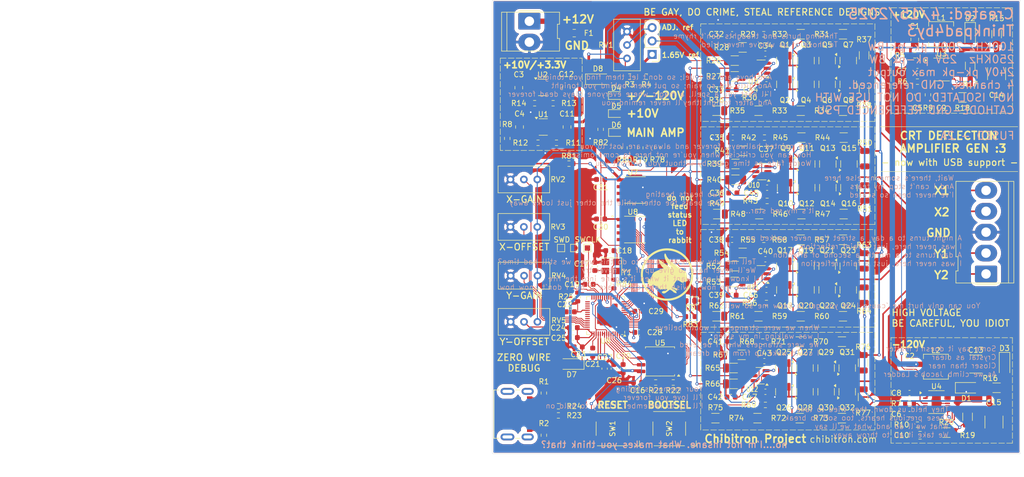
<source format=kicad_pcb>
(kicad_pcb (version 20241229) (generator "pcbnew") (generator_version "9.0")
  (layers (0 "F.Cu" signal) (2 "B.Cu" signal) (13 "F.Paste" user) (15 "B.Paste" user) (5 "F.SilkS" user "F.Silkscreen") (7 "B.SilkS" user "B.Silkscreen") (1 "F.Mask" user) (3 "B.Mask" user) (25 "Edge.Cuts" user))
  (net 0 "")
  (net 1 "+12V")
  (net 2 "GND")
  (net 3 "Net-(C5-Pad1)")
  (net 4 "Net-(C6-Pad1)")
  (net 5 "Net-(U3-INTVcc)")
  (net 6 "Net-(U4-INTVcc)")
  (net 7 "Net-(U3-SS)")
  (net 8 "Net-(U4-SS)")
  (net 9 "+10V")
  (net 10 "+3.3V")
  (net 11 "Net-(D1-A)")
  (net 12 "+120V")
  (net 13 "-120V")
  (net 14 "/RP2040 + DACs/+1.1V")
  (net 15 "Net-(U9--)")
  (net 16 "/High Voltage Amp - X1/OUTPUT")
  (net 17 "Net-(U9-+)")
  (net 18 "OFFSET")
  (net 19 "Net-(Q1-E)")
  (net 20 "Net-(U10--)")
  (net 21 "/High Voltage Amp - X2/OUTPUT")
  (net 22 "Net-(U10-+)")
  (net 23 "Net-(Q10-E)")
  (net 24 "Net-(U11--)")
  (net 25 "/High Voltage Amp - Y1/OUTPUT")
  (net 26 "Net-(U11-+)")
  (net 27 "Net-(Q17-E)")
  (net 28 "Net-(U12--)")
  (net 29 "/High Voltage Amp - Y2/OUTPUT")
  (net 30 "Net-(U12-+)")
  (net 31 "Net-(Q25-E)")
  (net 34 "+5V")
  (net 37 "Net-(J1-CC1)")
  (net 38 "Net-(J1-CC2)")
  (net 39 "Net-(J3-Pin_1)")
  (net 40 "Net-(J3-Pin_3)")
  (net 41 "Net-(Q1-B)")
  (net 42 "Net-(Q2-B)")
  (net 43 "Net-(Q3-C)")
  (net 44 "Net-(Q3-E)")
  (net 45 "Net-(Q4-C)")
  (net 46 "Net-(Q4-E)")
  (net 47 "Net-(Q5-E)")
  (net 48 "Net-(Q6-E)")
  (net 49 "Net-(Q7-E)")
  (net 50 "Net-(Q8-E)")
  (net 51 "Net-(Q11-B)")
  (net 52 "Net-(Q10-B)")
  (net 53 "Net-(Q11-C)")
  (net 54 "Net-(Q11-E)")
  (net 55 "Net-(Q12-C)")
  (net 56 "Net-(Q12-E)")
  (net 57 "Net-(Q13-E)")
  (net 58 "Net-(Q14-E)")
  (net 59 "Net-(Q15-E)")
  (net 60 "Net-(Q16-E)")
  (net 61 "Net-(Q17-B)")
  (net 62 "Net-(Q18-B)")
  (net 63 "Net-(Q19-C)")
  (net 64 "Net-(Q19-E)")
  (net 65 "Net-(Q20-C)")
  (net 66 "Net-(Q20-E)")
  (net 67 "Net-(Q21-E)")
  (net 68 "Net-(Q22-E)")
  (net 69 "Net-(Q23-E)")
  (net 70 "Net-(Q24-E)")
  (net 71 "Net-(Q25-B)")
  (net 72 "Net-(Q26-B)")
  (net 73 "Net-(Q27-C)")
  (net 74 "Net-(Q27-E)")
  (net 75 "Net-(Q28-E)")
  (net 76 "Net-(Q28-C)")
  (net 77 "Net-(Q29-E)")
  (net 78 "Net-(Q30-E)")
  (net 79 "Net-(Q31-E)")
  (net 80 "Net-(Q32-E)")
  (net 81 "/Power Supply/HV_EN")
  (net 82 "/Power Supply/LV_EN")
  (net 83 "Net-(U1-ADJ)")
  (net 84 "Net-(U2-ADJ)")
  (net 85 "Net-(U3-FBX)")
  (net 86 "Net-(U4-FBX)")
  (net 87 "Net-(U5-~{CS})")
  (net 88 "Net-(U6-RUN)")
  (net 89 "/High Voltage Amp - X1/INPUT")
  (net 90 "Net-(R32-Pad2)")
  (net 91 "/High Voltage Amp - X2/INPUT")
  (net 92 "Net-(R45-Pad2)")
  (net 93 "/High Voltage Amp - Y1/INPUT")
  (net 94 "Net-(R58-Pad2)")
  (net 95 "/High Voltage Amp - Y2/INPUT")
  (net 96 "Net-(R71-Pad2)")
  (net 97 "Net-(U6-GPIO26_ADC0)")
  (net 98 "Net-(U6-GPIO27_ADC1)")
  (net 99 "Net-(U6-GPIO28_ADC2)")
  (net 100 "Net-(U6-GPIO29_ADC3)")
  (net 101 "Net-(R22-Pad1)")
  (net 102 "Net-(U3-Vc)")
  (net 103 "Net-(U3-RT)")
  (net 104 "Net-(U4-Vc)")
  (net 105 "Net-(U4-RT)")
  (net 106 "Net-(U5-DI{slash}IO_{0})")
  (net 107 "Net-(U5-~{HOLD}{slash}~{RESET}{slash}IO_{3})")
  (net 108 "Net-(U5-DO{slash}IO_{1})")
  (net 109 "Net-(U5-CLK)")
  (net 110 "Net-(U5-~{WP}{slash}IO_{2})")
  (net 112 "/RP2040 + DACs/GRID")
  (net 115 "SPI0_SCK")
  (net 118 "SPI0_CS")
  (net 120 "Net-(U6-XOUT)")
  (net 121 "Net-(U6-XIN)")
  (net 123 "SPI0_MOSI")
  (net 125 "LDAC2")
  (net 126 "SPI1_CS")
  (net 127 "/High Voltage Amp - X1/DISABLE")
  (net 129 "SPI1_SCK")
  (net 131 "LDAC1")
  (net 133 "SPI1_MOSI")
  (net 135 "Net-(D2-K)")
  (net 136 "Net-(D3-A)")
  (net 137 "/Power Supply/-120V_SW")
  (net 138 "/Power Supply/+120V_SW")
  (net 139 "Net-(D4-A)")
  (net 140 "Net-(D5-A)")
  (net 141 "Net-(D6-A)")
  (net 142 "/RP2040 + DACs/USB+")
  (net 143 "/RP2040 + DACs/USB-")
  (net 144 "/RP2040 + DACs/U+")
  (net 145 "/RP2040 + DACs/U-")
  (net 146 "Net-(J2-Pin_1)")
  (net 148 "/RP2040 + DACs/HV_EN")
  (net 149 "/RP2040 + DACs/LV_EN")
  (net 150 "Net-(U6-SWCLK)")
  (net 151 "Net-(U6-SWD)")
  (net 152 "Net-(D9-A)")
  (net 153 "Net-(U6-GPIO13)")
  (net 154 "Net-(C18-Pad2)")
  (footprint "Package_TO_SOT_SMD:SOT-23" (layer "F.Cu") (at 196.40125 48.46375 90)
    (property "Reference" "Q4")
    (property "Value" "FMMT558TA")
  )
  (footprint "Resistor_SMD:R_1206_3216Metric" (layer "F.Cu") (at 207.40125 88.43875 -90)
    (property "Reference" "R64")
    (property "Value" "2k")
  )
  (footprint "Resistor_SMD:R_0603_1608Metric" (layer "F.Cu") (at 166.175 47)
    (property "Reference" "R4")
    (property "Value" "19.7k")
  )
  (footprint "Diode_SMD:D_SOD-123" (layer "F.Cu") (at 152 101.5 180)
    (property "Reference" "D7")
    (property "Value" "4.1V")
  )
  (footprint "Package_TO_SOT_SMD:SOT-23" (layer "F.Cu") (at 204.20625 106.75625 90)
    (property "Reference" "Q32")
    (property "Value" "FMMT458TA")
  )
  (footprint "Resistor_SMD:R_1206_3216Metric" (layer "F.Cu") (at 183.03375 63.56375 180)
    (property "Reference" "R39")
    (property "Value" "2k")
  )
  (footprint "Fuse:Fuse_0805_2012Metric" (layer "F.Cu") (at 152.5 38.75)
    (property "Reference" "F1")
    (property "Value" "2A")
  )
  (footprint "Resistor_SMD:R_1206_3216Metric" (layer "F.Cu") (at 187.40125 53.46375)
    (property "Reference" "R35")
    (property "Value" "2k")
  )
  (footprint "Resistor_SMD:R_1206_3216Metric" (layer "F.Cu") (at 179.43875 53.46375 180)
    (property "Reference" "R36")
    (property "Value" "2k")
  )
  (footprint "Package_TO_SOT_SMD:SOT-23-5" (layer "F.Cu") (at 146.6375 56.55)
    (property "Reference" "U1")
    (property "Value" "AP2205-ADJ")
  )
  (footprint "Resistor_SMD:R_1206_3216Metric" (layer "F.Cu") (at 207.53375 69.06375 -90)
    (property "Reference" "R51")
    (property "Value" "2k")
  )
  (footprint "TestPoint:TestPoint_Pad_1.0x1.0mm" (layer "F.Cu") (at 152.5 79.5)
    (property "Reference" "TP3")
    (property "Value" "GND")
  )
  (footprint "Resistor_SMD:R_0603_1608Metric" (layer "F.Cu") (at 160 86.325 -90)
    (property "Reference" "R84")
    (property "Value" "1k")
  )
  (footprint "Package_TO_SOT_SMD:SOT-23-5" (layer "F.Cu") (at 146.5 49.05)
    (property "Reference" "U2")
    (property "Value" "AP2205-ADJ")
  )
  (footprint "Package_TO_SOT_SMD:SOT-23" (layer "F.Cu") (at 192.20625 102.25625 -90)
    (property "Reference" "Q25")
    (property "Value" "FMMT458TA")
  )
  (footprint "Resistor_SMD:R_1206_3216Metric" (layer "F.Cu") (at 182.90125 82.93875 180)
    (property "Reference" "R52")
    (property "Value" "2k")
  )
  (footprint "Resistor_SMD:R_0603_1608Metric" (layer "F.Cu") (at 188.70625 109.25625 180)
    (property "Reference" "R69")
    (property "Value" "10k")
  )
  (footprint "Potentiometer_THT:Potentiometer_Bourns_3296W_Vertical" (layer "F.Cu") (at 140.46 84.75 180)
    (property "Reference" "RV4")
    (property "Value" "100k")
  )
  (footprint "Resistor_SMD:R_1206_3216Metric" (layer "F.Cu") (at 195.40125 92.43875)
    (property "Reference" "R59")
    (property "Value" "2k")
  )
  (footprint "Package_DFN_QFN:QFN-56-1EP_7x7mm_P0.4mm_EP3.2x3.2mm" (layer "F.Cu") (at 158.45 92.3 180)
    (property "Reference" "U6")
    (property "Value" "RP2040")
  )
  (footprint "Capacitor_SMD:C_0603_1608Metric" (layer "F.Cu") (at 159.25 80)
    (property "Reference" "C18")
    (property "Value" "15p")
  )
  (footprint "Resistor_SMD:R_0603_1608Metric" (layer "F.Cu") (at 168.25 60.5 90)
    (property "Reference" "R78")
    (property "Value" "220")
  )
  (footprint "Capacitor_SMD:C_0805_2012Metric" (layer "F.Cu") (at 222 50.45 -90)
    (property "Reference" "C9")
    (property "Value" "0.22u")
  )
  (footprint "Resistor_SMD:R_1206_3216Metric" (layer "F.Cu") (at 179.43875 92.43875 180)
    (property "Reference" "R62")
    (property "Value" "2k")
  )
  (footprint "Capacitor_SMD:C_0603_1608Metric" (layer "F.Cu") (at 164.75 91.5)
    (property "Reference" "C29")
    (property "Value" "0.1u")
  )
  (footprint "Package_TO_SOT_SMD:SOT-23" (layer "F.Cu") (at 192.53375 63.56375 -90)
    (property "Reference" "Q9")
    (property "Value" "FMMT458TA")
  )
  (footprint "Resistor_SMD:R_1206_3216Metric" (layer "F.Cu") (at 187.40125 92.43875)
    (property "Reference" "R61")
    (property "Value" "2k")
  )
  (footprint "Package_TO_SOT_SMD:SOT-23" (layer "F.Cu") (at 204.40125 87.43875 90)
    (property "Reference" "Q24")
    (property "Value" "FMMT458TA")
  )
  (footprint "Resistor_SMD:R_0603_1608Metric" (layer "F.Cu") (at 217.5 113 180)
    (property "Reference" "R10")
    (property "Value" "107k")
  )
  (footprint "Package_TO_SOT_SMD:SOT-23" (layer "F.Cu") (at 196.53375 63.56375 90)
    (property "Reference" "Q11")
    (property "Value" "FMMT458TA")
  )
  (footprint "Resistor_SMD:R_1206_3216Metric" (layer "F.Cu") (at 179.57125 73.06375 180)
    (property "Reference" "R49")
    (property "Value" "2k")
  )
  (footprint "Potentiometer_THT:Potentiometer_Bourns_3296W_Vertical" (layer "F.Cu") (at 162.5 43.55 -90)
    (property "Reference" "RV1")
    (property "Value" "100k")
  )
  (footprint "Capacitor_SMD:C_0603_1608Metric" (layer "F.Cu") (at 182.20625 97.25625 180)
    (property "Reference" "C41")
    (property "Value" "2p")
  )
  (footprint "Resistor_SMD:R_0603_1608Metric" (layer "F.Cu") (at 162 60.5 90)
    (property "Reference" "R80")
    (property "Value" "220")
  )
  (footprint "Resistor_SMD:R_0603_1608Metric" (layer "F.Cu") (at 217 42.95 180)
    (property "Reference" "R5")
    (property "Value" "100k")
  )
  (footprint "Capacitor_SMD:C_0603_1608Metric" (layer "F.Cu") (at 152.3125 96.485 180)
    (property "Reference" "C25")
    (property "Value" "0.1u")
  )
  (footprint "Resistor_SMD:R_0603_1608Metric" (layer "F.Cu") (at 188.90125 89.93875 180)
    (property "Reference" "R56")
    (property "Value" "10k")
  )
  (footprint "Resistor_SMD:R_1206_3216Metric" (layer "F.Cu") (at 203.40125 77.93875 180)
    (property "Reference" "R57")
    (property "Value" "5k")
  )
  (footprint "Package_TO_SOT_SMD:SOT-23" (layer "F.Cu") (at 204.53375 63.56375 90)
    (property "Reference" "Q15")
    (property "Value" "FMMT558TA")
  )
  (footprint "Package_TO_SOT_SMD:TSOT-23-6" (layer "F.Cu") (at 187.90125 84.38875 180)
    (property "Reference" "U11")
    (property "Value" "LMH6639")
  )
  (footprint "Resistor_SMD:R_1206_3216Metric" (layer "F.Cu") (at 183.03375 66.56375 180)
    (property "Reference" "R40")
    (property "Value" "2k")
  )
  (footprint "Resistor_SMD:R_1206_3216Metric" (layer "F.Cu") (at 184.53375 61.06375 180)
    (property "Reference" "R41")
    (property "Value" "200k")
  )
  (footprint "Package_TO_SOT_SMD:SOT-23" (layer "F.Cu") (at 200.40125 43.96375 -90)
    (property "Reference" "Q5")
    (property "Value" "FMMT558TA")
  )
  (footprint "Inductor_SMD:L_APV_APH0420" (layer "F.Cu") (at 222 38.95)
    (property "Reference" "L1")
    (property "Value" "10u")
  )
  (footprint "Package_TO_SOT_SMD:SOT-23" (layer "F.Cu") (at 204.40125 82.93875 90)
    (property "Reference" "Q23")
    (property "Value" "FMMT558TA")
  )
  (footprint "Diode_SMD:D_SOD-123F" (layer "F.Cu") (at 226.9 106)
    (property "Reference" "D1")
    (property "Value" "D")
  )
  (footprint "Resistor_SMD:R_1206_3216Metric" (layer "F.Cu") (at 182.70625 105.25625 180)
    (property "Reference" "R66")
    (property "Value" "2k")
  )
  (footprint "Connector_Molex:Molex_KK-396_5273-05A_1x05_P3.96mm_Vertical" (layer "F.Cu") (at 230.5 84.42 90)
    (property "Reference" "J4" (hide yes))
    (property "Value" "DEFLECTION OUT")
  )
  (footprint "Capacitor_SMD:C_0603_1608Metric" (layer "F.Cu") (at 216 107)
    (property "Reference" "C8")
    (property "Value" "1u")
  )
  (footprint "Resistor_SMD:R_0603_1608Metric" (layer "F.Cu") (at 188.40125 77.93875)
    (property "Reference" "R55")
    (property "Value" "10k")
  )
  (footprint "Capacitor_SMD:C_0603_1608Metric" (layer "F.Cu") (at 182.40125 88.43875 180)
    (property "Reference" "C39")
    (property "Value" "1n")
  )
  (footprint "Package_TO_SOT_SMD:SOT-23" (layer "F.Cu") (at 200.40125 82.93875 -90)
    (property "Reference" "Q21")
    (property "Value" "FMMT558TA")
  )
  (footprint "Resistor_SMD:R_1206_3216Metric" (layer "F.Cu") (at 203.20625 97.25625 180)
    (property "Reference" "R70")
    (property "Value" "5k")
  )
  (footprint "Capacitor_SMD:C_0603_1608Metric" (layer "F.Cu") (at 156.400781 82.999136 -90)
    (property "Reference" "C17")
    (property "Value" "15p")
  )
  (footprint "Resistor_SMD:R_0603_1608Metric" (layer "F.Cu") (at 188.20625 97.25625)
    (property "Reference" "R68")
    (property "Value" "10k")
  )
  (footprint "TestPoint:TestPoint_Pad_1.0x1.0mm" (layer "F.Cu") (at 155 79.5)
    (property "Reference" "TP1")
    (property "Value" "SWCLK")
  )
  (footprint "Package_TO_SOT_SMD:SOT-23" (layer "F.Cu") (at 196.40125 87.43875 90)
    (property "Reference" "Q20")
    (property "Value" "FMMT558TA")
  )
  (footprint "Resistor_SMD:R_1206_3216Metric" (layer "F.Cu") (at 195.20625 97.25625)
    (property "Reference" "R71")
    (property "Value" "2k")
  )
  (footprint "Capacitor_SMD:C_0805_2012Metric" (layer "F.Cu") (at 151.1375 56.55 -90)
    (property "Reference" "C11")
    (property "Value" "10u")
  )
  (footprint "Resistor_SMD:R_0603_1608Metric" (layer "F.Cu") (at 145 52.05 180)
    (property "Reference" "R14")
    (property "Value" "162k")
  )
  (footprint "Package_TO_SOT_SMD:SOT-23" (layer "F.Cu") (at 192.53375 68.06375 -90)
    (property "Reference" "Q10")
    (property "Value" "FMMT558TA")
  )
  (footprint "Capacitor_SMD:C_0603_1608Metric" (layer "F.Cu") (at 217.5 50.45 -90)
    (property "Reference" "C5")
    (property "Value" "1n")
  )
  (footprint "Capacitor_SMD:C_0805_2012Metric" (layer "F.Cu") (at 142 49.1 -90)
    (property "Reference" "C3")
    (property "Value" "10u")
  )
  (footprint "Package_TO_SOT_SMD:SOT-23" (layer "F.Cu") (at 196.20625 106.75625 90)
    (property "Reference" "Q28")
    (property "Value" "FMMT558TA")
  )
  (footprint "Resistor_SMD:R_1206_3216Metric" (layer "F.Cu") (at 226.0375 50.95)
    (property "Reference" "R18")
    (property "Value" "12.7k")
  )
  (footprint "Package_TO_SOT_SMD:SOT-23" (layer "F.Cu") (at 204.40125 43.96375 90)
    (property "Reference" "Q7")
    (property "Value" "FMMT558TA")
  )
  (footprint "Capacitor_SMD:C_0603_1608Metric" (layer "F.Cu") (at 182.20625 107.75625 180)
    (property "Reference" "C42")
    (property "Value" "1n")
  )
  (footprint "Button_Switch_SMD:SW_SPST_Omron_B3FS-101xP" (layer "F.Cu") (at 170.5 113.75 180)
    (property "Reference" "SW2")
    (property "Value" "PROG")
  )
  (footprint "Capacitor_SMD:C_0603_1608Metric" (layer "F.Cu") (at 158.25 102.375 -90)
    (property "Reference" "C27")
    (property "Value" "0.1u")
  )
  (footprint "Capacitor_SMD:C_0603_1608Metric" (layer "F.Cu") (at 155.308295 86.392405 180)
    (property "Reference" "C19")
    (property "Value" "0.1u")
  )
  (footprint "Capacitor_SMD:C_0603_1608Metric" (layer "F.Cu") (at 164.75 95.5)
    (property "Reference" "C28")
    (property "Value" "0.1u")
  )
  (footprint "Capacitor_SMD:C_0603_1608Metric" (layer "F.Cu") (at 156 99.25 -90)
    (property "Reference" "C21")
    (property "Value" "1u")
  )
  (footprint "Resistor_SMD:R_1206_3216Metric" (layer "F.Cu") (at 179.24375 111.75625 180)
    (property "Reference" "R75")
    (property "Value" "2k")
  )
  (footprint "Resistor_SMD:R_1206_3216Metric" (layer "F.Cu") (at 207.40125 81.93875 -90)
    (property "Reference" "R63")
    (property "Value" "2k")
  )
  (footprint "Resistor_SMD:R_1206_3216Metric" (layer "F.Cu") (at 207.20625 107.75625 -90)
    (property "Reference" "R77")
    (property "Value" "2k")
  )
  (footprint "Crystal:Crystal_SMD_3225-4Pin_3.2x2.5mm" (layer "F.Cu") (at 159.5 83 180)
    (property "Reference" "Y1")
    (property "Value" "ABM8-272-T3")
  )
  (footprint "Resistor_SMD:R_1206_3216Metric" (layer "F.Cu") (at 227 111.5 90)
    (property "Reference" "R19")
    (property "Value" "1Meg")
  )
  (footprint "Capacitor_SMD:C_0603_1608Metric" (layer "F.Cu") (at 217.5 45.95)
    (property "Reference" "C7")
    (property "Value" "1u")
  )
  (footprint "Resistor_SMD:R_1206_3216Metric" (layer "F.Cu") (at 184.20625 99.75625 180)
    (property "Reference" "R67")
    (property "Value" "200k")
  )
  (footprint "Capacitor_SMD:C_0603_1608Metric" (layer "F.Cu") (at 188.90125 87.43875)
    (property "Reference" "C46")
    (property "Value" "0.1u")
  )
  (footprint "Capacitor_SMD:C_0805_2012Metric" (layer "F.Cu") (at 216 102.5 -90)
    (property "Reference" "C2")
    (property "Value" "10u")
  )
  (footprint "Resistor_SMD:R_1206_3216Metric" (layer "F.Cu") (at 207.20625 101.25625 -90)
    (property "Reference" "R76")
    (property "Value" "2k")
  )
  (footprint "Capacitor_SMD:C_0603_1608Metric" (layer "F.Cu") (at 189.03375 68.06375)
    (property "Reference" "C45")
    (property "Value" "0.1u")
  )
  (footprint "LED_SMD:LED_0603_1608Metric" (layer "F.Cu") (at 160.4625 54)
    (property "Reference" "D5")
    (property "Value" "LED")
  )
  (footprint "Package_SO:SOIC-8_5.3x5.3mm_P1.27mm" (layer "F.Cu") (at 168.75 101 180)
    (property "Reference" "U5")
    (property "Value" "W25Q128JVS")
  )
  (footprint "Capacitor_SMD:C_0603_1608Metric" (layer "F.Cu") (at 216 111 180)
    (property "Reference" "C6")
    (property "Value" "1n")
  )
  (footprint "Package_TO_SOT_SMD:SOT-23" (layer "F.Cu") (at 204.20625 102.25625 90)
    (property "Reference" "Q31")
    (property "Value" "FMMT558TA")
  )
  (footprint "Resistor_SMD:R_0603_1608Metric" (layer "F.Cu") (at 219.5 50.45 -90)
    (property "Reference" "R9")
    (property "Value" "107k")
  )
  (footprint "Package_TO_SOT_SMD:SOT-23" (layer "F.Cu") (at 200.53375 68.06375 -90)
    (property "Reference" "Q14")
    (property "Value" "FMMT458TA")
  )
  (footprint "MCP4822-E_SN:SOIC127P599X175-8N" (layer "F.Cu") (at 164 76)
    (property "Reference" "U8")
    (property "Value" "MCP4822")
  )
  (footprint "Capacitor_SMD:C_0603_1608Metric" (layer "F.Cu") (at 188.830933 62.25398)
    (property "Reference" "C37")
    (property "Value" "39p")
  )
  (footprint "Package_TO_SOT_SMD:SOT-23" (layer "F.Cu") (at 200.40125 48.46375 -90)
    (property "Reference" "Q6")
    (property "Value" "FMMT458TA")
  )
  (footprint "Capacitor_SMD:C_0603_1608Metric" (layer "F.Cu") (at 160 102.375 -90)
    (property "Reference" "C26")
    (property "Value" "0.1u")
  )
  (footprint "Resistor_SMD:R_1206_3216Metric" (layer "F.Cu") (at 223 114.5)
    (property "Reference" "R20")
    (property "Value" "6.3k")
  )
  (footprint "Resistor_SMD:R_1206_3216Metric" (layer "F.Cu") (at 207.53375 62.56375 -90)
    (property "Reference" "R50")
    (property "Value" "2k")
  )
  (footprint "Capacitor_SMD:C_1812_4532Metric" (layer "F.Cu") (at 232 112.5 -90)
    (property "Reference" "C15")
    (property "Value" "1u")
  )
  (footprint "Resistor_SMD:R_1206_3216Metric" (layer "F.Cu") (at 182.90125 46.96375 180)
    (property "Reference" "R27")
    (property "Value" "2k")
  )
  (footprint "Resistor_SMD:R_0603_1608Metric" (layer "F.Cu") (at 188.40125 38.96375)
    (property "Reference" "R29")
    (property "Value" "10k")
  )
  (footprint "Resistor_SMD:R_0603_1608Metric" (layer "F.Cu") (at 157.5 57 90)
    (property "Reference" "R82")
    (property "Value" "100k")
  )
  (footprint "Connector_PinHeader_2.54mm:PinHeader_1x03_P2.54mm_Vertical" (layer "F.Cu") (at 167.25 42.79 180)
    (property "Reference" "J3" (hide yes))
    (property "Value" "OFFSET REFERENCE")
  )
  (footprint "Package_TO_SOT_SMD:SOT-23" (layer "F.Cu") (at 200.40125 87.43875 -90)
    (property "Reference" "Q22")
    (property "Value" "FMMT458TA")
  )
  (footprint "Resistor_SMD:R_1206_3216Metric" (layer "F.Cu") (at 203.20625 111.75625)
    (property "Reference" "R73")
    (property "Value" "5k")
  )
  (footprint "Capacitor_SMD:C_0603_1608Metric" (layer "F.Cu") (at 182.40125 38.96375 180)
    (property "Reference" "C32")
    (property "Value" "2p")
  )
  (footprint "Capacitor_SMD:C_0805_2012Metric" (layer "F.Cu") (at 218 115 180)
    (property "Reference" "C10")
    (property "Value" "0.22u")
  )
  (footprint "Resistor_SMD:R_0603_1608Metric" (layer "F.Cu") (at 146.75 107 90)
    (property "Reference" "R1")
    (property "Value" "5.1k")
  )
  (footprint "Button_Switch_SMD:SW_SPST_Omron_B3FS-101xP" (layer "F.Cu") (at 159.75 113.75 180)
    (property "Reference" "SW1")
    (property "Value" "RESET")
  )
  (footprint "Resistor_SMD:R_0603_1608Metric" (layer "F.Cu") (at 165 60.5 90)
    (property "Reference" "R79")
    (property "Value" "220")
  )
  (footprint "LED_SMD:LED_0603_1608Metric" (layer "F.Cu") (at 174.5 89.5 180)
    (property "Reference" "D9")
    (property "Value" "LED")
  )
  (footprint "Capacitor_SMD:C_0603_1608Metric" (layer "F.Cu") (at 182.53375 58.56375 180)
    (property "Reference" "C35")
    (property "Value" "2p")
  )
  (footprint "Resistor_SMD:R_0603_1608Metric" (layer "F.Cu") (at 174.5 92.5)
    (property "Reference" "R83")
    (property "Value" "220")
  )
  (footprint "Resistor_SMD:R_0603_1608Metric" (layer "F.Cu") (at 216 109 180)
    (property "Reference" "R7")
    (property "Value" "84.5k")
  )
  (footprint "Potentiometer_THT:Potentiometer_Bourns_3296W_Vertical" (layer "F.Cu") (at 140.42 75.5 180)
    (property "Reference" "RV3")
    (property "Value" "100k")
  )
  (footprint "Capacitor_SMD:C_0603_1608Metric" (layer "F.Cu") (at 161.75 102.375 -90)
    (property "Reference" "C20")
    (property "Value" "0.1u")
  )
  (footprint "Capacitor_SMD:C_0603_1608Metric" (layer "F.Cu") (at 164.5 105 180)
    (property "Reference" "C16")
    (property "Value" "0.1u")
  )
  (footprint "Resistor_SMD:R_1206_3216Metric" (layer "F.Cu") (at 207.40125 49.46375 -90)
    (property "Reference" "R38")
    (property "Value" "2k")
  )
  (footprint "Capacitor_SMD:C_0603_1608Metric" (layer "F.Cu") (at 182.53375 69.06375 180)
    (property "Reference" "C36")
    (property "Value" "1n")
  )
  (footprint "Package_SO:Analog_MSOP-12-16-1EP_3x4.039mm_P0.5mm_EP1.651x2.845mm" (layer "F.Cu") (at 221.1055 108.71)
    (property "Reference" "U4")
    (property "Value" "LT8365")
  )
  (footprint "Package_TO_SOT_SMD:SOT-23" (layer "F.Cu") (at 196.53375 68.06375 90)
    (property "Reference" "Q12")
    (property "Value" "FMMT558TA")
  )
  (footprint "Capacitor_SMD:C_0603_1608Metric" (layer "F.Cu") (at 157.5 66.5 180)
    (property "Reference" "C31")
    (property "Value" "0.1u")
  )
  (footprint "Package_TO_SOT_SMD:SOT-23" (layer "F.Cu") (at 196.40125 82.93875 90)
    (property "Reference" "Q19")
    (property "Value" "FMMT458TA")
  )
  (footprint "MCP4822-E_SN:SOIC127P599X175-8N" (layer "F.Cu") (at 164 68.5)
    (property "Reference" "U7")
    (property "Value" "MCP4822")
  )
  (footprint "Resistor_SMD:R_0603_1608Metric" (layer "F.Cu") (at 189.03375 70.56375 180)
    (property "Reference" "R43")
    (property "Value" "10k")
  )
  (footprint "Diode_SMD:D_SOD-123F" (layer "F.Cu") (at 227.5 38.95 -90)
    (property "Reference" "D2")
    (property "Value" "D")
  )
  (footprint "Capacitor_SMD:C_0603_1608Metric" (layer "F.Cu") (at 182.40125 77.93875 180)
    (property "Reference" "C38")
    (property "Value" "2p")
  )
  (footprint "Resistor_SMD:R_0603_1608Metric" (layer "F.Cu") (at 163 47)
    (property "Reference" "R3")
    (property "Value" "100k")
  )
  (footprint "Resistor_SMD:R_1206_3216Metric" (layer "F.Cu") (at 182.90125 85.93875 180)
    (property "Reference" "R53")
    (property "Value" "2k")
  )
  (footprint "Capacitor_SMD:C_0603_1608Metric" (layer "F.Cu") (at 188.90125 48.46375)
    (property "Reference" "C44")
    (property "Value" "0.1u")
  )
  (footprint "Resistor_SMD:R_1206_3216Metric" (layer "F.Cu") (at 203.40125 53.46375)
    (property "Reference" "R34")
    (property "Value" "5k")
  )
  (footprint "Resistor_SMD:R_0603_1608Metric" (layer "F.Cu") (at 146.75 115 -90)
    (property "Reference" "R2")
    (property "Value" "5.1k")
  )
  (footprint "TestPoint:TestPoint_Pad_1.0x1.0mm" (layer "F.Cu") (at 150 79.5)
    (property "Reference" "TP2")
    (property "Value" "SWD")
  )
  (footprint "Capacitor_SMD:C_0603_1608Metric" (layer "F.Cu") (at 182.40125 49.46375 180)
    (property "Reference" "C33")
    (property "Value" "1n")
  )
  (footprint "Package_TO_SOT_SMD:SOT-23" (layer "F.Cu") (at 200.20625 102.25625 -90)
    (property "Reference" "Q29")
    (property "Value" "FMMT558TA")
  )
  (footprint "Capacitor_SMD:C_0603_1608Metric" (layer "F.Cu") (at 152.3125 94.6 180)
    (property "Reference" "C24")
    (property "Value" "0.1u")
  )
  (footprint "Resistor_SMD:R_1206_3216Metric" (layer "F.Cu") (at 195.40125 38.96375)
    (property "Reference" "R32")
    (property "Value" "2k")
  )
  (footprint "Resistor_SMD:R_1206_3216Metric" (layer "F.Cu") (at 203.53375 73.06375)
    (property "Reference" "R47")
    (property "Value" "5k")
  )
  (footprint "Resistor_SMD:R_0603_1608Metric" (layer "F.Cu") (at 149.1375 59.55 180)
    (property "Reference" "R11")
    (property "Value" "14.3k")
  )
  (footprint "Resistor_SMD:R_0603_1608Metric" (layer "F.Cu") (at 167.925 105)
    (property "Reference" "R21")
    (property "Value" "10k")
  )
  (footprint "Capacitor_SMD:C_1812_4532Metric" (layer "F.Cu") (at 232.5 46.45 -90)
    (property "Reference" "C14")
    (property "Value" "1u")
  )
  (footprint "Resistor_SMD:R_0603_1608Metric" (layer "F.Cu") (at 151.5 63.5)
    (property "Reference" "R81")
    (property "Value" "100k")
  )
  (footprint "Package_TO_SOT_SMD:SOT-23" (layer "F.Cu") (at 196.20625 102.25625 90)
    (property "Reference" "Q27")
    (property "Value" "FMMT458TA")
  )
  (footprint "Resistor_SMD:R_1206_3216Metric" (layer "F.Cu") (at 227.5 44.95 90)
    (property "Reference" "R17")
    (property "Value" "1Meg")
  )
  (footprint "Resistor_SMD:R_1206_3216Metric" (layer "F.Cu") (at 182.90125 43.96375 180)
    (property "Reference" "R26")
    (property "Value" "2k")
  )
  (footprint "Package_TO_SOT_SMD:SOT-23" (layer "F.Cu") (at 192.40125 43.96375 -90)
    (property "Reference" "Q1")
    (property "Value" "FMMT458TA")
  )
  (footprint "Package_TO_SOT_SMD:TSOT-23-6" (layer "F.Cu") (at 187.70625 103.70625 180)
    (property "Reference" "U12")
    (property "Value" "LMH6639")
  )
  (footprint "Resistor_SMD:R_1206_3216Metric" (layer "F.Cu") (at 232.5 38.95 -90)
    (property "Reference" "R15")
    (property "Value" "22")
  )
  (footprint "Capacitor_SMD:C_0603_1608Metric" (layer "F.Cu") (at 157.5 74 180)
    (property "Reference" "C30")
    (property "Value" "0.1u")
  )
  (footprint "Package_TO_SOT_SMD:TSOT-23-6" (layer "F.Cu") (at 187.90125 45.41375 180)
    (property "Reference" "U9")
    (property "Value" "LMH6639")
  )
  (footprint "Capacitor_SMD:C_0603_1608Metric" (layer "F.Cu") (at 188.698433 42.65398)
    (property "Reference" "C34")
    (property "Value" "39p")
  )
  (footprint "Resistor_SMD:R_1206_3216Metric" (layer "F.Cu") (at 232.5 106 180)
    (property "Reference" "R16")
    (property "Value" "22")
  )
  (footprint "Resistor_SMD:R_1206_3216Metric" (layer "F.Cu") (at 195.53375 73.06375)
    (property "Reference" "R46")
    (property "Value" "2k")
  )
  (footprint "Capacitor_SMD:C_1812_4532Metric" (layer "F.Cu") (at 228.55 101.5)
    (property "Reference" "C13")
    (property "Value" "1u")
  )
  (footprint "Resistor_SMD:R_1206_3216Metric" (layer "F.Cu") (at 184.40125 80.43875 180)
    (property "Reference" "R54")
    (property "Value" "200k")
  )
  (footprint "Capacitor_SMD:C_0603_1608Metric" (layer "F.Cu") (at 188.70625 106.75625)
    (property "Reference" "C47")
    (property "Value" "0.1u")
  )
  (footprint "Package_TO_SOT_SMD:SOT-23" (layer "F.Cu") (at 192.20625 106.75625 -90)
    (property "Reference" "Q26")
    (property "Value" "FMMT558TA")
  )
  (footprint "Resistor_SMD:R_1206_3216Metric" (layer "F.Cu") (at 195.20625 111.75625)
    (property "Reference" "R72")
    (property "Value" "2k")
  )
  (footprint "Potentiometer_THT:Potentiometer_Bourns_3296W_Vertical" (layer "F.Cu") (at 140.42 66.5 180)
    (property "Reference" "RV2")
    (property "Value" "100k")
  )
  (footprint "Resistor_SMD:R_0603_1608Metric" (layer "F.Cu") (at 149.5 109.5)
    (property "Reference" "R24")
    (property "Value" "27.4")
  )
  (footprint "Resistor_SMD:R_0603_1608Metric" (layer "F.Cu") (at 188.53375 58.56375)
    (property "Reference" "R42")
    (property "Value" "10k")
  )
  (footprint "Resistor_SMD:R_1206_3216Metric" (layer "F.Cu") (at 187.53375 73.06375)
    (property "Reference" "R48")
    (property "Value" "2k")
  )
  (footprint "Resistor_SMD:R_1206_3216Metric" (layer "F.Cu") (at 184.40125 41.46375 180)
    (property "Reference" "R28")
    (property "Value" "200k")
  )
  (footprint "Resistor_SMD:R_1206_3216Metric" (layer "F.Cu") (at 187.20625 111.75625)
    (property "Reference" "R74")
    (property "Value" "2k")
  )
  (footprint "Package_TO_SOT_SMD:SOT-23" (layer "F.Cu") (at 192.40125 82.93875 -90)
    (property "Reference" "Q17")
    (property "Value" "FMMT458TA")
  )
  (footprint "Potentiometer_THT:Potentiometer_Bourns_3296W_Vertical" (layer "F.Cu") (at 140.45 93.5 180)
    (property "Reference" "RV5")
    (property "Value" "100k")
  )
  (footprint "Resistor_SMD:R_1206_3216Metric" (layer "F.Cu") (at 203.53375 58.56375 180)
    (property "Reference" "R44")
    (property "Value" "5k")
  )
  (footprint "Inductor_SMD:L_APV_APH0420" (layer "F.Cu") (at 221 102)
    (property "Reference" "L2")
    (property "Value" "10u")
  )
  (footprint "Resistor_SMD:R_0603_1608Metric" (layer "F.Cu") (at 148.5 52.05 180)
    (property "Reference" "R13")
    (property "Value" "100k")
  )
  (footprint "Resistor_SMD:R_1206_3216Metric" (layer "F.Cu") (at 195.40125 77.93875)
    (property "Reference" "R58")
    (property "Value" "2k")
  )
  (footprint "Resistor_SMD:R_1206_3216Metric" (layer "F.Cu") (at 182.70625 102.25625 180)
    (property "Reference" "R65")
    (property "Value" "2k")
  )
  (footprint "LED_SMD:LED_0603_1608Metric" (layer "F.Cu") (at 160.4625 50.59)
    (property "Reference" "D4")
    (property "Value" "LED")
  )
  (footprint "Package_TO_SOT_SMD:SOT-23" (layer "F.Cu") (at 196.40125 43.96375 90)
    (property "Reference" "Q3")
    (property "Value" "FMMT458TA")
  )
  (footprint "Diode_SMD:D_SOD-123F" (layer "F.Cu") (at 234 101.5 -90)
    (property "Reference" "D3")
    (property "Value" "D")
  )
  (footprint "Package_TO_SOT_SMD:SOT-23" (layer "F.Cu") (at 192.40125 48.46375 -90)
    (property "Reference" "Q2")
    (property "Value" "FMMT558TA")
  )
  (footprint "Resistor_SMD:R_1206_3216Metric" (layer "F.Cu") (at 203.40125 92.43875)
    (property "Reference" "R60")
    (property "Value" "5k")
  )
  (footprint "Package_TO_SOT_SMD:SOT-23" (layer "F.Cu") (at 200.20625 106.75625 -90)
    (property "Reference" "Q30")
    (property "Value" "FMMT458TA")
  )
  (footprint "Connector_Molex:Molex_KK-396_5273-02A_1x02_P3.96mm_Vertical" (layer "F.Cu") (at 144 36.5 -90)
    (property "Reference" "J2" (hide yes))
    (property "Value" "POWER INPUT")
  )
  (footprint "Package_TO_SOT_SMD:SOT-23" (layer "F.Cu") (at 204.53375 68.06375 90)
    (property "Reference" "Q16")
    (property "Value" "FMMT458TA")
  )
  (footprint "Resistor_SMD:R_0603_1608Metric" (layer "F.Cu") (at 149.5 111.25)
    (property "Reference" "R23")
    (property "Value" "27.4")
  )
  (footprint "Resistor_SMD:R_1206_3216Metric" (layer "F.Cu") (at 195.53375 58.56375)
    (property "Reference" "R45")
    (property "Value" "2k")
  )
  (footprint "Capacitor_SMD:C_0603_1608Metric" (layer "F.Cu") (at 188.698433 81.62898)
    (property "Reference" "C40")
    (property "Value" "39p")
  )
  (footprint "Package_TO_SOT_SMD:SOT-23" (layer "F.Cu") (at 192.40125 87.43875 -90)
    (property "Reference" "Q18")
    (property "Value" "FMMT558TA")
  )
  (footprint "Package_TO_SOT_SMD:TSOT-23-6" (layer "F.Cu") (at 188.03375 65.01375 180)
    (property "Reference" "U10")
    (property "Value" "LMH6639")
  )
  (footprint "Resistor_SMD:R_0603_1608Metric" (layer "F.Cu") (at 217.5 47.95 180)
    (property "Reference" "R6")
    (property "Value" "84.5k")
  )
  (footprint "Resistor_SMD:R_0603_1608Metric" (layer "F.Cu") (at 171.25 105 180)
    (property "Reference" "R22")
    (property "Value" "1k")
  )
  (footprint "Capacitor_SMD:C_0603_1608Metric" (layer "F.Cu") (at 153.25 98.25 180)
    (property "Reference" "C23")
    (property "Value" "1u")
  )
  (footprint "Resistor_SMD:R_1206_3216Metric" (layer "F.Cu") (at 203.40125 38.96375 180)
    (property "Reference" "R31")
    (property "Value" "5k")
  )
  (footprint "Resistor_SMD:R_0603_1608Metric" (layer "F.Cu") (at 188.90125 50.96375 180)
    (property "Reference" "R30")
    (property "Value" "10k")
  )
  (footprint "Capacitor_SMD:C_0603_1608Metric" (layer "F.Cu") (at 188.503433 100.94648)
    (property "Reference" "C43")
    (property "Value" "39p")
  )
  (footprint "Capacitor_SMD:C_0603_1608Metric" (layer "F.Cu") (at 151.75 91.6 180)
    (property "Reference" "C22")
    (property "Value" "0.1u")
  )
  (footprint "Resistor_SMD:R_1206_3216Metric" (layer "F.Cu") (at 207.40125 42.96375 -90)
    (property "Reference" "R37")
    (property "Value" "2k")
  )
  (footprint "Capacitor_SMD:C_0805_2012Metric" (layer "F.Cu") (at 151 49.05 -90)
    (property "Reference" "C12")
    (property "Value" "10u")
  )
  (footprint "Diode_SMD:D_SOD-123" (layer "F.Cu") (at 157 47.5)
    (property "Reference" "D8")
    (property "Value" "11V")
  )
  (footprint "Connector_USB:USB_C_Receptacle_JAE_DX07S016JA1R1500" (layer "F.Cu") (at 141 111 -90)
    (property "Reference" "J1" (hide yes))
    (property "Value" "USB_C_Receptacle_USB2.0_14P")
  )
  (footprint "LED_SMD:LED_0603_1608Metric" (layer "F.Cu") (at 160.5 57.59)
    (property "Reference" "D6")
    (property "Value" "LED")
  )
  (footprint "Capacitor_SMD:C_0805_2012Metric" (layer "F.Cu") (at 142.1375 56.55 -90)
    (property "Reference" "C4")
    (property "Value" "10u")
  )
  (footprint "Package_SO:Analog_MSOP-12-16-1EP_3x4.039mm_P0.5mm_EP1.651x2.845mm" (layer "F.Cu") (at 222.085 45.66)
    (property "Reference" "U3")
    (property "Value" "LT8365")
  )
  (footprint "Resistor_SMD:R_1206_3216Metric" (layer "F.Cu") (at 195.40125 53.46375)
    (property "Reference" "R33")
    (property "Value" "2k")
  )
  (footprint "Resistor_SMD:R_0603_1608Metric" (layer "F.Cu") (at 153.15 88.775 -90)
    (property "Reference" "R25")
    (property "Value" "10k")
  )
  (footprint "Resistor_SMD:R_0603_1608Metric" (layer "F.Cu") (at 139.8125 58.725 90)
    (property "Reference" "R8")
    (property "Value" "100k")
  )
  (footprint "Package_TO_SOT_SMD:SOT-23" (layer "F.Cu") (at 204.40125 48.46375 90)
    (property "Reference" "Q8")
    (property "Value" "FMMT458TA")
  )
  (footprint "Capacitor_SMD:C_0805_2012Metric" (layer "F.Cu") (at 217 39.95 -90)
    (property "Reference" "C1")
    (property "Value" "10u")
  )
  (footprint "Resistor_SMD:R_0603_1608Metric" (layer "F.Cu") (at 145.6375 59.55 180)
    (property "Reference" "R12")
    (property "Value" "100k")
  )
  (footprint "Package_TO_SOT_SMD:SOT-23" (layer "F.Cu") (at 200.53375 63.56375 -90)
    (property "Reference" "Q13")
    (property "Value" "FMMT558TA")
  )
  (gr_rect (start 176.45125 37.00125) (end 209.45125 55.50125) (stroke (width 0.1) (type dash)) (fill no) (layer "F.SilkS"))
  (gr_poly (pts (xy 173.735897 85.487857) (xy 173.787741 85.490319) (xy 173.831903 85.4942) (xy 173.866432 85.499692) (xy 173.879474 85.503103) (xy 173.889376 85.50699) (xy 173.895894 85.511376) (xy 173.898784 85.516285) (xy 173.899442 85.521994) (xy 173.899448 85.528712) (xy 173.897631 85.544888) (xy 173.893593 85.564231) (xy 173.887591 85.58616) (xy 173.879884 85.610091) (xy 173.87073 85.635445) (xy 173.860387 85.661638) (xy 173.849113 85.688089) (xy 173.837168 85.714216) (xy 173.824808 85.739437) (xy 173.812292 85.763171) (xy 173.799878 85.784835) (xy 173.787825 85.803847) (xy 173.776391 85.819626) (xy 173.765834 85.83159) (xy 173.760965 85.835959) (xy 173.756412 85.839157) (xy 173.752101 85.84179) (xy 173.747927 85.844501) (xy 173.743891 85.847277) (xy 173.739991 85.850108) (xy 173.736229 85.852985) (xy 173.732604 85.855895) (xy 173.729115 85.85883) (xy 173.725764 85.861778) (xy 173.72255 85.86473) (xy 173.719472 85.867673) (xy 173.713729 85.873496) (xy 173.708532 85.879162) (xy 173.703884 85.884589) (xy 173.699782 85.889691) (xy 173.696228 85.894385) (xy 173.693222 85.898588) (xy 173.690762 85.902215) (xy 173.687483 85.907404) (xy 173.68639 85.909284) (xy 173.683201 85.977293) (xy 173.680013 86.051683) (xy 173.67996 86.053314) (xy 173.679789 86.055021) (xy 173.679481 86.05678) (xy 173.679017 86.058564) (xy 173.678379 86.06035) (xy 173.677548 86.062111) (xy 173.677055 86.062975) (xy 173.676506 86.063824) (xy 173.675899 86.064654) (xy 173.675232 86.065462) (xy 173.674504 86.066246) (xy 173.67371 86.067002) (xy 173.67285 86.067727) (xy 173.67192 86.068417) (xy 173.670919 86.06907) (xy 173.669843 86.069683) (xy 173.668692 86.070253) (xy 173.667461 86.070775) (xy 173.66615 86.071248) (xy 173.664755 86.071668) (xy 173.663275 86.072032) (xy 173.661707 86.072337) (xy 173.660048 86.07258) (xy 173.658297 86.072757) (xy 173.656451 86.072865) (xy 173.654507 86.072902) (xy 173.652539 86.072835) (xy 173.650622 86.07264) (xy 173.648756 86.072325) (xy 173.646943 86.071898) (xy 173.645182 86.071369) (xy 173.643475 86.070746) (xy 173.641823 86.070038) (xy 173.640226 86.069252) (xy 173.638685 86.068398) (xy 173.637201 86.067484) (xy 173.635775 86.066518) (xy 173.634407 86.06551) (xy 173.633099 86.064468) (xy 173.63185 86.0634) (xy 173.630662 86.062315) (xy 173.629536 86.061221) (xy 173.62747 86.059042) (xy 173.62566 86.056932) (xy 173.624112 86.054959) (xy 173.622831 86.053191) (xy 173.621097 86.050544) (xy 173.620508 86.04954) (xy 173.620508 85.936907) (xy 173.620484 85.935719) (xy 173.62041 85.934543) (xy 173.62029 85.93338) (xy 173.620123 85.932229) (xy 173.619911 85.93109) (xy 173.619655 85.929964) (xy 173.619356 85.92885) (xy 173.619015 85.927749) (xy 173.618634 85.92666) (xy 173.618214 85.925584) (xy 173.617756 85.92452) (xy 173.617261 85.923468) (xy 173.616164 85.921402) (xy 173.614934 85.919386) (xy 173.613579 85.91742) (xy 173.612109 85.915504) (xy 173.610533 85.913637) (xy 173.608861 85.91182) (xy 173.607101 85.910053) (xy 173.605264 85.908336) (xy 173.603357 85.906668) (xy 173.601392 85.905051) (xy 173.599881 85.903624) (xy 173.599167 85.90249) (xy 173.599 85.901592) (xy 173.599132 85.900876) (xy 173.599313 85.900284) (xy 173.599296 85.899761) (xy 173.598831 85.89925) (xy 173.597669 85.898696) (xy 173.59226 85.897233) (xy 173.581078 85.894922) (xy 173.533433 85.885961) (xy 173.516978 85.883237) (xy 173.501758 85.881396) (xy 173.487614 85.880376) (xy 173.474387 85.880116) (xy 173.461919 85.880554) (xy 173.450051 85.881626) (xy 173.438625 85.883271) (xy 173.427481 85.885426) (xy 173.416461 85.88803) (xy 173.405407 85.89102) (xy 173.382559 85.897909) (xy 173.357669 85.905597) (xy 173.344061 85.909584) (xy 173.329466 85.913584) (xy 173.322041 85.915819) (xy 173.314898 85.918517) (xy 173.308036 85.921643) (xy 173.301451 85.925161) (xy 173.295139 85.929038) (xy 173.289098 85.933237) (xy 173.283324 85.937724) (xy 173.277815 85.942464) (xy 173.272568 85.947421) (xy 173.267578 85.952562) (xy 173.262844 85.95785) (xy 173.258362 85.963251) (xy 173.254128 85.96873) (xy 173.250141 85.974252) (xy 173.242891 85.985283) (xy 173.236587 85.996066) (xy 173.231204 86.006319) (xy 173.226717 86.015764) (xy 173.223102 86.024119) (xy 173.218387 86.036442) (xy 173.216859 86.041047) (xy 173.216859 86.563705) (xy 173.216805 86.564789) (xy 173.216623 86.566388) (xy 173.216286 86.568422) (xy 173.215766 86.57081) (xy 173.215034 86.573472) (xy 173.214062 86.576326) (xy 173.212822 86.579292) (xy 173.212093 86.580791) (xy 173.211287 86.582289) (xy 173.210399 86.583773) (xy 173.209427 86.585235) (xy 173.208367 86.586665) (xy 173.207215 86.588051) (xy 173.205969 86.589385) (xy 173.204623 86.590656) (xy 173.203176 86.591854) (xy 173.201623 86.592968) (xy 173.199961 86.593989) (xy 173.198186 86.594907) (xy 173.196296 86.595711) (xy 173.194285 86.596392) (xy 173.192152 86.596939) (xy 173.189891 86.597342) (xy 173.187501 86.597592) (xy 173.184977 86.597677) (xy 173.182451 86.59758) (xy 173.180047 86.597296) (xy 173.177762 86.596837) (xy 173.175593 86.596217) (xy 173.173537 86.595448) (xy 173.171592 86.594542) (xy 173.169755 86.593511) (xy 173.168023 86.592369) (xy 173.166393 86.591127) (xy 173.164863 86.589798) (xy 173.163431 86.588394) (xy 173.162092 86.586928) (xy 173.160846 86.585412) (xy 173.159688 86.583859) (xy 173.158617 86.582281) (xy 173.157629 86.580691) (xy 173.155893 86.577523) (xy 173.154459 86.574454) (xy 173.153305 86.571584) (xy 173.15241 86.569013) (xy 173.151751 86.56684) (xy 173.151307 86.565165) (xy 173.150978 86.563705) (xy 173.150978 86.070839) (xy 173.150916 86.059908) (xy 173.150768 86.055149) (xy 173.15048 86.050797) (xy 173.150005 86.046808) (xy 173.149683 86.044934) (xy 173.149297 86.043133) (xy 173.14884 86.041399) (xy 173.148308 86.039727) (xy 173.147694 86.038109) (xy 173.146993 86.036541) (xy 173.146198 86.035017) (xy 173.145304 86.033531) (xy 173.144304 86.032077) (xy 173.143194 86.030648) (xy 173.141967 86.029241) (xy 173.140618 86.027847) (xy 173.13914 86.026463) (xy 173.137528 86.025081) (xy 173.135776 86.023696) (xy 173.133877 86.022302) (xy 173.131827 86.020893) (xy 173.12962 86.019464) (xy 173.124708 86.016521) (xy 173.119096 86.013425) (xy 173.116 86.01192) (xy 173.112698 86.010582) (xy 173.109205 86.009404) (xy 173.10554 86.008381) (xy 173.09776 86.006771) (xy 173.089494 86.005699) (xy 173.080879 86.005111) (xy 173.072052 86.004956) (xy 173.063151 86.00518) (xy 173.054311 86.00573) (xy 173.045671 86.006555) (xy 173.037366 86.007601) (xy 173.029534 86.008815) (xy 173.022312 86.010145) (xy 173.015836 86.011538) (xy 173.010243 86.012941) (xy 173.005671 86.014302) (xy 173.002257 86.015568) (xy 173.000886 86.016175) (xy 172.999566 86.016805) (xy 172.998294 86.017454) (xy 172.997072 86.018121) (xy 172.995898 86.018801) (xy 172.994772 86.019492) (xy 172.993693 86.020193) (xy 172.992662 86.020899) (xy 172.991678 86.021608) (xy 172.99074 86.022318) (xy 172.989848 86.023026) (xy 172.989002 86.023729) (xy 172.988201 86.024424) (xy 172.987445 86.025109) (xy 172.986066 86.026436) (xy 172.984861 86.027689) (xy 172.983827 86.028845) (xy 172.982961 86.029884) (xy 172.98226 86.030782) (xy 172.98172 86.031519) (xy 172.981338 86.032072) (xy 172.981037 86.032541) (xy 172.981597 86.048776) (xy 172.982355 86.087519) (xy 172.982375 86.110663) (xy 172.981925 86.133831) (xy 172.980831 86.155156) (xy 172.979989 86.164543) (xy 172.978921 86.172769) (xy 172.978205 86.176405) (xy 172.977267 86.179751) (xy 172.976121 86.182817) (xy 172.974783 86.18561) (xy 172.973266 86.18814) (xy 172.971585 86.190416) (xy 172.969754 86.192446) (xy 172.967787 86.194241) (xy 172.965699 86.195809) (xy 172.963504 86.197158) (xy 172.961217 86.198298) (xy 172.958852 86.199237) (xy 172.956423 86.199986) (xy 172.953945 86.200552) (xy 172.951432 86.200944) (xy 172.948898 86.201172) (xy 172.946359 86.201245) (xy 172.943827 86.201171) (xy 172.941318 86.200959) (xy 172.938846 86.200619) (xy 172.936426 86.200159) (xy 172.934071 86.199589) (xy 172.931796 86.198917) (xy 172.929615 86.198152) (xy 172.927544 86.197303) (xy 172.925596 86.19638) (xy 172.923785 86.19539) (xy 172.922126 86.194344) (xy 172.920634 86.193249) (xy 172.919322 86.192116) (xy 172.918206 86.190953) (xy 172.917299 86.189769) (xy 172.916548 86.188306) (xy 172.915879 86.186329) (xy 172.914771 86.180963) (xy 172.913943 86.173935) (xy 172.913359 86.16551) (xy 172.912788 86.145526) (xy 172.912787 86.123127) (xy 172.913406 86.079543) (xy 172.913482 86.06259) (xy 172.913038 86.051683) (xy 172.912784 86.049889) (xy 172.912422 86.048111) (xy 172.911955 86.046351) (xy 172.911388 86.044611) (xy 172.910724 86.042894) (xy 172.909968 86.041201) (xy 172.909122 86.039536) (xy 172.908192 86.0379) (xy 172.90718 86.036296) (xy 172.906091 86.034726) (xy 172.903698 86.031697) (xy 172.901043 86.028831) (xy 172.898157 86.026147) (xy 172.895072 86.023663) (xy 172.891818 86.021397) (xy 172.888427 86.019368) (xy 172.884931 86.017594) (xy 172.881359 86.016093) (xy 172.877744 86.014883) (xy 172.874116 86.013983) (xy 172.872307 86.013655) (xy 172.870507 86.013411) (xy 172.859488 86.011662) (xy 172.842043 86.00822) (xy 172.820114 86.003385) (xy 172.795644 85.997458) (xy 172.770574 85.990738) (xy 172.746847 85.983524) (xy 172.736093 85.979826) (xy 172.726404 85.976117) (xy 172.718021 85.972434) (xy 172.711188 85.968815) (xy 172.708129 85.966859) (xy 172.704947 85.964589) (xy 172.698262 85.959201) (xy 172.691237 85.952836) (xy 172.683975 85.945677) (xy 172.676576 85.937907) (xy 172.669145 85.929711) (xy 172.654593 85.912773) (xy 172.615581 85.864688) (xy 172.609594 85.85905) (xy 172.59907 85.849477) (xy 172.57099 85.824305) (xy 172.532739 85.790301) (xy 173.216755 85.499259) (xy 173.32183 85.494151) (xy 173.429756 85.49008) (xy 173.553791 85.487056) (xy 173.678323 85.486621)) (stroke (width -0.000001)) (fill yes) (layer "F.SilkS"))
  (gr_line (start 210.5 65) (end 236.5 65) (stroke (width 0.1)) (layer "F.SilkS"))
  (gr_rect (start 176.45125 95.5) (end 209.45125 114) (stroke (width 0.1) (type dash)) (fill no) (layer "F.SilkS"))
  (gr_rect (start 176.45125 76.00125) (end 209.45125 94.50125) (stroke (width 0.1) (type dash)) (fill no) (layer "F.SilkS"))
  (gr_poly (pts (xy 170.324465 79.765356) (xy 170.566675 79.783773) (xy 170.805364 79.814102) (xy 171.040231 79.856044) (xy 171.270978 79.909299) (xy 171.497304 79.973568) (xy 171.71891 80.04855) (xy 171.935496 80.133947) (xy 172.146762 80.229457) (xy 172.35241 80.334783) (xy 172.552138 80.449624) (xy 172.745648 80.57368) (xy 172.932639 80.706652) (xy 173.112813 80.84824) (xy 173.285869 80.998144) (xy 173.451508 81.156065) (xy 173.609429 81.321703) (xy 173.759334 81.494758) (xy 173.900923 81.674932) (xy 174.033896 81.861923) (xy 174.157953 82.055432) (xy 174.272794 82.25516) (xy 174.378121 82.460808) (xy 174.473633 82.672074) (xy 174.559031 82.888661) (xy 174.634014 83.110267) (xy 174.698284 83.336593) (xy 174.75154 83.567341) (xy 174.793484 83.802209) (xy 174.823814 84.040899) (xy 174.842232 84.28311) (xy 174.848438 84.528543) (xy 174.842232 84.773979) (xy 174.823814 85.016193) (xy 174.793484 85.254885) (xy 174.75154 85.489757) (xy 174.698284 85.720508) (xy 174.634014 85.946838) (xy 174.559031 86.168448) (xy 174.473633 86.385038) (xy 174.378121 86.596308) (xy 174.272794 86.801959) (xy 174.157953 87.001692) (xy 174.033896 87.195205) (xy 173.900923 87.3822) (xy 173.759334 87.562378) (xy 173.609429 87.735437) (xy 173.451508 87.901079) (xy 173.285869 88.059004) (xy 173.112813 88.208913) (xy 172.932639 88.350504) (xy 172.745648 88.48348) (xy 172.552138 88.60754) (xy 172.35241 88.722384) (xy 172.146762 88.827713) (xy 171.935496 88.923227) (xy 171.71891 89.008627) (xy 171.497304 89.083612) (xy 171.270978 89.147883) (xy 171.040231 89.201141) (xy 170.805364 89.243085) (xy 170.566675 89.273416) (xy 170.324465 89.291835) (xy 170.079033 89.298041) (xy 169.833598 89.291835) (xy 169.591386 89.273416) (xy 169.352695 89.243085) (xy 169.117826 89.201141) (xy 168.887078 89.147883) (xy 168.66075 89.083612) (xy 168.439143 89.008627) (xy 168.222556 88.923227) (xy 168.011289 88.827713) (xy 167.805641 88.722384) (xy 167.605912 88.60754) (xy 167.412402 88.48348) (xy 167.22541 88.350504) (xy 167.045236 88.208913) (xy 166.87218 88.059004) (xy 166.706541 87.901079) (xy 166.54862 87.735437) (xy 166.398715 87.562378) (xy 166.257126 87.3822) (xy 166.124153 87.195205) (xy 166.000097 87.001692) (xy 165.885255 86.801959) (xy 165.779929 86.596308) (xy 165.684417 86.385038) (xy 165.59902 86.168448) (xy 165.524037 85.946838) (xy 165.459767 85.720508) (xy 165.406511 85.489757) (xy 165.364568 85.254886) (xy 165.334238 85.016193) (xy 165.31582 84.773979) (xy 165.309614 84.528543) (xy 165.31582 84.283111) (xy 165.334238 84.040901) (xy 165.364568 83.802213) (xy 165.406511 83.567345) (xy 165.459767 83.336599) (xy 165.524037 83.110273) (xy 165.59902 82.888668) (xy 165.684417 82.672082) (xy 165.779929 82.460816) (xy 165.885255 82.255169) (xy 166.000097 82.055442) (xy 166.124153 81.861932) (xy 166.257126 81.674942) (xy 166.398714 81.494769) (xy 166.548619 81.321713) (xy 166.706541 81.156075) (xy 166.87218 80.998154) (xy 167.045236 80.84825) (xy 167.22541 80.706662) (xy 167.412401 80.57369) (xy 167.605912 80.449633) (xy 167.805641 80.334792) (xy 168.011289 80.229466) (xy 168.222556 80.133954) (xy 168.439143 80.048557) (xy 168.66075 79.973574) (xy 168.887078 79.909305) (xy 169.117826 79.856049) (xy 169.352695 79.814106) (xy 169.591386 79.783775) (xy 169.833598 79.765357) (xy 170.079033 79.759151)) (stroke (width 0.396874)) (fill no) (layer "F.SilkS"))
  (gr_poly (pts (xy 169.699396 80.535412) (xy 169.733566 80.547636) (xy 169.765382 80.564662) (xy 169.794725 80.589149) (xy 169.819172 80.61607) (xy 169.841172 80.64782) (xy 169.858277 80.684505) (xy 169.875462 80.728478) (xy 169.904765 80.816518) (xy 169.94145 80.904466) (xy 169.978174 80.989993) (xy 170.022107 81.075572) (xy 170.066121 81.156217) (xy 170.117516 81.234507) (xy 170.168793 81.310218) (xy 170.227503 81.386047) (xy 170.327781 81.508232) (xy 170.432833 81.630509) (xy 170.538032 81.747931) (xy 170.650427 81.862628) (xy 170.762993 81.972668) (xy 170.880284 82.080248) (xy 171.000139 82.182906) (xy 171.124759 82.283104) (xy 172.794689 83.500386) (xy 172.909505 83.603097) (xy 173.000072 83.630031) (xy 173.090507 83.661742) (xy 173.176086 83.698466) (xy 173.261679 83.744953) (xy 173.342429 83.791361) (xy 173.423101 83.842638) (xy 173.498825 83.898808) (xy 173.574562 83.964835) (xy 173.611246 84.001586) (xy 173.643075 84.040704) (xy 173.667524 84.082257) (xy 173.687142 84.128665) (xy 173.73351 84.294876) (xy 173.77509 84.463509) (xy 173.811774 84.629706) (xy 173.843564 84.800905) (xy 173.868051 84.96709) (xy 173.889918 85.138196) (xy 173.902182 85.306842) (xy 173.914432 85.477987) (xy 173.909578 85.50721) (xy 173.904669 85.519513) (xy 173.902182 85.534238) (xy 173.889918 85.561027) (xy 173.868051 85.590382) (xy 173.838722 85.634461) (xy 173.767774 85.710173) (xy 173.694365 85.76637) (xy 173.621116 85.810476) (xy 173.17856 85.893515) (xy 172.824005 85.888554) (xy 172.581951 85.839778) (xy 172.530622 85.820133) (xy 172.484161 85.805488) (xy 172.410911 85.771278) (xy 172.344686 85.737067) (xy 172.278725 85.700409) (xy 172.22012 85.663738) (xy 172.105159 85.583093) (xy 172 85.5) (xy 171.855802 85.697869) (xy 171.718854 85.900804) (xy 171.584472 86.103687) (xy 171.457326 86.313964) (xy 171.427918 86.360333) (xy 171.406011 86.411728) (xy 171.366839 86.516794) (xy 171.344879 86.570637) (xy 171.330168 86.595058) (xy 171.32526 86.599913) (xy 171.322786 86.602413) (xy 171.322786 86.607295) (xy 171.317878 86.621979) (xy 171.288655 86.67094) (xy 171.278878 86.680624) (xy 171.273917 86.685559) (xy 171.271496 86.687992) (xy 171.271496 86.692848) (xy 171.256839 86.717242) (xy 171.21772 86.758861) (xy 171.17618 86.797887) (xy 171.132153 86.834626) (xy 171.10768 86.851703) (xy 171.085666 86.87127) (xy 171.32526 86.944638) (xy 171.574682 87.025178) (xy 171.645525 87.052178) (xy 171.713998 87.086389) (xy 171.745801 87.103441) (xy 171.780038 87.125454) (xy 171.841144 87.171889) (xy 171.877921 87.206205) (xy 171.909645 87.245166) (xy 171.93654 87.286718) (xy 171.963342 87.330798) (xy 171.982921 87.374825) (xy 172 87.421311) (xy 172.012276 87.470194) (xy 172.022093 87.52151) (xy 171.94879 87.572879) (xy 171.899856 87.563076) (xy 171.855802 87.550865) (xy 171.814276 87.531246) (xy 171.775237 87.509233) (xy 171.709064 87.457943) (xy 171.645525 87.416404) (xy 171.513577 87.340509) (xy 171.224982 87.198837) (xy 170.936507 87.069284) (xy 170.921929 87.10835) (xy 171.10768 87.220745) (xy 171.29597 87.338206) (xy 171.481814 87.457943) (xy 171.667485 87.582642) (xy 171.704104 87.609431) (xy 171.735959 87.638787) (xy 171.765288 87.670589) (xy 171.79229 87.707286) (xy 171.814276 87.743945) (xy 171.831302 87.783037) (xy 171.846105 87.824536) (xy 171.85833 87.87113) (xy 171.87296 87.939498) (xy 171.897395 88.012801) (xy 171.841144 88.078814) (xy 171.711578 88.051893) (xy 171.638222 88.017656) (xy 171.599143 87.995748) (xy 171.564919 87.978656) (xy 171.515944 87.983551) (xy 171.491537 87.983551) (xy 171.47205 87.980986) (xy 171.447603 87.973629) (xy 171.427918 87.963853) (xy 171.388799 87.939498) (xy 171.320405 87.878353) (xy 171.254391 87.814827) (xy 171.200496 87.76351) (xy 171.149259 87.717024) (xy 171.095509 87.670589) (xy 171.041693 87.629023) (xy 170.982929 87.587443) (xy 170.926757 87.550865) (xy 170.865652 87.516575) (xy 170.807047 87.487273) (xy 170.696927 87.438364) (xy 170.594296 87.391957) (xy 170.496453 87.472548) (xy 170.40111 87.555667) (xy 170.300833 87.633905) (xy 170.203109 87.714576) (xy 170.100384 87.790352) (xy 169.997686 87.868617) (xy 169.943857 87.905314) (xy 169.892541 87.944327) (xy 169.787383 88.022538) (xy 169.728658 88.056748) (xy 169.711646 88.06171) (xy 169.696921 88.068998) (xy 169.667579 88.081209) (xy 169.589368 88.100802) (xy 169.577144 88.100802) (xy 169.567381 88.103302) (xy 169.547802 88.108236) (xy 169.508684 88.115499) (xy 169.425551 88.115499) (xy 169.381538 88.112973) (xy 169.339985 88.108236) (xy 169.305748 88.09592) (xy 169.274011 88.081209) (xy 169.244643 88.064091) (xy 169.220195 88.046959) (xy 169.1933 88.022538) (xy 169.1713 87.998117) (xy 169.1493 87.971248) (xy 169.132168 87.944327) (xy 169.100366 87.890551) (xy 169.075944 87.836787) (xy 169.151774 87.773274) (xy 169.232419 87.719484) (xy 169.317998 87.675484) (xy 169.408433 87.646102) (xy 169.45492 87.629023) (xy 169.506263 87.621654) (xy 169.560026 87.621654) (xy 169.61625 87.633905) (xy 169.655329 87.629023) (xy 169.674961 87.624194) (xy 169.684751 87.621654) (xy 169.696921 87.621654) (xy 169.73608 87.61197) (xy 169.755646 87.604549) (xy 169.777619 87.599694) (xy 169.794725 87.589931) (xy 169.814303 87.582642) (xy 169.853436 87.56551) (xy 169.926778 87.52151) (xy 169.956081 87.494615) (xy 169.985423 87.470194) (xy 170.041634 87.416404) (xy 170.066121 87.384641) (xy 170.090582 87.355258) (xy 170.100384 87.338206) (xy 170.112568 87.323456) (xy 170.136989 87.294126) (xy 169.785001 87.286718) (xy 169.435328 87.299008) (xy 169.259314 87.311259) (xy 169.088115 87.328311) (xy 168.741008 87.374825) (xy 168.706718 87.347903) (xy 168.679863 87.318547) (xy 168.594257 87.218376) (xy 168.516007 87.115771) (xy 168.357071 86.89573) (xy 167.432935 86.48253) (xy 167.217789 86.607295) (xy 167.217789 86.617097) (xy 167.208026 86.6244) (xy 167.203118 86.631716) (xy 167.19821 86.634149) (xy 167.195789 86.639085) (xy 167.188513 86.646466) (xy 167.141999 86.648821) (xy 167.100473 86.656163) (xy 167.063735 86.663546) (xy 167.03688 86.678176) (xy 167.005077 86.748992) (xy 166.934182 86.705045) (xy 166.868129 86.661071) (xy 166.802168 86.614584) (xy 166.74351 86.56565) (xy 166.660299 86.494873) (xy 166.584562 86.43132) (xy 166.547864 86.397031) (xy 166.520969 86.362846) (xy 166.494087 86.326109) (xy 166.476956 86.291938) (xy 166.45985 86.252819) (xy 166.447627 86.213727) (xy 166.440311 86.172214) (xy 166.437863 86.133122) (xy 166.440311 86.0817) (xy 166.454995 86.032819) (xy 166.479456 85.984029) (xy 166.518509 85.940003) (xy 166.337679 85.878897) (xy 166.337679 85.856857) (xy 166.342521 85.84458) (xy 166.34985 85.820133) (xy 166.364508 85.80058) (xy 166.38406 85.754199) (xy 166.454995 85.685646) (xy 166.486719 85.656396) (xy 166.528364 85.629527) (xy 166.552812 85.609975) (xy 166.584562 85.600225) (xy 166.609022 85.587961) (xy 166.640772 85.578118) (xy 166.494087 85.392461) (xy 166.52335 85.375263) (xy 166.55764 85.363118) (xy 166.596759 85.348408) (xy 166.635838 85.345907) (xy 166.670128 85.343526) (xy 166.704286 85.345907) (xy 166.829024 85.382592) (xy 167.03688 85.455947) (xy 167.05642 85.299526) (xy 167.088222 85.150407) (xy 167.124854 85.00138) (xy 167.171328 84.859523) (xy 167.222657 84.7178) (xy 167.283789 84.580878) (xy 167.349829 84.44639) (xy 167.42804 84.319337) (xy 167.454908 84.272837) (xy 167.486711 84.231297) (xy 167.518528 84.189771) (xy 167.557633 84.15306) (xy 167.596752 84.116375) (xy 167.640699 84.084639) (xy 167.684765 84.05531) (xy 167.736134 84.030862) (xy 168.100413 83.854835) (xy 168.283782 83.771742) (xy 168.472006 83.693518) (xy 168.657836 83.615334) (xy 168.848562 83.542005) (xy 169.039207 83.471123) (xy 169.234827 83.405122) (xy 169.335037 83.366017) (xy 169.44267 83.3317) (xy 169.366907 83.273095) (xy 169.295971 83.21445) (xy 169.227511 83.153279) (xy 169.164011 83.089739) (xy 169.100366 83.021291) (xy 169.041707 82.952896) (xy 168.985536 82.879594) (xy 168.934088 82.806264) (xy 168.880391 82.720659) (xy 168.831456 82.637592) (xy 168.784982 82.549566) (xy 168.743416 82.463986) (xy 168.696968 82.363735) (xy 168.655455 82.265999) (xy 168.613863 82.165801) (xy 168.577178 82.067984) (xy 168.508704 81.867576) (xy 168.454941 81.667167) (xy 168.55027 81.684246) (xy 168.643231 81.730707) (xy 168.736087 81.781996) (xy 168.826535 81.835799) (xy 168.919496 81.894404) (xy 169.007457 81.953155) (xy 169.095457 82.016682) (xy 169.180997 82.080248) (xy 169.266603 82.151156) (xy 169.567381 82.39317) (xy 169.875462 82.637592) (xy 169.970791 82.710909) (xy 170.071055 82.784251) (xy 170.171253 82.85512) (xy 170.276332 82.926002) (xy 170.344846 82.969975) (xy 170.418294 83.016449) (xy 170.491571 83.058002) (xy 170.572163 83.099568) (xy 170.726283 83.168003) (xy 170.890073 83.231555) (xy 171.058851 83.285345) (xy 171.232351 83.3317) (xy 171.124759 83.263306) (xy 171.022153 83.194884) (xy 170.824125 83.053094) (xy 170.726283 82.977318) (xy 170.633321 82.901514) (xy 170.540373 82.820869) (xy 170.452399 82.740158) (xy 170.337464 82.630224) (xy 170.283727 82.57154) (xy 170.234965 82.515355) (xy 170.183504 82.454249) (xy 170.136989 82.395552) (xy 170.051516 82.275788) (xy 170.007436 82.209841) (xy 169.968384 82.146208) (xy 169.897462 82.014221) (xy 169.831449 81.874931) (xy 169.775172 81.735628) (xy 169.706711 81.542456) (xy 169.655329 81.351797) (xy 169.606553 81.163506) (xy 169.567381 80.977808) (xy 169.560026 80.897084) (xy 169.564881 80.821347) (xy 169.577144 80.740742) (xy 169.599118 80.667346) (xy 169.626013 80.59407) (xy 169.662711 80.52803)) (stroke (width -0.000001)) (fill yes) (layer "F.SilkS"))
  (gr_rect (start 212.5 33.95) (end 235.5 53.95) (stroke (width 0.1) (type dash)) (fill no) (layer "F.SilkS"))
  (gr_rect (start 212.5 96.5) (end 235.5 116.5) (stroke (width 0.1) (type dash)) (fill no) (layer "F.SilkS"))
  (gr_line (start 210.5 56.5) (end 236.5 56.5) (stroke (width 0.1)) (layer "F.SilkS"))
  (gr_rect (start 138.5 43.5) (end 154 61) (stroke (width 0.1) (type dash)) (fill no) (layer "F.SilkS"))
  (gr_rect (start 176.45125 56.52625) (end 209.45125 75.02625) (stroke (width 0.1) (type dash)) (fill no) (layer "F.SilkS"))
  (gr_rect (start 137 32.5) (end 237 118.5) (stroke (width 0.05)) (fill no) (layer "Edge.Cuts"))
  (gr_text "X1\n" (at 220.5 69.5 0) (layer "F.SilkS") (effects (font (size 1.5 1.5) (thickness 0.3) (bold yes)) (justify left bottom)))
  (gr_text "ZERO WIRE\nDEBUG\n" (at 143 103 0) (layer "F.SilkS") (effects (font (size 1.25 1.25) (thickness 0.2)) (justify bottom)))
  (gr_text "GND\n" (at 219 77.5 0) (layer "F.SilkS") (effects (font (size 1.5 1.5) (thickness 0.3) (bold yes)) (justify left bottom)))
  (gr_text "do not\nfeed\nstatus\nLED\nto\nrabbit" (at 172.5 74 0) (layer "F.SilkS") (effects (font (size 1 1) (thickness 0.2))))
  (gr_text "Chibitron Project" (at 177 116.55 0) (layer "F.SilkS") (effects (font (size 1.5 1.5) (thickness 0.3) (bold yes)) (justify left bottom)))
  (gr_text "-120V\n" (at 212.5 98.5 0) (layer "F.SilkS") (effects (font (size 1.25 1.25) (thickness 0.3) (bold yes)) (justify left bottom)))
  (gr_text "X-GAIN\n" (at 139.5 71 0) (layer "F.SilkS") (effects (font (size 1.25 1.25) (thickness 0.2)) (justify left bottom)))
  (gr_text "Y2" (at 220.5 85.5 0) (layer "F.SilkS") (effects (font (size 1.5 1.5) (thickness 0.3) (bold yes)) (justify left bottom)))
  (gr_text "+10V/+3.3V" (at 138.8625 45.5 0) (layer "F.SilkS") (effects (font (size 1.25 1.25) (thickness 0.3) (bold yes)) (justify left bottom)))
  (gr_text "Y1" (at 220.5 81.5 0) (layer "F.SilkS") (effects (font (size 1.5 1.5) (thickness 0.3) (bold yes)) (justify left bottom)))
  (gr_text "chibitron.com" (at 197 116.5 0) (layer "F.SilkS") (effects (font (size 1.25 1.25)) (justify left bottom)))
  (gr_text "CRT DEFLECTION \nAMPLIFIER GEN :3" (at 214 61.5 0) (layer "F.SilkS") (effects (font (size 1.5 1.5) (thickness 0.3) (bold yes)) (justify left bottom)))
  (gr_text "X2\n\n" (at 220.5 76 0) (layer "F.SilkS") (effects (font (size 1.5 1.5) (thickness 0.3) (bold yes)) (justify left bottom)))
  (gr_text "+120V" (at 212.5 35.95 0) (layer "F.SilkS") (effects (font (size 1.25 1.25) (thickness 0.3) (bold yes)) (justify left bottom)))
  (gr_text "X-OFFSET" (at 138.177137 80.029107 0) (layer "F.SilkS") (effects (font (size 1.25 1.25) (thickness 0.2)) (justify left bottom)))
  (gr_text "RESET" (at 156.75 110 0) (layer "F.SilkS") (effects (font (size 1.25 1.25) (thickness 0.3) (bold yes)) (justify left bottom)))
  (gr_text "GND\n" (at 150.5 42 0) (layer "F.SilkS") (effects (font (size 1.5 1.5) (thickness 0.3) (bold yes)) (justify left bottom)))
  (gr_text "BOOTSEL\n" (at 166.25 110 0) (layer "F.SilkS") (effects (font (size 1.25 1.25) (thickness 0.3) (bold yes)) (justify left bottom)))
  (gr_text "1.65V ref" (at 169 43.5 0) (layer "F.SilkS") (effects (font (size 1 1) (thickness 0.2) (bold yes)) (justify left bottom)))
  (gr_text "+10V\n" (at 162.25 54.84 0) (layer "F.SilkS") (effects (font (size 1.5 1.5) (thickness 0.3) (bold yes)) (justify left bottom)))
  (gr_text "+/-120V\n" (at 162.25 51.5 0) (layer "F.SilkS") (effects (font (size 1.5 1.5) (thickness 0.3) (bold yes)) (justify left bottom)))
  (gr_text "BE GAY, DO CRIME, STEAL REFERENCE DESIGNS" (at 165.5 35.5 0) (layer "F.SilkS") (effects (font (size 1.25 1.25) (thickness 0.2)) (justify left bottom)))
  (gr_text "+12V\n" (at 150 37 0) (layer "F.SilkS") (effects (font (size 1.5 1.5) (thickness 0.3) (bold yes)) (justify left bottom)))
  (gr_text "Y-OFFSET" (at 138.249297 97.996819 0) (layer "F.SilkS") (effects (font (size 1.25 1.25) (thickness 0.2)) (justify left bottom)))
  (gr_text "SWCLK\n" (at 152.5 78.5 0) (layer "F.SilkS") (effects (font (size 1 1)) (justify left bottom)))
  (gr_text "MAIN AMP" (at 162.25 58.5 0) (layer "F.SilkS") (effects (font (size 1.5 1.5) (thickness 0.3) (bold yes)) (justify left bottom)))
  (gr_text "HIGH VOLTAGE\nBE CAREFUL, YOU IDIOT" (at 212.5 94.5 0) (layer "F.SilkS") (effects (font (size 1.25 1.25) (thickness 0.2)) (justify left bottom)))
  (gr_text "ADJ. ref\n" (at 169 38.25 0) (layer "F.SilkS") (effects (font (size 1 1) (thickness 0.2) (bold yes)) (justify left bottom)))
  (gr_text "- now with USB support -" (at 210.5 64 0) (layer "F.SilkS") (effects (font (size 1.25 1.25) (thickness 0.2)) (justify left bottom)))
  (gr_text "SWD" (at 148.5 78.5 0) (layer "F.SilkS") (effects (font (size 1 1)) (justify left bottom)))
  (gr_text "Y-GAIN\n" (at 139.5 89.25 0) (layer "F.SilkS") (effects (font (size 1.25 1.25) (thickness 0.2)) (justify left bottom)))
  (gr_text "Created: 4/15/2025\nThinkpad4by3" (at 236 39.5 0) (layer "B.SilkS") (effects (font (size 2 2) (thickness 0.3) (bold yes)) (justify left bottom mirror)))
  (gr_text "You can only hurt me 'cause I let you get to know me so well" (at 229.5 91 0) (layer "B.SilkS") (effects (font (size 1 1) (thickness 0.1)) (justify left bottom mirror)))
  (gr_text "Tell me why we never cared to do this when we still had time?\nWe'll never have to give up if we never try\nI know I'll only want it when it's gone into the fire\nShow me now, I wish that I could fake it but I don't know how" (at 187 87.5 0) (layer "B.SilkS") (effects (font (size 1 1) (thickness 0.1)) (justify left bottom mirror)))
  (gr_text "It's my red star..." (at 198 73 0) (layer "B.SilkS") (effects (font (size 1 1) (thickness 0.1)) (justify left bottom mirror)))
  (gr_text "When we were strangers, I would believe\nI was walking in my sleep\nWe were strangers when I believed\nI could wake up from this dream" (at 199 100 0) (layer "B.SilkS") (effects (font (size 1 1) (thickness 0.1)) (justify left bottom mirror)))
  (gr_text "Thinking hurts and thoughts don't rhyme\nTo those of us who've never tried" (at 202.5 41.5 0) (layer "B.SilkS") (effects (font (size 1 1) (thickness 0.1)) (justify left bottom mirror)))
  (gr_text "100KHz 200V pk-pk BW\n250KHz  25V pk-pk BW\n240V pk-pk max output\n4 channel, GND referenced.\nNOT ISOLATED. DO NOT USE WITH\nCATHODE-GND REFERENCED PSU\n\nFUSED - 2A\n\n" (at 236 61.5 0) (layer "B.SilkS") (effects (font (size 1.5 1.5) (thickness 0.2)) (justify left bottom mirror)))
  (gr_text "The painted hallways, forever and always are lost to you\nHow can you criticise when you're not here to compromise?\nWords fade as time goes by without you, without you" (at 197.5 64 0) (layer "B.SilkS") (effects (font (size 1 1) (thickness 0.1)) (justify left bottom mirror)))
  (gr_text "Some say it doesn't matter\nCrystal as clear\nCloser than near\nAs we climb Jacob's Ladder" (at 232.5 104 0) (layer "B.SilkS") (effects (font (size 1 1) (thickness 0.1)) (justify left bottom mirror)))
  (gr_text "Your memory's fading\nI'll love you forever\nI'll try to remember, I'll try to hold on" (at 177 110 0) (layer "B.SilkS") (effects (font (size 1 1) (thickness 0.1)) (justify left bottom mirror)))
  (gr_text "no....I'm not insane. What makes you think that? " (at 193 117.5 0) (layer "B.SilkS") (effects (font (size 1.25 1.25) (thickness 0.2)) (justify left bottom mirror)))
  (gr_text "Two hearts beating\nOne beats the other while the other just looks away" (at 180.5 71.5 0) (layer "B.SilkS") (effects (font (size 1 1) (thickness 0.1)) (justify left bottom mirror)))
  (gr_text "They held us down, they tried to take\nThese precious hearts, too soft to break\nWhat we'll do and what we'll say\nWe take it all to throw away" (at 223.5 115.5 0) (layer "B.SilkS") (effects (font (size 1 1) (thickness 0.1)) (justify left bottom mirror)))
  (gr_text "Wait, there's someone else here\nAnd I can't stop my tears\nI've never been so scared" (at 224.5 70 0) (layer "B.SilkS") (effects (font (size 1 1) (thickness 0.1)) (justify left bottom mirror)))
  (gr_text "A night turns to a day, a street I've never walked on\nI was never here, just a faint reflection\nA day turns to a month, a second of affection\nI was never here, just a faint reflection" (at 226 83 0) (layer "B.SilkS") (effects (font (size 1 1) (thickness 0.1)) (justify left bottom mirror)))
  (gr_text "And boys are so cruel; so don't let them find you tonight\nAnd girls are so vain; so put them behind you tonight\nI'll cast you a spell, a magic where everyone plays dead forever\nAnd after tonight they'll never remind you" (at 190 52.5 0) (layer "B.SilkS") (effects (font (size 1 1) (thickness 0.1)) (justify left bottom mirror)))
  (segment (start 144.75 44.25) (end 151.25 44.25) (width 0.5) (layer "F.Cu") (net 1))
  (segment (start 140 55) (end 140 48.75) (width 0.5) (layer "F.Cu") (net 1))
  (segment (start 143.75 49.5) (end 143.75 48.1) (width 0.5) (layer "F.Cu") (net 1))
  (segment (start 142.05 48.1) (end 142 48.15) (width 0.5) (layer "F.Cu") (net 1))
  (segment (start 219.9 39) (end 219.95 38.95) (width 1) (layer "F.Cu") (net 1))
  (segment (start 142 47) (end 144.75 44.25) (width 0.5) (layer "F.Cu") (net 1))
  (segment (start 142 48.15) (end 142 47) (width 0.5) (layer "F.Cu") (net 1))
  (segment (start 217 39) (end 219.9 39) (width 1) (layer "F.Cu") (net 1))
  (segment (start 140.6 48.15) (end 142 48.15) (width 0.5) (layer "F.Cu") (net 1))
  (segment (start 217 39) (end 215 39) (width 1) (layer "F.Cu") (net 1))
  (segment (start 219.7955 102.8455) (end 218.95 102) (width 0.3) (layer "F.Cu") (net 1))
  (segment (start 213.75 40.25) (end 213.75 43) (width 1) (layer "F.Cu") (net 1))
  (segment (start 145.3625 48.1) (end 143.75 48.1) (width 0.5) (layer "F.Cu") (net 1))
  (segment (start 140.6 55.6) (end 140 55) (width 0.5) (layer "F.Cu") (net 1))
  (segment (start 220.59 44.91) (end 220.725 44.775) (width 0.2) (layer "F.Cu") (net 1))
  (segment (start 220.725 44.775) (end 220.725 39.725) (width 0.2) (layer "F.Cu") (net 1))
  (segment (start 153.4375 41.9375) (end 153.4375 38.75) (width 0.5) (layer "F.Cu") (net 1))
  (segment (start 144.25 50) (end 143.75 49.5) (width 0.5) (layer "F.Cu") (net 1))
  (segment (start 143.75 48.1) (end 142.05 48.1) (width 0.5) (layer "F.Cu") (net 1))
  (segment (start 153.4375 37.0625) (end 153.4375 38.75) (width 1) (layer "F.Cu") (net 1))
  (segment (start 219.95 37.2) (end 216.251 33.501) (width 1) (layer "F.Cu") (net 1))
  (segment (start 153.5 42) (end 153.4375 41.9375) (width 0.5) (layer "F.Cu") (net 1))
  (segment (start 217.25 101.55) (end 218.5 101.55) (width 1) (layer "F.Cu") (net 1))
  (segment (start 215 39) (end 214.5 39.5) (width 1) (layer "F.Cu") (net 1))
  (segment (start 214.5 39.5) (end 213.75 40.25) (width 1) (layer "F.Cu") (net 1))
  (segment (start 151.25 44.25) (end 153.5 42) (width 0.5) (layer "F.Cu") (net 1))
  (segment (start 219 107.96) (end 219.050836 107.96) (width 0.3) (layer "F.Cu") (net 1))
  (segment (start 219.7955 107.215336) (end 219.7955 102.8455) (width 0.3) (layer "F.Cu") (net 1))
  (segment (start 219.95 38.95) (end 219.95 37.2) (width 1) (layer "F.Cu") (net 1))
  (segment (start 219.050836 107.96) (end 219.7955 107.215336) (width 0.3) (layer "F.Cu") (net 1))
  (segment (start 216.251 33.501) (end 156.999 33.501) (width 1) (layer "F.Cu") (net 1))
  (segment (start 219.9795 44.91) (end 220.59 44.91) (width 0.2) (layer "F.Cu") (net 1))
  (segment (start 218.5 101.55) (end 218.95 102) (width 1) (layer "F.Cu") (net 1))
  (segment (start 156.999 33.501) (end 153.4375 37.0625) (width 1) (layer "F.Cu") (net 1))
  (segment (start 145.3625 50) (end 144.25 50) (width 0.5) (layer "F.Cu") (net 1))
  (segment (start 220.725 39.725) (end 219.95 38.95) (width 0.2) (layer "F.Cu") (net 1))
  (segment (start 140 48.75) (end 140.6 48.15) (width 0.5) (layer "F.Cu") (net 1))
  (segment (start 216 101.55) (end 217.25 101.55) (width 1) (layer "F.Cu") (net 1))
  (segment (start 142.1375 55.6) (end 140.6 55.6) (width 0.5) (layer "F.Cu") (net 1))
  (segment (start 142.1375 55.6) (end 145.5 55.6) (width 0.5) (layer "F.Cu") (net 1))
  (via (at 213.75 43) (size 0.6) (drill 0.3) (layers "F.Cu" "B.Cu") (net 1))
  (via (at 217.25 101.55) (size 0.6) (drill 0.3) (layers "F.Cu" "B.Cu") (net 1))
  (segment (start 214 101.5) (end 217.2 101.5) (width 1) (layer "B.Cu") (net 1))
  (segment (start 212.75 100.25) (end 214 101.5) (width 1) (layer "B.Cu") (net 1))
  (segment (start 212.75 44) (end 212.75 100.25) (width 1) (layer "B.Cu") (net 1))
  (segment (start 213.75 43) (end 212.75 44) (width 1) (layer "B.Cu") (net 1))
  (segment (start 217.2 101.5) (end 217.25 101.55) (width 1) (layer "B.Cu") (net 1))
  (segment (start 141 57.5) (end 142.1375 57.5) (width 0.5) (layer "F.Cu") (net 2))
  (segment (start 143.0875 56.55) (end 142.1375 57.5) (width 0.5) (layer "F.Cu") (net 2))
  (segment (start 188.84375 103.70625) (end 188.181251 103.70625) (width 0.15) (layer "F.Cu") (net 2))
  (segment (start 146 51) (end 142.95 51) (width 0.3) (layer "F.Cu") (net 2))
  (segment (start 189.03875 84.38875) (end 188.376251 84.38875) (width 0.15) (layer "F.Cu") (net 2))
  (segment (start 159.45 88.8625) (end 159.45 91.3) (width 0.15) (layer "F.Cu") (net 2))
  (segment (start 144.05 114.1) (end 145.025 114.1) (width 0.15) (layer "F.Cu") (net 2))
  (segment (start 188 46.7875) (end 189.67625 48.46375) (width 0.15) (layer "F.Cu") (net 2))
  (segment (start 216.175 41.725) (end 217 40.9) (width 0.5) (layer "F.Cu") (net 2))
  (segment (start 223.211 108.96) (end 221.3555 108.96) (width 0.15) (layer "F.Cu") (net 2))
  (segment (start 188.25 66.505) (end 189.80875 68.06375) (width 0.15) (layer "F.Cu") (net 2))
  (segment (start 145.3625 49.05) (end 146.024999 49.05) (width 0.3) (layer "F.Cu") (net 2))
  (segment (start 219.8555 109.96) (end 221.1055 108.71) (width 0.15) (layer "F.Cu") (net 2))
  (segment (start 216.175 42.95) (end 216.175 41.725) (width 0.5) (layer "F.Cu") (net 2))
  (segment (start 219 109.96) (end 219.8555 109.96) (width 0.15) (layer "F.Cu") (net 2))
  (segment (start 145.5 56.55) (end 143.0875 56.55) (width 0.5) (layer "F.Cu") (net 2))
  (segment (start 142.95 51) (end 142 50.05) (width 0.3) (layer "F.Cu") (net 2))
  (segment (start 144.05 107.9) (end 145.025 107.9) (width 0.15) (layer "F.Cu") (net 2))
  (segment (start 222.335 45.91) (end 222.085 45.66) (width 0.15) (layer "F.Cu") (net 2))
  (segment (start 145.025 114.1) (end 146.75 115.825) (width 0.15) (layer "F.Cu") (net 2))
  (segment (start 188.25 65.686598) (end 188.25 66.505) (width 0.15) (layer "F.Cu") (net 2))
  (segment (start 146.5 49.525001) (end 146.5 50.5) (width 0.3) (layer "F.Cu") (net 2))
  (segment (start 165.75 90) (end 165.525 90.225) (width 0.15) (layer "F.Cu") (net 2))
  (segment (start 159.45 91.3) (end 158.45 92.3) (width 0.15) (layer "F.Cu") (net 2))
  (segment (start 158.45 92.3) (end 160.5 94.35) (width 0.15) (layer "F.Cu") (net 2))
  (segment (start 146.024999 49.05) (end 146.5 49.525001) (width 0.3) (layer "F.Cu") (net 2))
  (segment (start 224.1905 45.91) (end 222.335 45.91) (width 0.15) (layer "F.Cu") (net 2))
  (segment (start 140.6 57.9) (end 141 57.5) (width 0.5) (layer "F.Cu") (net 2))
  (segment (start 165.525 90.225) (end 165.525 91.5) (width 0.15) (layer "F.Cu") (net 2))
  (segment (start 188.076 85.8385) (end 189.67625 87.43875) (width 0.15) (layer "F.Cu") (net 2))
  (segment (start 219.9795 46.91) (end 220.835 46.91) (width 0.15) (layer "F.Cu") (net 2))
  (segment (start 187.95525 103.932251) (end 187.95525 105.23025) (width 0.15) (layer "F.Cu") (net 2))
  (segment (start 220.835 46.91) (end 222.085 45.66) (width 0.15) (layer "F.Cu") (net 2))
  (segment (start 221.3555 108.96) (end 221.1055 108.71) (width 0.15) (layer "F.Cu") (net 2))
  (segment (start 188.181251 103.70625) (end 187.95525 103.932251) (width 0.15) (layer "F.Cu") (net 2))
  (segment (start 189.17125 65.01375) (end 188.922848 65.01375) (width 0.15) (layer "F.Cu") (net 2))
  (segment (start 188.790348 45.41375) (end 188 46.204098) (width 0.15) (layer "F.Cu") (net 2))
  (segment (start 188.076 84.689001) (end 188.076 85.8385) (width 0.15) (layer "F.Cu") (net 2))
  (segment (start 146.5 50.5) (end 146 51) (width 0.3) (layer "F.Cu") (net 2))
  (segment (start 160.5 94.35) (end 160.5 94.5) (width 0.15) (layer "F.Cu") (net 2))
  (segment (start 188 46.204098) (end 188 46.7875) (width 0.15) (layer "F.Cu") (net 2))
  (segment (start 139.8125 57.9) (end 140.6 57.9) (width 0.5) (layer "F.Cu") (net 2))
  (segment (start 188.922848 65.01375) (end 188.25 65.686598) (width 0.15) (layer "F.Cu") (net 2))
  (segment (start 187.95525 105.23025) (end 189.48125 106.75625) (width 0.15) (layer "F.Cu") (net 2))
  (segment (start 189.03875 45.41375) (end 188.790348 45.41375) (width 0.15) (layer "F.Cu") (net 2))
  (segment (start 145.025 107.9) (end 146.75 106.175) (width 0.15) (layer "F.Cu") (net 2))
  (segment (start 188.376251 84.38875) (end 188.076 84.689001) (width 0.15) (layer "F.Cu") (net 2))
  (via (at 190.5 49.5) (size 0.6) (drill 0.3) (layers "F.Cu" "B.Cu") (net 2))
  (via (at 155.5 58.75) (size 0.6) (drill 0.3) (layers "F.Cu" "B.Cu") (net 2))
  (via (at 159.75 113.75) (size 0.6) (drill 0.3) (layers "F.Cu" "B.Cu") (net 2))
  (via (at 160.75 106.25) (size 0.6) (drill 0.3) (layers "F.Cu" "B.Cu") (net 2))
  (via (at 190.5 88.5) (size 0.6) (drill 0.3) (layers "F.Cu" "B.Cu") (net 2))
  (via (at 144.25 53.75) (size 0.6) (drill 0.3) (layers "F.Cu" "B.Cu") (net 2))
  (via (at 178.5 58.75) (size 0.6) (drill 0.3) (layers "F.Cu" "B.Cu") (net 2))
  (via (at 139.75 96.75) (size 0.6) (drill 0.3) (layers "F.Cu" "B.Cu") (net 2))
  (via (at 165.75 90) (size 0.6) (drill 0.3) (layers "F.Cu" "B.Cu") (net 2))
  (via (at 178.5 76.5) (size 0.6) (drill 0.3) (layers "F.Cu" "B.Cu") (net 2))
  (via (at 226.75 106.75) (size 0.6) (drill 0.3) (layers "F.Cu" "B.Cu") (net 2))
  (via (at 165.75 75.5) (size 0.6) (drill 0.3) (layers "F.Cu" "B.Cu") (net 2))
  (via (at 178.5 96) (size 0.6) (drill 0.3) (layers "F.Cu" "B.Cu") (net 2))
  (via (at 169 95.5) (size 0.6) (drill 0.3) (layers "F.Cu" "B.Cu") (net 2))
  (via (at 147 61.5) (size 0.6) (drill 0.3) (layers "F.Cu" "B.Cu") (net 2))
  (via (at 151 81.5) (size 0.6) (drill 0.3) (layers "F.Cu" "B.Cu") (net 2))
  (via (at 165.5 68) (size 0.6) (drill 0.3) (layers "F.Cu" "B.Cu") (net 2))
  (via (at 160.5 94.5) (size 0.6) (drill 0.3) (layers "F.Cu" "B.Cu") (net 2))
  (via (at 161.712228 85.372258) (size 0.6) (drill 0.3) (layers "F.Cu" "B.Cu") (net 2))
  (via (at 191 69) (size 0.6) (drill 0.3) (layers "F.Cu" "B.Cu") (net 2))
  (via (at 170.5 113.75) (size 0.6) (drill 0.3) (layers "F.Cu" "B.Cu") (net 2))
  (via (at 179.75 36.25) (size 0.6) (drill 0.3) (layers "F.Cu" "B.Cu") (net 2))
  (via (at 170.25 99.5) (size 0.6) (drill 0.3) (layers "F.Cu" "B.Cu") (net 2))
  (via (at 190.5 107.75) (size 0.6) (drill 0.3) (layers "F.Cu" "B.Cu") (net 2))
  (segment (start 216.675 48.625) (end 216.675 47.95) (width 0.2) (layer "F.Cu") (net 3))
  (segment (start 217.5 49.675) (end 217.5 49.45) (width 0.2) (layer "F.Cu") (net 3))
  (segment (start 217.5 49.45) (end 216.675 48.625) (width 0.2) (layer "F.Cu") (net 3))
  (segment (start 216.775 110.6) (end 216.775 111) (width 0.2) (layer "F.Cu") (net 4))
  (segment (start 215.175 109) (end 216.775 110.6) (width 0.2) (layer "F.Cu") (net 4))
  (segment (start 218.315 45.91) (end 218.275 45.95) (width 0.2) (layer "F.Cu") (net 5))
  (segment (start 219.9795 45.91) (end 218.315 45.91) (width 0.2) (layer "F.Cu") (net 5))
  (segment (start 218 107.5) (end 217.5 107) (width 0.2) (layer "F.Cu") (net 6))
  (segment (start 217.5 107) (end 216.775 107) (width 0.2) (layer "F.Cu") (net 6))
  (segment (start 218 108.5) (end 218 107.5) (width 0.2) (layer "F.Cu") (net 6))
  (segment (start 219 108.96) (end 218.46 108.96) (width 0.2) (layer "F.Cu") (net 6))
  (segment (start 218.46 108.96) (end 218 108.5) (width 0.2) (layer "F.Cu") (net 6))
  (segment (start 222.55 48.95) (end 222 49.5) (width 0.2) (layer "F.Cu") (net 7))
  (segment (start 225.5 48.95) (end 222.55 48.95) (width 0.2) (layer "F.Cu") (net 7))
  (segment (start 226 48.45) (end 225.5 48.95) (width 0.2) (layer "F.Cu") (net 7))
  (segment (start 226 46.95) (end 226 48.45) (width 0.2) (layer "F.Cu") (net 7))
  (segment (start 225.46 46.41) (end 226 46.95) (width 0.2) (layer "F.Cu") (net 7))
  (segment (start 224.1905 46.41) (end 225.46 46.41) (width 0.2) (layer "F.Cu") (net 7))
  (segment (start 224.5 112) (end 224.5 110.201776) (width 0.2) (layer "F.Cu") (net 8))
  (segment (start 218.95 115) (end 218.95 114.1171) (width 0.2) (layer "F.Cu") (net 8))
  (segment (start 218.95 114.1171) (end 220.5671 112.5) (width 0.2) (layer "F.Cu") (net 8))
  (segment (start 223.758224 109.46) (end 223.211 109.46) (width 0.2) (layer "F.Cu") (net 8))
  (segment (start 224.5 110.201776) (end 223.758224 109.46) (width 0.2) (layer "F.Cu") (net 8))
  (segment (start 224 112.5) (end 224.5 112) (width 0.2) (layer "F.Cu") (net 8))
  (segment (start 220.5671 112.5) (end 224 112.5) (width 0.2) (layer "F.Cu") (net 8))
  (segment (start 162.175 47) (end 162.175 43.875) (width 0.2) (layer "F.Cu") (net 9))
  (segment (start 186.125 89.125) (end 187.25 88) (width 0.15) (layer "F.Cu") (net 9))
  (segment (start 187.25 48.46375) (end 186.90125 48.46375) (width 0.2) (layer "F.Cu") (net 9))
  (segment (start 179.75 113.25) (end 179.25 112.75) (width 0.15) (layer "F.Cu") (net 9))
  (segment (start 188.75 59.605) (end 188.75 62.75) (width 0.15) (layer "F.Cu") (net 9))
  (segment (start 188 65.25) (end 187.28625 65.96375) (width 0.15) (layer "F.Cu") (net 9))
  (segment (start 186.5 107.75) (end 186.5 106.56875) (width 0.15) (layer "F.Cu") (net 9))
  (segment (start 187.03375 68.06375) (end 186.42375 68.67375) (width 0.2) (layer "F.Cu") (net 9))
  (segment (start 187.38125 97.25625) (end 188.5 98.375) (width 0.15) (layer "F.Cu") (net 9))
  (segment (start 179.25 91.25) (end 180.75 89.75) (width 0.15) (layer "F.Cu") (net 9))
  (segment (start 187 69.25) (end 186.42375 68.67375) (width 0.2) (layer "F.Cu") (net 9))
  (segment (start 149.5 55.6) (end 151.1375 55.6) (width 0.5) (layer "F.Cu") (net 9))
  (segment (start 186.42375 68.67375) (end 184.3475 70.75) (width 0.2) (layer "F.Cu") (net 9))
  (segment (start 179.25 112.75) (end 179.25 110) (width 0.15) (layer "F.Cu") (net 9))
  (segment (start 186 89) (end 186.125 89.125) (width 0.2) (layer "F.Cu") (net 9))
  (segment (start 187.25 87.43875) (end 186.90125 87.43875) (width 0.2) (layer "F.Cu") (net 9))
  (segment (start 185.93875 92.43875) (end 184.6275 93.75) (width 0.15) (layer "F.Cu") (net 9))
  (segment (start 186.90125 48.46375) (end 186.84375 48.40625) (width 0.2) (layer "F.Cu") (net 9))
  (segment (start 186.56875 106.5) (end 186.56875 104.65625) (width 0.2) (layer "F.Cu") (net 9))
  (segment (start 187.75 84.75) (end 187.75 83.493744) (width 0.2) (layer "F.Cu") (net 9))
  (segment (start 186.76375 85.33875) (end 187.16125 85.33875) (width 0.2) (layer "F.Cu") (net 9))
  (segment (start 187.93125 106.75625) (end 186.70625 106.75625) (width 0.2) (layer "F.Cu") (net 9))
  (segment (start 187.5 104.387499) (end 187.231249 104.65625) (width 0.15) (layer "F.Cu") (net 9))
  (segment (start 155.25 54.5) (end 155.25 45.25) (width 0.5) (layer "F.Cu") (net 9))
  (segment (start 184.385 74.75) (end 186.07125 73.06375) (width 0.2) (layer "F.Cu") (net 9))
  (segment (start 188.12625 48.46375) (end 187.25 48.46375) (width 0.2) (layer "F.Cu") (net 9))
  (segment (start 185.625 108.625) (end 186.5 107.75) (width 0.15) (layer "F.Cu") (net 9))
  (segment (start 180.5 55) (end 179.5 54) (width 0.15) (layer "F.Cu") (net 9))
  (segment (start 179.5 52) (end 180.5 51) (width 0.15) (layer "F.Cu") (net 9))
  (segment (start 179.75 74.75) (end 184.385 74.75) (width 0.2) (layer "F.Cu") (net 9))
  (segment (start 188.25875 68.06375) (end 187.03375 68.06375) (width 0.2) (layer "F.Cu") (net 9))
  (segment (start 179.25 110) (end 180 109.25) (width 0.15) (layer "F.Cu") (net 9))
  (segment (start 187.012152 46.36375) (end 186.76375 46.36375) (width 0.15) (layer "F.Cu") (net 9))
  (segment (start 188.5 98.375) (end 188.5 101.5) (width 0.15) (layer "F.Cu") (net 9))
  (segment (start 179.5 74.5) (end 179.75 74.75) (width 0.2) (layer "F.Cu") (net 9))
  (segment (start 186.84375 48.40625) (end 186.76375 48.32625) (width 0.2) (layer "F.Cu") (net 9))
  (segment (start 187.57625 80.07625) (end 187.57625 77.93875) (width 0.2) (layer "F.Cu") (net 9))
  (segment (start 184.4025 55) (end 180.5 55) (width 0.15) (layer "F.Cu") (net 9))
  (segment (start 180.5 51) (end 185.25 51) (width 0.15) (layer "F.Cu") (net 9))
  (segment (start 179.25 93.25) (end 179.25 91.25) (width 0.15) (layer "F.Cu") (net 9))
  (segment (start 187.28625 65.96375) (end 186.89625 65.96375) (width 0.15) (layer "F.Cu") (net 9))
  (segment (start 187.16125 85.33875) (end 187.75 84.75) (width 0.2) (layer "F.Cu") (net 9))
  (segment (start 188.75 62.75) (end 188 63.5) (width 0.15) (layer "F.Cu") (net 9))
  (segment (start 185.25 51) (end 187.25 49) (width 0.15) (layer "F.Cu") (net 9))
  (segment (start 187 69.5) (end 187 69.25) (width 0.2) (layer "F.Cu") (net 9))
  (segment (start 186.90125 87.43875) (end 186.76375 87.30125) (width 0.2) (layer "F.Cu") (net 9))
  (segment (start 185 109.25) (end 185.625 108.625) (width 0.15) (layer "F.Cu") (net 9))
  (segment (start 149.9625 59.55) (end 149.9625 58.9625) (width 0.5) (layer "F.Cu") (net 9))
  (segment (start 147.775 55.6) (end 149.5 55.6) (width 0.5) (layer "F.Cu") (net 9))
  (segment (start 187.25 88) (end 187.25 87.43875) (width 0.15) (layer "F.Cu") (net 9))
  (segment (start 188.12625 87.43875) (end 187.25 87.43875) (width 0.2) (layer "F.Cu") (net 9))
  (segment (start 180.5 70.75) (end 179.5 71.75) (width 0.2) (layer "F.Cu") (net 9))
  (segment (start 188.75 40.1375) (end 188.75 43.554098) (width 0.15) (layer "F.Cu") (net 9))
  (segment (start 187.75 44.554098) (end 187.75 45.625902) (width 0.15) (layer "F.Cu") (net 9))
  (segment (start 185.74375 111.75625) (end 184.25 113.25) (width 0.15) (layer "F.Cu") (net 9))
  (segment (start 179.75 93.75) (end 179.25 93.25) (width 0.15) (layer "F.Cu") (net 9))
  (segment (start 155.25 45.25) (end 155.25 42.75) (width 0.5) (layer "F.Cu") (net 9))
  (segment (start 186.76375 48.32625) (end 186.76375 46.36375) (width 0.2) (layer "F.Cu") (net 9))
  (segment (start 185.75 49.5) (end 185.5 49.5) (width 0.2) (layer "F.Cu") (net 9))
  (segment (start 154.5 55.25) (end 155.25 54.5) (width 0.5) (layer "F.Cu") (net 9))
  (segment (start 185.75 108.75) (end 186.5 108.75) (width 0.15) (layer "F.Cu") (net 9))
  (segment (start 149.5 58.5) (end 149.5 55.6) (width 0.5) (layer "F.Cu") (net 9))
  (segment (start 188.75 81.25) (end 187.57625 80.07625) (width 0.2) (layer "F.Cu") (net 9))
  (segment (start 187.25 49) (end 187.25 48.46375) (width 0.15) (layer "F.Cu") (net 9))
  (segment (start 151.1375 55.6) (end 154.15 55.6) (width 0.5) (layer "F.Cu") (net 9))
  (segment (start 186.84375 48.40625) (end 185.75 49.5) (width 0.2) (layer "F.Cu") (net 9))
  (segment (start 186.5 106.56875) (end 186.56875 106.5) (width 0.15) (layer "F.Cu") (net 9))
  (segment (start 179.5 54) (end 179.5 52) (width 0.15) (layer "F.Cu") (net 9))
  (segment (start 187.5 102.5) (end 187.5 104.387499) (width 0.15) (layer "F.Cu") (net 9))
  (segment (start 187.57625 38.96375) (end 188.75 40.1375) (width 0.15) (layer "F.Cu") (net 9))
  (segment (start 187.70875 58.56375) (end 188.75 59.605) (width 0.15) (layer "F.Cu") (net 9))
  (segment (start 162.175 43.875) (end 162.5 43.55) (width 0.2) (layer "F.Cu") (net 9))
  (segment (start 188.75 82.493744) (end 188.75 81.25) (width 0.2) (layer "F.Cu") (net 9))
  (segment (start 185.625 108.625) (end 185.75 108.75) (width 0.15) (layer "F.Cu") (net 9))
  (segment (start 187.231249 104.65625) (end 186.56875 104.65625) (width 0.15) (layer "F.Cu") (net 9))
  (segment (start 185.93875 53.46375) (end 184.4025 55) (width 0.15) (layer "F.Cu") (net 9))
  (segment (start 184.3475 70.75) (end 180.5 70.75) (width 0.2) (layer "F.Cu") (net 9))
  (segment (start 186.89625 67.92625) (end 186.89625 65.96375) (width 0.2) (layer "F.Cu") (net 9))
  (segment (start 154.15 55.6) (end 154.5 55.25) (width 0.5) (layer "F.Cu") (net 9))
  (segment (start 186.70625 106.75625) (end 186.56875 106.61875) (width 0.2) (layer "F.Cu") (net 9))
  (segment (start 188.5 101.5) (end 187.5 102.5) (width 0.15) (layer "F.Cu") (net 9))
  (segment (start 180.75 89.75) (end 185.5 89.75) (width 0.15) (layer "F.Cu") (net 9))
  (segment (start 149.9625 58.9625) (end 149.5 58.5) (width 0.5) (layer "F.Cu") (net 9))
  (segment (start 187.75 45.625902) (end 187.012152 46.36375) (width 0.15) (layer "F.Cu") (net 9))
  (segment (start 186.76375 87.30125) (end 186.76375 85.33875) (width 0.2) (layer "F.Cu") (net 9))
  (segment (start 184.6275 93.75) (end 179.75 93.75) (width 0.15) (layer "F.Cu") (net 9))
  (segment (start 179.5 71.75) (end 179.5 74.5) (width 0.2) (layer "F.Cu") (net 9))
  (segment (start 185.5 89.75) (end 186.125 89.125) (width 0.15) (layer "F.Cu") (net 9))
  (segment (start 188.75 43.554098) (end 187.75 44.554098) (width 0.15) (layer "F.Cu") (net 9))
  (segment (start 187.75 83.493744) (end 188.75 82.493744) (width 0.2) (layer "F.Cu") (net 9))
  (segment (start 186.56875 106.61875) (end 186.56875 106.5) (width 0.2) (layer "F.Cu") (net 9))
  (segment (start 184.25 113.25) (end 179.75 113.25) (width 0.15) (layer "F.Cu") (net 9))
  (segment (start 185.5 89) (end 186 89) (width 0.2) (layer "F.Cu") (net 9))
  (segment (start 188 63.5) (end 188 65.25) (width 0.15) (layer "F.Cu") (net 9))
  (segment (start 180 109.25) (end 185 109.25) (width 0.15) (layer "F.Cu") (net 9))
  (segment (start 187.03375 68.06375) (end 186.89625 67.92625) (width 0.2) (layer "F.Cu") (net 9))
  (via (at 155.25 42.75) (size 0.6) (drill 0.3) (layers "F.Cu" "B.Cu") (net 9))
  (via (at 185.5 49.5) (size 0.6) (drill 0.3) (layers "F.Cu" "B.Cu") (net 9))
  (via (at 186.5 108.75) (size 0.6) (drill 0.3) (layers "F.Cu" "B.Cu") (net 9))
  (via (at 187 69.5) (size 0.6) (drill 0.3) (layers "F.Cu" "B.Cu") (net 9))
  (via (at 185.5 89) (size 0.6) (drill 0.3) (layers "F.Cu" "B.Cu") (net 9))
  (segment (start 181 67.75) (end 182.75 69.5) (width 0.2) (layer "B.Cu") (net 9))
  (segment (start 181 87.5) (end 182.5 89) (width 0.2) (layer "B.Cu") (net 9))
  (segment (start 158.825 42.75) (end 159.75 42.75) (width 0.2) (layer "B.Cu") (net 9))
  (segment (start 182.25 108.75) (end 186.5 108.75) (width 0.2) (layer "B.Cu") (net 9))
  (segment (start 181 67.75) (end 181 87.5) (width 0.2) (layer "B.Cu") (net 9))
  (segment (start 160.55 43.55) (end 162.5 43.55) (width 0.2) (layer "B.Cu") (net 9))
  (segment (start 181 87.5) (end 181 107.5) (width 0.2) (layer "B.Cu") (net 9))
  (segment (start 182.5 89) (end 185.5 89) (width 0.2) (layer "B.Cu") (net 9))
  (segment (start 161.25 36) (end 158.825 38.425) (width 0.2) (layer "B.Cu") (net 9))
  (segment (start 181 49.75) (end 181 67.75) (width 0.2) (layer "B.Cu") (net 9))
  (segment (start 181 45.25) (end 171.75 36) (width 0.2) (layer "B.Cu") (net 9))
  (segment (start 181 107.5) (end 182.25 108.75) (width 0.2) (layer "B.Cu") (net 9))
  (segment (start 159.75 42.75) (end 160.55 43.55) (width 0.2) (layer "B.Cu") (net 9))
  (segment (start 182.75 69.5) (end 187 69.5) (width 0.2) (layer "B.Cu") (net 9))
  (segment (start 171.75 36) (end 161.25 36) (width 0.2) (layer "B.Cu") (net 9))
  (segment (start 158.825 38.425) (end 158.825 42.75) (width 0.2) (layer "B.Cu") (net 9))
  (segment (start 185.5 49.5) (end 181.25 49.5) (width 0.2) (layer "B.Cu") (net 9))
  (segment (start 158.825 42.75) (end 155.25 42.75) (width 0.2) (layer "B.Cu") (net 9))
  (segment (start 181.25 49.5) (end 181 49.75) (width 0.2) (layer "B.Cu") (net 9))
  (segment (start 181 49.75) (end 181 45.25) (width 0.2) (layer "B.Cu") (net 9))
  (segment (start 155.3125 96.485) (end 153.0875 96.485) (width 0.2) (layer "F.Cu") (net 10))
  (segment (start 160 101.6) (end 160 101.4421) (width 0.2) (layer "F.Cu") (net 10))
  (segment (start 162.65 91.5) (end 163.975 91.5) (width 0.2) (layer "F.Cu") (net 10))
  (segment (start 154.05 91.3) (end 153.75 91.6) (width 0.2) (layer "F.Cu") (net 10))
  (segment (start 158.25 95.7375) (end 158.25 97.263488) (width 0.15) (layer "F.Cu") (net 10))
  (segment (start 147.6375 48.1) (end 149.5 48.1) (width 0.5) (layer "F.Cu") (net 10))
  (segment (start 153.5 48.75) (end 153.5 50) (width 0.5) (layer "F.Cu") (net 10))
  (segment (start 159.75 65) (end 159.75 65.015) (width 0.5) (layer "F.Cu") (net 10))
  (segment (start 163.5 102.75) (end 165.0075 102.75) (width 0.5) (layer "F.Cu") (net 10))
  (segment (start 153.15 91.6) (end 152.525 91.6) (width 0.2) (layer "F.Cu") (net 10))
  (segment (start 162.45 91.3) (end 162.65 91.5) (width 0.2) (layer "F.Cu") (net 10))
  (segment (start 149.5 48.1) (end 149.5 48.75) (width 0.5) (layer "F.Cu") (net 10))
  (segment (start 158.25 97.263488) (end 160 99.013488) (width 0.15) (layer "F.Cu") (net 10))
  (segment (start 158.25 96.1375) (end 158.25 101.6) (width 0.15) (layer "F.Cu") (net 10))
  (segment (start 153.15 89.6) (end 153.15 91.6) (width 0.15) (layer "F.Cu") (net 10))
  (segment (start 156.25 95.7375) (end 155.85 95.7375) (width 0.2) (layer "F.Cu") (net 10))
  (segment (start 149.5 48.75) (end 149.325 48.925) (width 0.5) (layer "F.Cu") (net 10))
  (segment (start 155.0125 94.9) (end 153.3875 94.9) (width 0.2) (layer "F.Cu") (net 10))
  (segment (start 154.025 97.9625) (end 154.025 98.25) (width 0.2) (layer "F.Cu") (net 10))
  (segment (start 158.7 89.75) (end 158.75 89.75) (width 0.15) (layer "F.Cu") (net 10))
  (segment (start 163.75 95.725) (end 163.975 95.5) (width 0.2) (layer "F.Cu") (net 10))
  (segment (start 158.275 74) (end 161.235 74) (width 0.3) (layer "F.Cu") (net 10))
  (segment (start 158.25 95.7375) (end 157.85 95.7375) (width 0.15) (layer "F.Cu") (net 10))
  (segment (start 159.75 65.015) (end 161.33 66.595) (width 0.5) (layer "F.Cu") (net 10))
  (segment (start 153.3875 94.9) (end 153.0875 94.6) (width 0.2) (layer "F.Cu") (net 10))
  (segment (start 161.8875 91.3) (end 162.45 91.3) (width 0.2) (layer "F.Cu") (net 10))
  (segment (start 159.25 100.25) (end 159.25 100.85) (width 0.5) (layer "F.Cu") (net 10))
  (segment (start 149.5 48.1) (end 151 48.1) (width 0.5) (layer "F.Cu") (net 10))
  (segment (start 159.25 100.6) (end 158.25 101.6) (width 0.5) (layer "F.Cu") (net 10))
  (segment (start 161.235 74) (end 161.33 74.095) (width 0.3) (layer "F.Cu") (net 10))
  (segment (start 162.55 94.9) (end 163.15 95.5) (width 0.2) (layer "F.Cu") (net 10))
  (segment (start 167.1 105) (end 165.275 105) (width 0.15) (layer "F.Cu") (net 10))
  (segment (start 160 99.013488) (end 160 101.6) (width 0.15) (layer "F.Cu") (net 10))
  (segment (start 159.25 100.85) (end 160 101.6) (width 0.5) (layer "F.Cu") (net 10))
  (segment (start 155.85 95.7375) (end 155.0125 94.9) (width 0.2) (layer "F.Cu") (net 10))
  (segment (start 154.25 98.25) (end 156.25 96.25) (width 0.2) (layer "F.Cu") (net 10))
  (segment (start 161.235 66.5) (end 161.33 66.595) (width 0.3) (layer "F.Cu") (net 10))
  (segment (start 154 99.75) (end 154 101.15) (width 0.2) (layer "F.Cu") (net 10))
  (segment (start 155.85 95.7375) (end 155.85 95.9475) (width 0.2) (layer "F.Cu") (net 10))
  (segment (start 158.1 101.45) (end 158.25 101.6) (width 0.2) (layer "F.Cu") (net 10))
  (segment (start 165.1625 104.8875) (end 165.275 105) (width 0.15) (layer "F.Cu") (net 10))
  (segment (start 151 48.1) (end 152.85 48.1) (width 0.5) (layer "F.Cu") (net 10))
  (segment (start 154 101.15) (end 153.65 101.5) (width 0.2) (layer "F.Cu") (net 10))
  (segment (start 154.025 98.25) (end 154.025 99.725) (width 0.2) (layer "F.Cu") (net 10))
  (segment (start 153.0875 94.6) (end 153.0875 96.485) (width 0.2) (layer "F.Cu") (net 10))
  (segment (start 153.75 91.6) (end 153.15 91.6) (width 0.2) (layer "F.Cu") (net 10))
  (segment (start 149.325 48.925) (end 149.325 52.05) (width 0.5) (layer "F.Cu") (net 10))
  (segment (start 163.75 96.5) (end 163.75 95.725) (width 0.2) (layer "F.Cu") (net 10))
  (segment (start 161.8875 94.9) (end 162.55 94.9) (width 0.2) (layer "F.Cu") (net 10))
  (segment (start 163.975 91.775) (end 163.975 91.5) (width 0.2) (layer "F.Cu") (net 10))
  (segment (start 155.0125 91.3) (end 154.05 91.3) (width 0.2) (layer "F.Cu") (net 10))
  (segment (start 152.75 90) (end 153.15 89.6) (width 0.5) (layer "F.Cu") (net 10))
  (segment (start 152.85 48.1) (end 153.5 48.75) (width 0.5) (layer "F.Cu") (net 10))
  (segment (start 154.025 98.25) (end 154.25 98.25) (width 0.2) (layer "F.Cu") (net 10))
  (segment (start 151.75 90) (end 152.75 90) (width 0.5) (layer "F.Cu") (net 10))
  (segment (start 165.0075 102.75) (end 165.1625 102.905) (width 0.5) (layer "F.Cu") (net 10))
  (segment (start 154.025 99.725) (end 154 99.75) (width 0.2) (layer "F.Cu") (net 10))
  (segment (start 158.25 88.8625) (end 158.25 89.3) (width 0.15) (layer "F.Cu") (net 10))
  (segment (start 163.5 92.25) (end 163.975 91.775) (width 0.2) (layer "F.Cu") (net 10))
  (segment (start 158.25 89.3) (end 158.7 89.75) (width 0.15) (layer "F.Cu") (net 10))
  (segment (start 165.1625 102.905) (end 165.1625 104.8875) (width 0.15) (layer "F.Cu") (net 10))
  (segment (start 159.25 100.25) (end 159.25 100.6) (width 0.5) (layer "F.Cu") (net 10))
  (segment (start 155.85 95.9475) (end 155.3125 96.485) (width 0.2) (layer "F.Cu") (net 10))
  (segment (start 153.0875 96.485) (end 153.0875 97.3125) (width 0.2) (layer "F.Cu") (net 10))
  (segment (start 158.275 74) (end 158.275 66.5) (width 0.3) (layer "F.Cu") (net 10))
  (segment (start 163.15 95.5) (end 163.975 95.5) (width 0.2) (layer "F.Cu") (net 10))
  (segment (start 156.25 96.25) (end 156.25 95.7375) (width 0.2) (layer "F.Cu") (net 10))
  (segment (start 153.0875 97.3125) (end 154.025 98.25) (width 0.2) (layer "F.Cu") (net 10))
  (segment (start 158.275 66.5) (end 161.235 66.5) (width 0.3) (layer "F.Cu") (net 10))
  (via (at 163.5 102.75) (size 0.6) (drill 0.3) (layers "F.Cu" "B.Cu") (net 10))
  (via (at 158.75 89.75) (size 0.6) (drill 0.3) (layers "F.Cu" "B.Cu") (net 10))
  (via (at 151.75 90) (size 0.6) (drill 0.3) (layers "F.Cu" "B.Cu") (net 10))
  (via (at 154 99.75) (size 0.6) (drill 0.3) (layers "F.Cu" "B.Cu") (net 10))
  (via (at 153.5 50) (size 0.6) (drill 0.3) (layers "F.Cu" "B.Cu") (net 10))
  (via (at 159.75 65) (size 0.6) (drill 0.3) (layers "F.Cu" "B.Cu") (net 10))
  (via (at 159.25 100.25) (size 0.6) (drill 0.3) (layers "F.Cu" "B.Cu") (net 10))
  (via (at 163.5 92.25) (size 0.6) (drill 0.3) (layers "F.Cu" "B.Cu") (net 10))
  (via (at 163.75 96.5) (size 0.6) (drill 0.3) (layers "F.Cu" "B.Cu") (net 10))
  (segment (start 145.5 66.5) (end 145.5 64.5) (width 0.2) (layer "B.Cu") (net 10))
  (segment (start 145.53 93.5) (end 145.53 84.76) (width 0.2) (layer "B.Cu") (net 10))
  (segment (start 155.75 61) (end 159.75 65) (width 0.5) (layer "B.Cu") (net 10))
  (segment (start 153.5 88.25) (end 151.75 90) (width 0.5) (layer "B.Cu") (net 10))
  (segment (start 148.5 61.5) (end 153.5 61.5) (width 0.2) (layer "B.Cu") (net 10))
  (segment (start 145.5 84) (end 145.5 75.5) (width 0.2) (layer "B.Cu") (net 10))
  (segment (start 153.5 61) (end 153.5 61.5) (width 0.5) (layer "B.Cu") (net 10))
  (segment (start 145.54 84.75) (end 145.54 84.04) (width 0.2) (layer "B.Cu") (net 10))
  (segment (start 161.75 102.75) (end 163.5 102.75) (width 0.5) (layer "B.Cu") (net 10))
  (segment (start 145.5 75.5) (end 145.5 66.5) (width 0.2) (layer "B.Cu") (net 10))
  (segment (start 153.5 61) (end 155.75 61) (width 0.5) (layer "B.Cu") (net 10))
  (segment (start 163.75 92.5) (end 163.75 96.5) (width 0.2) (layer "B.Cu") (net 10))
  (segment (start 153.5 61.5) (end 153.5 88.25) (width 0.5) (layer "B.Cu") (net 10))
  (segment (start 159.5 88.25) (end 158.75 88.25) (width 0.5) (layer "B.Cu") (net 10))
  (segment (start 154 99.75) (end 158.75 99.75) (width 0.5) (layer "B.Cu") (net 10))
  (segment (start 153.5 50) (end 153.5 61) (width 0.5) (layer "B.Cu") (net 10))
  (segment (start 151.75 90) (end 151.75 97.5) (width 0.5) (layer "B.Cu") (net 10))
  (segment (start 145.53 84.76) (end 145.54 84.75) (width 0.2) (layer "B.Cu") (net 10))
  (segment (start 151.75 97.5) (end 154 99.75) (width 0.5) (layer "B.Cu") (net 10))
  (segment (start 163.5 92.25) (end 163.75 92.5) (width 0.2) (layer "B.Cu") (net 10))
  (segment (start 145.54 84.04) (end 145.5 84) (width 0.2) (layer "B.Cu") (net 10))
  (segment (start 158.75 99.75) (end 159.25 100.25) (width 0.5) (layer "B.Cu") (net 10))
  (segment (start 159.25 100.25) (end 161.75 102.75) (width 0.5) (layer "B.Cu") (net 10))
  (segment (start 158.75 89.75) (end 158.75 88.25) (width 0.15) (layer "B.Cu") (net 10))
  (segment (start 145.5 64.5) (end 148.5 61.5) (width 0.2) (layer "B.Cu") (net 10))
  (segment (start 153.5 88.25) (end 158.75 88.25) (width 0.5) (layer "B.Cu") (net 10))
  (segment (start 163.5 92.25) (end 159.5 88.25) (width 0.5) (layer "B.Cu") (net 10))
  (segment (start 228.3 106) (end 228.3 104.3) (width 1) (layer "F.Cu") (net 11))
  (segment (start 234 100.1) (end 232.5 100.1) (width 1) (layer "F.Cu") (net 11))
  (segment (start 228.3 104.3) (end 231.1 101.5) (width 1) (layer "F.Cu") (net 11))
  (segment (start 232.5 100.1) (end 231.1 101.5) (width 1) (layer "F.Cu") (net 11))
  (segment (start 207.40125 41.50125) (end 210.49875 41.50125) (width 0.3) (layer "F.Cu") (net 12))
  (segment (start 207.40125 80.47625) (end 204.86375 77.93875) (width 0.3) (layer "F.Cu") (net 12))
  (segment (start 232.5 41.25) (end 232.5 43.9) (width 1) (layer "F.Cu") (net 12))
  (segment (start 207.40125 41.50125) (end 204.86375 38.96375) (width 0.3) (layer "F.Cu") (net 12))
  (segment (start 210.52375 80.47625) (end 210.75 80.25) (width 0.3) (layer "F.Cu") (net 12))
  (segment (start 210.20625 99.79375) (end 210.25 99.75) (width 0.3) (layer "F.Cu") (net 12))
  (segment (start 227.5 43.4875) (end 232.0875 43.4875) (width 1) (layer "F.Cu") (net 12))
  (segment (start 210.5 41.5) (end 210.49875 41.50125) (width 0.3) (layer "F.Cu") (net 12))
  (segment (start 232.5 40.4125) (end 232.5 41.25) (width 1) (layer "F.Cu") (net 12))
  (segment (start 207.20625 99.79375) (end 210.20625 99.79375) (width 0.3) (layer "F.Cu") (net 12))
  (segment (start 207.40125 80.47625) (end 210.52375 80.47625) (width 0.3) (layer "F.Cu") (net 12))
  (segment (start 232.0875 43.4875) (end 232.5 43.9) (width 1) (layer "F.Cu") (net 12))
  (segment (start 207.53375 61.10125) (end 210.35125 61.10125) (width 0.3) (layer "F.Cu") (net 12))
  (segment (start 207.53375 61.10125) (end 204.99625 58.56375) (width 0.3) (layer "F.Cu") (net 12))
  (segment (start 210.35125 61.10125) (end 210.5 61.25) (width 0.3) (layer "F.Cu") (net 12))
  (segment (start 207.20625 99.79375) (end 204.66875 97.25625) (width 0.3) (layer "F.Cu") (net 12))
  (via (at 210.49875 41.50125) (size 0.6) (drill 0.3) (layers "F.Cu" "B.Cu") (net 12))
  (via (at 210.5 61.25) (size 0.6) (drill 0.3) (layers "F.Cu" "B.Cu") (net 12))
  (via (at 210.25 99.75) (size 0.6) (drill 0.3) (layers "F.Cu" "B.Cu") (net 12))
  (via (at 232.5 41.25) (size 0.6) (drill 0.3) (layers "F.Cu" "B.Cu") (net 12))
  (via (at 210.75 80.25) (size 0.6) (drill 0.3) (layers "F.Cu" "B.Cu") (net 12))
  (segment (start 210.5 41.5025) (end 210.49875 41.50125) (width 0.3) (layer "B.Cu") (net 12))
  (segment (start 210.25 80.75) (end 210.75 80.25) (width 0.3) (layer "B.Cu") (net 12))
  (segment (start 210.5 61.25) (end 210.5 41.5025) (width 0.3) (layer "B.Cu") (net 12))
  (segment (start 210.25 99.75) (end 210.25 80.75) (width 0.3) (layer "B.Cu") (net 12))
  (segment (start 210.75 80.25) (end 210.75 61.5) (width 0.3) (layer "B.Cu") (net 12))
  (segment (start 232.24875 41.50125) (end 232.5 41.25) (width 0.3) (layer "B.Cu") (net 12))
  (segment (start 210.75 61.5) (end 210.5 61.25) (width 0.3) (layer "B.Cu") (net 12))
  (segment (start 210.49875 41.50125) (end 232.24875 41.50125) (width 0.3) (layer "B.Cu") (net 12))
  (segment (start 207.5 72.5) (end 207.5 70.56) (width 0.3) (layer "F.Cu") (net 13))
  (segment (start 231.9125 110.0375) (end 232 109.95) (width 1) (layer "F.Cu") (net 13))
  (segment (start 231.0375 108.5) (end 231.0375 108.9875) (width 1) (layer "F.Cu") (net 13))
  (segment (start 204.86375 92.43875) (end 207.40125 89.90125) (width 0.3) (layer "F.Cu") (net 13))
  (segment (start 207.20625 109.21875) (end 208.53125 109.21875) (width 0.3) (layer "F.Cu") (net 13))
  (segment (start 207.5 52.5) (end 207.5 51.025) (width 0.3) (layer "F.Cu") (net 13))
  (segment (start 207.5 51.025) (end 207.40125 50.92625) (width 0.3) (layer "F.Cu") (net 13))
  (segment (start 207.40125 92.40125) (end 207.5 92.5) (width 0.3) (layer "F.Cu") (net 13))
  (segment (start 204.99625 73.06375) (end 207.53375 70.52625) (width 0.3) (layer "F.Cu") (net 13))
  (segment (start 207.5 70.56) (end 207.53375 70.52625) (width 0.3) (layer "F.Cu") (net 13))
  (segment (start 231.0375 108.9875) (end 232 109.95) (width 1) (layer "F.Cu") (net 13))
  (segment (start 227 110.0375) (end 231.9125 110.0375) (width 1) (layer "F.Cu") (net 13))
  (segment (start 204.86375 53.46375) (end 207.40125 50.92625) (width 0.3) (layer "F.Cu") (net 13))
  (segment (start 204.66875 111.75625) (end 207.20625 109.21875) (width 0.3) (layer "F.Cu") (net 13))
  (segment (start 231.0375 106) (end 231.0375 108.5) (width 1) (layer "F.Cu") (net 13))
  (segment (start 207.40125 89.90125) (end 207.40125 92.40125) (width 0.3) (layer "F.Cu") (net 13))
  (segment (start 208.53125 109.21875) (end 209.25 108.5) (width 0.3) (layer "F.Cu") (net 13))
  (via (at 209.25 108.5) (size 0.6) (drill 0.3) (layers "F.Cu" "B.Cu") (net 13))
  (via (at 207.5 92.5) (size 0.6) (drill 0.3) (layers "F.Cu" "B.Cu") (net 13))
  (via (at 207.5 72.5) (size 0.6) (drill 0.3) (layers "F.Cu" "B.Cu") (net 13))
  (via (at 207.5 52.5) (size 0.6) (drill 0.3) (layers "F.Cu" "B.Cu") (net 13))
  (via (at 231.0375 108.5) (size 0.6) (drill 0.3) (layers "F.Cu" "B.Cu") (net 13))
  (segment (start 207.5 92.5) (end 207.5 72.5) (width 0.3) (layer "B.Cu") (net 13))
  (segment (start 207.5 72.5) (end 207.5 52.5) (width 0.3) (layer "B.Cu") (net 13))
  (segment (start 209.25 108.5) (end 207.5 106.75) (width 0.3) (layer "B.Cu") (net 13))
  (segment (start 209.25 108.5) (end 231.0375 108.5) (width 0.3) (layer "B.Cu") (net 13))
  (segment (start 207.5 106.75) (end 207.5 92.5) (width 0.3) (layer "B.Cu") (net 13))
  (segment (start 157 90) (end 156.5 90.5) (width 0.15) (layer "F.Cu") (net 14))
  (segment (start 157.85 88.8625) (end 157.85 87.35) (width 0.15) (layer "F.Cu") (net 14))
  (segment (start 156.75 95) (end 158.5 95) (width 0.15) (layer "F.Cu") (net 14))
  (segment (start 156.892405 86.392405) (end 156.083295 86.392405) (width 0.15) (layer "F.Cu") (net 14))
  (segment (start 156.5 94.75) (end 156.75 95) (width 0.15) (layer "F.Cu") (net 14))
  (segment (start 158.65 95.7375) (end 158.65 97.1) (width 0.15) (layer "F.Cu") (net 14))
  (segment (start 156.65 95.1) (end 156.75 95) (width 0.15) (layer "F.Cu") (net 14))
  (segment (start 161.75 100.2) (end 161.75 101.6) (width 0.15) (layer "F.Cu") (net 14))
  (segment (start 157.85 89.4) (end 157.25 90) (width 0.15) (layer "F.Cu") (net 14))
  (segment (start 157.85 87.35) (end 156.892405 86.392405) (width 0.15) (layer "F.Cu") (net 14))
  (segment (start 156.65 96.4875) (end 156 97.1375) (width 0.15) (layer "F.Cu") (net 14))
  (segment (start 158.5 95) (end 158.65 95.15) (width 0.15) (layer "F.Cu") (net 14))
  (segment (start 158.65 97.1) (end 161.75 100.2) (width 0.15) (layer "F.Cu") (net 14))
  (segment (start 156.65 95.7375) (end 156.65 96.4875) (width 0.15) (layer "F.Cu") (net 14))
  (segment (start 157.85 88.8625) (end 157.85 89.4) (width 0.15) (layer "F.Cu") (net 14))
  (segment (start 156.65 95.7375) (end 156.65 95.1) (width 0.15) (layer "F.Cu") (net 14))
  (segment (start 158.65 95.15) (end 158.65 95.7375) (width 0.15) (layer "F.Cu") (net 14))
  (segment (start 156 97.1375) (end 156 98.475) (width 0.15) (layer "F.Cu") (net 14))
  (segment (start 156.5 90.5) (end 156.5 94.75) (width 0.15) (layer "F.Cu") (net 14))
  (segment (start 157.25 90) (end 157 90) (width 0.15) (layer "F.Cu") (net 14))
  (segment (start 185.86375 39.92625) (end 184.90125 38.96375) (width 0.2) (layer "F.Cu") (net 15))
  (segment (start 185.86375 41.46375) (end 185.86375 39.92625) (width 0.2) (layer "F.Cu") (net 15))
  (segment (start 186.76375 42.94421) (end 187.05398 42.65398) (width 0.2) (layer "F.Cu") (net 15))
  (segment (start 187.05398 42.65398) (end 185.86375 41.46375) (width 0.2) (layer "F.Cu") (net 15))
  (segment (start 186.26375 43.96375) (end 186.76375 44.46375) (width 0.2) (layer "F.Cu") (net 15))
  (segment (start 187.923433 42.65398) (end 187.05398 42.65398) (width 0.2) (layer "F.Cu") (net 15))
  (segment (start 186.76375 44.46375) (end 186.76375 42.94421) (width 0.2) (layer "F.Cu") (net 15))
  (segment (start 184.90125 38.96375) (end 183.17625 38.96375) (width 0.2) (layer "F.Cu") (net 15))
  (segment (start 184.36375 43.96375) (end 186.26375 43.96375) (width 0.2) (layer "F.Cu") (net 15))
  (segment (start 204.40125 41.46375) (end 204.40125 43.02625) (width 0.3) (layer "F.Cu") (net 16))
  (segment (start 181.62625 38.23875) (end 183.65625 36.20875) (width 0.3) (layer "F.Cu") (net 16))
  (segment (start 181.62625 38.96375) (end 181.62625 38.23875) (width 0.3) (layer "F.Cu") (net 16))
  (segment (start 210.5 48) (end 210.5 57.5) (width 0.3) (layer "F.Cu") (net 16))
  (segment (start 204.40125 45.96375) (end 204.40125 43.02625) (width 0.3) (layer "F.Cu") (net 16))
  (segment (start 203.40125 40.46375) (end 204.40125 41.46375) (width 0.3) (layer "F.Cu") (net 16))
  (segment (start 202.14625 36.20875) (end 203.40125 37.46375) (width 0.3) (layer "F.Cu") (net 16))
  (segment (start 181.62625 38.96375) (end 181.62625 40.15125) (width 0.2) (layer "F.Cu") (net 16))
  (segment (start 204.90125 46.46375) (end 208.96375 46.46375) (width 0.3) (layer "F.Cu") (net 16))
  (segment (start 210.5 57.5) (end 221.58 68.58) (width 0.3) (layer "F.Cu") (net 16))
  (segment (start 204.40125 46.46375) (end 204.40125 45.96375) (width 0.3) (layer "F.Cu") (net 16))
  (segment (start 181.62625 40.15125) (end 182.93875 41.46375) (width 0.2) (layer "F.Cu") (net 16))
  (segment (start 221.58 68.58) (end 230.5 68.58) (width 0.3) (layer "F.Cu") (net 16))
  (segment (start 204.40125 47.52625) (end 204.40125 46.46375) (width 0.3) (layer "F.Cu") (net 16))
  (segment (start 208.96375 46.46375) (end 210.5 48) (width 0.3) (layer "F.Cu") (net 16))
  (segment (start 203.40125 37.46375) (end 203.40125 40.46375) (width 0.3) (layer "F.Cu") (net 16))
  (segment (start 204.40125 45.96375) (end 204.90125 46.46375) (width 0.3) (layer "F.Cu") (net 16))
  (segment (start 183.65625 36.20875) (end 202.14625 36.20875) (width 0.3) (layer "F.Cu") (net 16))
  (segment (start 183.17625 48.15125) (end 184.36375 46.96375) (width 0.3) (layer "F.Cu") (net 17))
  (segment (start 183.17625 48.25) (end 183.17625 48.15125) (width 0.3) (layer "F.Cu") (net 17))
  (segment (start 190.21375 44.46375) (end 190.25 44.5) (width 0.15) (layer "F.Cu") (net 17))
  (segment (start 183.17625 49.46375) (end 183.17625 48.25) (width 0.3) (layer "F.Cu") (net 17))
  (segment (start 189.03875 44.46375) (end 190.21375 44.46375) (width 0.15) (layer "F.Cu") (net 17))
  (via (at 190.25 44.5) (size 0.6) (drill 0.3) (layers "F.Cu" "B.Cu") (net 17))
  (via (at 183.17625 48.25) (size 0.6) (drill 0.3) (layers "F.Cu" "B.Cu") (net 17))
  (segment (start 186.5 48.25) (end 183.17625 48.25) (width 0.15) (layer "B.Cu") (net 17))
  (segment (start 190.25 44.5) (end 186.5 48.25) (width 0.15) (layer "B.Cu") (net 17))
  (segment (start 181.24375 107.56875) (end 181.43125 107.75625) (width 0.2) (layer "F.Cu") (net 18))
  (segment (start 181.43875 46.96375) (end 175.78625 46.96375) (width 0.2) (layer "F.Cu") (net 18))
  (segment (start 181.75875 69.06375) (end 181.75875 66.75125) (width 0.15) (layer "F.Cu") (net 18))
  (segment (start 181.24375 105.25625) (end 175.75625 105.25625) (width 0.2) (layer "F.Cu") (net 18))
  (segment (start 175.78625 46.96375) (end 175.75 47) (width 0.2) (layer "F.Cu") (net 18))
  (segment (start 181.43875 85.93875) (end 175.81125 85.93875) (width 0.2) (layer "F.Cu") (net 18))
  (segment (start 181.62625 86.12625) (end 181.43875 85.93875) (width 0.15) (layer "F.Cu") (net 18))
  (segment (start 181.62625 47.15125) (end 181.43875 46.96375) (width 0.15) (layer "F.Cu") (net 18))
  (segment (start 181.62625 88.43875) (end 181.62625 86.12625) (width 0.15) (layer "F.Cu") (net 18))
  (segment (start 175.81125 85.93875) (end 175.75 86) (width 0.2) (layer "F.Cu") (net 18))
  (segment (start 181.75875 66.75125) (end 181.57125 66.56375) (width 0.15) (layer "F.Cu") (net 18))
  (segment (start 181.57125 66.56375) (end 175.81375 66.56375) (width 0.2) (layer "F.Cu") (net 18))
  (segment (start 181.62625 49.46375) (end 181.62625 47.15125) (width 0.15) (layer "F.Cu") (net 18))
  (segment (start 175.75625 105.25625) (end 175.75 105.25) (width 0.2) (layer "F.Cu") (net 18))
  (segment (start 181.24375 105.25625) (end 181.24375 107.56875) (width 0.2) (layer "F.Cu") (net 18))
  (segment (start 175.81375 66.56375) (end 175.75 66.5) (width 0.2) (layer "F.Cu") (net 18))
  (via (at 175.75 66.5) (size 0.6) (drill 0.3) (layers "F.Cu" "B.Cu") (net 18))
  (via (at 175.75 105.25) (size 0.6) (drill 0.3) (layers "F.Cu" "B.Cu") (net 18))
  (via (at 175.75 86) (size 0.6) (drill 0.3) (layers "F.Cu" "B.Cu") (net 18))
  (via (at 175.75 47) (size 0.6) (drill 0.3) (layers "F.Cu" "B.Cu") (net 18))
  (segment (start 175.75 105.25) (end 175.75 86) (width 0.2) (layer "B.Cu") (net 18))
  (segment (start 175.75 47) (end 175.75 44) (width 0.2) (layer "B.Cu") (net 18))
  (segment (start 175.75 44) (end 172 40.25) (width 0.2) (layer "B.Cu") (net 18))
  (segment (start 172 40.25) (end 167.25 40.25) (width 0.2) (layer "B.Cu") (net 18))
  (segment (start 175.75 66.5) (end 175.75 47) (width 0.2) (layer "B.Cu") (net 18))
  (segment (start 175.75 86) (end 175.75 66.5) (width 0.2) (layer "B.Cu") (net 18))
  (segment (start 189.473433 42.65398) (end 191.07898 42.65398) (width 0.15) (layer "F.Cu") (net 19))
  (segment (start 189.03875 46.36375) (end 191.35125 46.36375) (width 0.2) (layer "F.Cu") (net 19))
  (segment (start 191.35125 46.36375) (end 191.45125 46.46375) (width 0.2) (layer "F.Cu") (net 19))
  (segment (start 191.07898 42.65398) (end 191.45125 43.02625) (width 0.15) (layer "F.Cu") (net 19))
  (segment (start 191.45125 46.46375) (end 191.45125 47.52625) (width 0.3) (layer "F.Cu") (net 19))
  (segment (start 191.45125 43.02625) (end 191.45125 46.46375) (width 0.3) (layer "F.Cu") (net 19))
  (segment (start 185.03375 58.56375) (end 183.30875 58.56375) (width 0.2) (layer "F.Cu") (net 20))
  (segment (start 186.89625 62.54421) (end 187.18648 62.25398) (width 0.2) (layer "F.Cu") (net 20))
  (segment (start 186.89625 64.06375) (end 186.89625 62.54421) (width 0.2) (layer "F.Cu") (net 20))
  (segment (start 184.49625 63.56375) (end 186.39625 63.56375) (width 0.2) (layer "F.Cu") (net 20))
  (segment (start 185.99625 61.06375) (end 185.99625 59.52625) (width 0.2) (layer "F.Cu") (net 20))
  (segment (start 188.055933 62.25398) (end 187.18648 62.25398) (width 0.2) (layer "F.Cu") (net 20))
  (segment (start 185.99625 59.52625) (end 185.03375 58.56375) (width 0.2) (layer "F.Cu") (net 20))
  (segment (start 187.18648 62.25398) (end 185.99625 61.06375) (width 0.2) (layer "F.Cu") (net 20))
  (segment (start 186.39625 63.56375) (end 186.89625 64.06375) (width 0.2) (layer "F.Cu") (net 20))
  (segment (start 204.53375 66.06375) (end 204.53375 65.56375) (width 0.3) (layer "F.Cu") (net 21))
  (segment (start 203.53375 60.06375) (end 204.53375 61.06375) (width 0.3) (layer "F.Cu") (net 21))
  (segment (start 181.75875 58.56375) (end 181.75875 57.83875) (width 0.3) (layer "F.Cu") (net 21))
  (segment (start 181.75875 57.83875) (end 183.53375 56.06375) (width 0.3) (layer "F.Cu") (net 21))
  (segment (start 181.75875 59.75125) (end 183.07125 61.06375) (width 0.2) (layer "F.Cu") (net 21))
  (segment (start 210.321253 66.06375) (end 216.797503 72.54) (width 0.3) (layer "F.Cu") (net 21))
  (segment (start 183.53375 56.06375) (end 202.53375 56.06375) (width 0.3) (layer "F.Cu") (net 21))
  (segment (start 181.75875 58.56375) (end 181.75875 59.75125) (width 0.2) (layer "F.Cu") (net 21))
  (segment (start 203.53375 57.06375) (end 203.53375 60.06375) (width 0.3) (layer "F.Cu") (net 21))
  (segment (start 205.03375 66.06375) (end 210.321253 66.06375) (width 0.3) (layer "F.Cu") (net 21))
  (segment (start 204.53375 65.56375) (end 204.53375 62.62625) (width 0.3) (layer "F.Cu") (net 21))
  (segment (start 204.53375 65.56375) (end 205.03375 66.06375) (width 0.3) (layer "F.Cu") (net 21))
  (segment (start 204.53375 61.06375) (end 204.53375 62.62625) (width 0.3) (layer "F.Cu") (net 21))
  (segment (start 202.53375 56.06375) (end 203.53375 57.06375) (width 0.3) (layer "F.Cu") (net 21))
  (segment (start 204.53375 67.12625) (end 204.53375 66.06375) (width 0.3) (layer "F.Cu") (net 21))
  (segment (start 216.797503 72.54) (end 230.5 72.54) (width 0.3) (layer "F.Cu") (net 21))
  (segment (start 184.49625 66.56375) (end 183.75 67.31) (width 0.15) (layer "F.Cu") (net 22))
  (segment (start 190.31375 64.06375) (end 190.5 64.25) (width 0.15) (layer "F.Cu") (net 22))
  (segment (start 183.75 68.6225) (end 183.30875 69.06375) (width 0.15) (layer "F.Cu") (net 22))
  (segment (start 183.75 67.31) (end 183.75 68) (width 0.15) (layer "F.Cu") (net 22))
  (segment (start 189.17125 64.06375) (end 190.31375 64.06375) (width 0.15) (layer "F.Cu") (net 22))
  (segment (start 183.75 68) (end 183.75 68.6225) (width 0.15) (layer "F.Cu") (net 22))
  (via (at 190.5 64.25) (size 0.6) (drill 0.3) (layers "F.Cu" "B.Cu") (net 22))
  (via (at 183.75 68) (size 0.6) (drill 0.3) (layers "F.Cu" "B.Cu") (net 22))
  (segment (start 190.5 64.25) (end 187.5 64.25) (width 0.15) (layer "B.Cu") (net 22))
  (segment (start 187.5 64.25) (end 183.75 68) (width 0.15) (layer "B.Cu") (net 22))
  (segment (start 189.605933 62.25398) (end 191.21148 62.25398) (width 0.15) (layer "F.Cu") (net 23))
  (segment (start 191.58375 62.62625) (end 191.58375 66.06375) (width 0.3) (layer "F.Cu") (net 23))
  (segment (start 191.58375 66.06375) (end 191.58375 67.12625) (width 0.3) (layer "F.Cu") (net 23))
  (segment (start 189.17125 65.96375) (end 191.48375 65.96375) (width 0.2) (layer "F.Cu") (net 23))
  (segment (start 191.48375 65.96375) (end 191.58375 66.06375) (width 0.2) (layer "F.Cu") (net 23))
  (segment (start 191.21148 62.25398) (end 191.58375 62.62625) (width 0.15) (layer "F.Cu") (net 23))
  (segment (start 185.86375 78.90125) (end 184.90125 77.93875) (width 0.2) (layer "F.Cu") (net 24))
  (segment (start 186.26375 82.93875) (end 186.76375 83.43875) (width 0.2) (layer "F.Cu") (net 24))
  (segment (start 184.36375 82.93875) (end 186.26375 82.93875) (width 0.2) (layer "F.Cu") (net 24))
  (segment (start 185.86375 80.43875) (end 185.86375 78.90125) (width 0.2) (layer "F.Cu") (net 24))
  (segment (start 184.90125 77.93875) (end 183.17625 77.93875) (width 0.2) (layer "F.Cu") (net 24))
  (segment (start 187.923433 81.62898) (end 187.05398 81.62898) (width 0.2) (layer "F.Cu") (net 24))
  (segment (start 186.76375 83.43875) (end 186.76375 81.91921) (width 0.2) (layer "F.Cu") (net 24))
  (segment (start 187.05398 81.62898) (end 185.86375 80.43875) (width 0.2) (layer "F.Cu") (net 24))
  (segment (start 186.76375 81.91921) (end 187.05398 81.62898) (width 0.2) (layer "F.Cu") (net 24))
  (segment (start 215.54 80.46) (end 230.5 80.46) (width 0.3) (layer "F.Cu") (net 25))
  (segment (start 181.62625 77.93875) (end 181.62625 79.12625) (width 0.2) (layer "F.Cu") (net 25))
  (segment (start 204.40125 85.43875) (end 204.40125 84.93875) (width 0.3) (layer "F.Cu") (net 25))
  (segment (start 204.40125 84.93875) (end 204.40125 82.00125) (width 0.3) (layer "F.Cu") (net 25))
  (segment (start 204.40125 82.00125) (end 204.40125 80.43875) (width 0.3) (layer "F.Cu") (net 25))
  (segment (start 203.40125 79.43875) (end 203.40125 76.43875) (width 0.3) (layer "F.Cu") (net 25))
  (segment (start 181.62625 79.12625) (end 182.93875 80.43875) (width 0.2) (layer "F.Cu") (net 25))
  (segment (start 204.40125 84.93875) (end 204.90125 85.43875) (width 0.3) (layer "F.Cu") (net 25))
  (segment (start 181.62625 77.21375) (end 181.62625 77.93875) (width 0.3) (layer "F.Cu") (net 25))
  (segment (start 204.90125 85.43875) (end 210.56125 85.43875) (width 0.3) (layer "F.Cu") (net 25))
  (segment (start 210.56125 85.43875) (end 215.54 80.46) (width 0.3) (layer "F.Cu") (net 25))
  (segment (start 204.40125 86.50125) (end 204.40125 85.43875) (width 0.3) (layer "F.Cu") (net 25))
  (segment (start 183.40125 75.43875) (end 181.62625 77.21375) (width 0.3) (layer "F.Cu") (net 25))
  (segment (start 204.40125 80.43875) (end 203.40125 79.43875) (width 0.3) (layer "F.Cu") (net 25))
  (segment (start 202.40125 75.43875) (end 203.40125 76.43875) (width 0.3) (layer "F.Cu") (net 25))
  (segment (start 183.40125 75.43875) (end 202.40125 75.43875) (width 0.3) (layer "F.Cu") (net 25))
  (segment (start 183.17625 88.43875) (end 183.17625 87.12625) (width 0.15) (layer "F.Cu") (net 26))
  (segment (start 189.03875 83.43875) (end 190.18875 83.43875) (width 0.15) (layer "F.Cu") (net 26))
  (segment (start 183.17625 87.12625) (end 184.36375 85.93875) (width 0.15) (layer "F.Cu") (net 26))
  (segment (start 190.18875 83.43875) (end 190.25 83.5) (width 0.15) (layer "F.Cu") (net 26))
  (via (at 190.25 83.5) (size 0.6) (drill 0.3) (layers "F.Cu" "B.Cu") (net 26))
  (via (at 183.17625 87.12625) (size 0.6) (drill 0.3) (layers "F.Cu" "B.Cu") (net 26))
  (segment (start 186.62375 87.12625) (end 183.17625 87.12625) (width 0.15) (layer "B.Cu") (net 26))
  (segment (start 190.25 83.5) (end 186.62375 87.12625) (width 0.15) (layer "B.Cu") (net 26))
  (segment (start 191.35125 85.33875) (end 191.45125 85.43875) (width 0.2) (layer "F.Cu") (net 27))
  (segment (start 191.45125 85.43875) (end 191.45125 86.50125) (width 0.3) (layer "F.Cu") (net 27))
  (segment (start 189.473433 81.62898) (end 191.07898 81.62898) (width 0.15) (layer "F.Cu") (net 27))
  (segment (start 191.07898 81.62898) (end 191.45125 82.00125) (width 0.15) (layer "F.Cu") (net 27))
  (segment (start 191.45125 82.00125) (end 191.45125 85.43875) (width 0.3) (layer "F.Cu") (net 27))
  (segment (start 189.03875 85.33875) (end 191.35125 85.33875) (width 0.2) (layer "F.Cu") (net 27))
  (segment (start 184.16875 102.25625) (end 186.06875 102.25625) (width 0.2) (layer "F.Cu") (net 28))
  (segment (start 186.56875 101.23671) (end 186.85898 100.94648) (width 0.2) (layer "F.Cu") (net 28))
  (segment (start 185.66875 99.75625) (end 185.66875 98.21875) (width 0.2) (layer "F.Cu") (net 28))
  (segment (start 184.70625 97.25625) (end 182.98125 97.25625) (width 0.2) (layer "F.Cu") (net 28))
  (segment (start 186.85898 100.94648) (end 185.66875 99.75625) (width 0.2) (layer "F.Cu") (net 28))
  (segment (start 185.66875 98.21875) (end 184.70625 97.25625) (width 0.2) (layer "F.Cu") (net 28))
  (segment (start 186.06875 102.25625) (end 186.56875 102.75625) (width 0.2) (layer "F.Cu") (net 28))
  (segment (start 187.728433 100.94648) (end 186.85898 100.94648) (width 0.2) (layer "F.Cu") (net 28))
  (segment (start 186.56875 102.75625) (end 186.56875 101.23671) (width 0.2) (layer "F.Cu") (net 28))
  (segment (start 204.20625 104.75625) (end 204.20625 104.25625) (width 0.3) (layer "F.Cu") (net 29))
  (segment (start 204.20625 104.25625) (end 204.20625 101.31875) (width 0.3) (layer "F.Cu") (net 29))
  (segment (start 203.20625 98.75625) (end 203.20625 95.75625) (width 0.3) (layer "F.Cu") (net 29))
  (segment (start 183.20625 94.75625) (end 202.20625 94.75625) (width 0.3) (layer "F.Cu") (net 29))
  (segment (start 181.43125 98.44375) (end 182.74375 99.75625) (width 0.2) (layer "F.Cu") (net 29))
  (segment (start 211 102.5) (end 211 92) (width 0.3) (layer "F.Cu") (net 29))
  (segment (start 218.58 84.42) (end 230.5 84.42) (width 0.3) (layer "F.Cu") (net 29))
  (segment (start 204.20625 104.25625) (end 204.70625 104.75625) (width 0.3) (layer "F.Cu") (net 29))
  (segment (start 208.74375 104.75625) (end 211 102.5) (width 0.3) (layer "F.Cu") (net 29))
  (segment (start 211 92) (end 218.58 84.42) (width 0.3) (layer "F.Cu") (net 29))
  (segment (start 181.43125 96.53125) (end 181.43125 97.25625) (width 0.3) (layer "F.Cu") (net 29))
  (segment (start 202.20625 94.75625) (end 203.20625 95.75625) (width 0.3) (layer "F.Cu") (net 29))
  (segment (start 181.43125 97.25625) (end 181.43125 98.44375) (width 0.2) (layer "F.Cu") (net 29))
  (segment (start 204.70625 104.75625) (end 208.74375 104.75625) (width 0.3) (layer "F.Cu") (net 29))
  (segment (start 204.20625 101.31875) (end 204.20625 99.75625) (width 0.3) (layer "F.Cu") (net 29))
  (segment (start 204.20625 105.81875) (end 204.20625 104.75625) (width 0.3) (layer "F.Cu") (net 29))
  (segment (start 204.20625 99.75625) (end 203.20625 98.75625) (width 0.3) (layer "F.Cu") (net 29))
  (segment (start 183.20625 94.75625) (end 181.43125 96.53125) (width 0.3) (layer "F.Cu") (net 29))
  (segment (start 182.98125 107.75625) (end 183.69375 107.75625) (width 0.2) (layer "F.Cu") (net 30))
  (segment (start 183.69375 107.75625) (end 184.25625 107.19375) (width 0.2) (layer "F.Cu") (net 30))
  (segment (start 188.84375 102.75625) (end 190.19375 102.75625) (width 0.2) (layer "F.Cu") (net 30))
  (segment (start 190.19375 102.75625) (end 190.25625 102.69375) (width 0.2) (layer "F.Cu") (net 30))
  (segment (start 184.25625 105.34375) (end 184.16875 105.25625) (width 0.2) (layer "F.Cu") (net 30))
  (segment (start 184.25625 107.19375) (end 184.25625 105.34375) (width 0.2) (layer "F.Cu") (net 30))
  (via (at 184.25625 107.19375) (size 0.6) (drill 0.3) (layers "F.Cu" "B.Cu") (net 30))
  (via (at 190.25625 102.69375) (size 0.6) (drill 0.3) (layers "F.Cu" "B.Cu") (net 30))
  (segment (start 188.75625 102.69375) (end 184.25625 107.19375) (width 0.2) (layer "B.Cu") (net 30))
  (segment (start 190.25625 102.69375) (end 188.75625 102.69375) (width 0.2) (layer "B.Cu") (net 30))
  (segment (start 188.84375 104.65625) (end 191.15625 104.65625) (width 0.2) (layer "F.Cu") (net 31))
  (segment (start 191.15625 104.65625) (end 191.25625 104.75625) (width 0.2) (layer "F.Cu") (net 31))
  (segment (start 190.88398 100.94648) (end 191.25625 101.31875) (width 0.15) (layer "F.Cu") (net 31))
  (segment (start 191.25625 101.31875) (end 191.25625 104.75625) (width 0.3) (layer "F.Cu") (net 31))
  (segment (start 189.278433 100.94648) (end 190.88398 100.94648) (width 0.15) (layer "F.Cu") (net 31))
  (segment (start 191.25625 104.75625) (end 191.25625 105.81875) (width 0.3) (layer "F.Cu") (net 31))
  (segment (start 143 109) (end 143 113) (width 0.15) (layer "F.Cu") (net 34))
  (segment (start 143.35 108.65) (end 143 109) (width 0.15) (layer "F.Cu") (net 34))
  (segment (start 143.35 113.35) (end 144.05 113.35) (width 0.15) (layer "F.Cu") (net 34))
  (segment (start 143 113) (end 143.35 113.35) (width 0.15) (layer "F.Cu") (net 34))
  (segment (start 144.05 108.65) (end 143.35 108.65) (width 0.15) (layer "F.Cu") (net 34))
  (segment (start 146.75 107.825) (end 146.75 108.5) (width 0.15) (layer "F.Cu") (net 37))
  (segment (start 146 109.25) (end 146.75 108.5) (width 0.15) (layer "F.Cu") (net 37))
  (segment (start 144.05 109.25) (end 146 109.25) (width 0.15) (layer "F.Cu") (net 37))
  (segment (start 144.05 112.25) (end 146 112.25) (width 0.15) (layer "F.Cu") (net 38))
  (segment (start 146.75 113) (end 146.75 113.925) (width 0.15) (layer "F.Cu") (net 38))
  (segment (start 146 112.25) (end 146.75 113) (width 0.15) (layer "F.Cu") (net 38))
  (segment (start 163.825 47) (end 165.35 47) (width 0.5) (layer "F.Cu") (net 39))
  (segment (start 165.35 47) (end 165.35 44.69) (width 0.5) (layer "F.Cu") (net 39))
  (segment (start 165.35 44.69) (end 167.25 42.79) (width 0.5) (layer "F.Cu") (net 39))
  (segment (start 167.21 37.75) (end 167.25 37.71) (width 0.5) (layer "F.Cu") (net 40))
  (segment (start 162.5 41.01) (end 165.5 38.01) (width 0.2) (layer "B.Cu") (net 40))
  (segment (start 166.96 38) (end 167.25 37.71) (width 0.2) (layer "B.Cu") (net 40))
  (segment (start 165.5 38.01) (end 165.5 38) (width 0.2) (layer "B.Cu") (net 40))
  (segment (start 165.5 38) (end 166.96 38) (width 0.2) (layer "B.Cu") (net 40))
  (segment (start 193.35125 44.85125) (end 193.40125 44.90125) (width 0.3) (layer "F.Cu") (net 41))
  (segment (start 192.40125 44.90125) (end 192.40125 41.46375) (width 0.3) (layer "F.Cu") (net 41))
  (segment (start 189.90125 38.96375) (end 189.22625 38.96375) (width 0.3) (layer "F.Cu") (net 41))
  (segment (start 193.35125 43.02625) (end 193.35125 44.85125) (width 0.3) (layer "F.Cu") (net 41))
  (segment (start 193.40125 44.90125) (end 195.45125 44.90125) (width 0.3) (layer "F.Cu") (net 41))
  (segment (start 192.40125 41.46375) (end 189.90125 38.96375) (width 0.3) (layer "F.Cu") (net 41))
  (segment (start 192.40125 44.90125) (end 193.40125 44.90125) (width 0.3) (layer "F.Cu") (net 41))
  (segment (start 190.83875 50.96375) (end 192.40125 49.40125) (width 0.2) (layer "F.Cu") (net 42))
  (segment (start 193.35125 49.35125) (end 193.40125 49.40125) (width 0.3) (layer "F.Cu") (net 42))
  (segment (start 192.40125 49.40125) (end 193.40125 49.40125) (width 0.3) (layer "F.Cu") (net 42))
  (segment (start 193.40125 49.40125) (end 195.45125 49.40125) (width 0.3) (layer "F.Cu") (net 42))
  (segment (start 193.35125 47.52625) (end 193.35125 49.35125) (width 0.3) (layer "F.Cu") (net 42))
  (segment (start 189.72625 50.96375) (end 190.83875 50.96375) (width 0.2) (layer "F.Cu") (net 42))
  (segment (start 201.40125 44.90125) (end 200.40125 44.90125) (width 0.3) (layer "F.Cu") (net 43))
  (segment (start 200.40125 44.90125) (end 199.33875 44.90125) (width 0.3) (layer "F.Cu") (net 43))
  (segment (start 197.46375 43.02625) (end 196.40125 43.02625) (width 0.3) (layer "F.Cu") (net 43))
  (segment (start 199.33875 44.90125) (end 197.46375 43.02625) (width 0.3) (layer "F.Cu") (net 43))
  (segment (start 201.35125 43.02625) (end 201.35125 44.85125) (width 0.3) (layer "F.Cu") (net 43))
  (segment (start 203.45125 44.90125) (end 201.40125 44.90125) (width 0.3) (layer "F.Cu") (net 43))
  (segment (start 201.35125 44.85125) (end 201.40125 44.90125) (width 0.3) (layer "F.Cu") (net 43))
  (segment (start 193.93875 41.943219) (end 193.93875 38.96375) (width 0.2) (layer "F.Cu") (net 44))
  (segment (start 196.896781 44.90125) (end 193.93875 41.943219) (width 0.2) (layer "F.Cu") (net 44))
  (segment (start 197.35125 44.90125) (end 196.896781 44.90125) (width 0.2) (layer "F.Cu") (net 44))
  (segment (start 201.35125 47.52625) (end 201.35125 49.35125) (width 0.3) (layer "F.Cu") (net 45))
  (segment (start 201.35125 47.03289) (end 201.35125 47.52625) (width 0.2) (layer "F.Cu") (net 45))
  (segment (start 201.40125 49.40125) (end 203.45125 49.40125) (width 0.3) (layer "F.Cu") (net 45))
  (segment (start 197.702033 46.225467) (end 200.543827 46.225467) (width 0.2) (layer "F.Cu") (net 45))
  (segment (start 196.40125 47.52625) (end 197.702033 46.225467) (width 0.2) (layer "F.Cu") (net 45))
  (segment (start 200.543827 46.225467) (end 201.35125 47.03289) (width 0.2) (layer "F.Cu") (net 45))
  (segment (start 200.40125 49.40125) (end 201.40125 49.40125) (width 0.3) (layer "F.Cu") (net 45))
  (segment (start 201.35125 49.35125) (end 201.40125 49.40125) (width 0.3) (layer "F.Cu") (net 45))
  (segment (start 197.35125 49.40125) (end 197.35125 52.97625) (width 0.2) (layer "F.Cu") (net 46))
  (segment (start 197.35125 52.97625) (end 196.86375 53.46375) (width 0.2) (layer "F.Cu") (net 46))
  (segment (start 199.45125 41.45125) (end 201.93875 38.96375) (width 0.3) (layer "F.Cu") (net 47))
  (segment (start 199.45125 43.02625) (end 199.45125 41.45125) (width 0.3) (layer "F.Cu") (net 47))
  (segment (start 199.45125 50.97625) (end 201.93875 53.46375) (width 0.3) (layer "F.Cu") (net 48))
  (segment (start 199.45125 47.52625) (end 199.45125 50.97625) (width 0.3) (layer "F.Cu") (net 48))
  (segment (start 207.40125 44.42625) (end 205.82625 44.42625) (width 0.3) (layer "F.Cu") (net 49))
  (segment (start 205.82625 44.42625) (end 205.35125 44.90125) (width 0.3) (layer "F.Cu") (net 49))
  (segment (start 207.40125 48.00125) (end 206.75125 48.00125) (width 0.3) (layer "F.Cu") (net 50))
  (segment (start 206.75125 48.00125) (end 205.35125 49.40125) (width 0.3) (layer "F.Cu") (net 50))
  (segment (start 193.48375 64.45125) (end 193.53375 64.50125) (width 0.3) (layer "F.Cu") (net 51))
  (segment (start 193.48375 62.62625) (end 193.48375 64.45125) (width 0.3) (layer "F.Cu") (net 51))
  (segment (start 192.53375 64.50125) (end 192.53375 61.06375) (width 0.3) (layer "F.Cu") (net 51))
  (segment (start 193.53375 64.50125) (end 195.58375 64.50125) (width 0.3) (layer "F.Cu") (net 51))
  (segment (start 192.53375 61.06375) (end 190.03375 58.56375) (width 0.3) (layer "F.Cu") (net 51))
  (segment (start 190.03375 58.56375) (end 189.35875 58.56375) (width 0.3) (layer "F.Cu") (net 51))
  (segment (start 192.53375 64.50125) (end 193.53375 64.50125) (width 0.3) (layer "F.Cu") (net 51))
  (segment (start 193.48375 68.95125) (end 193.53375 69.00125) (width 0.3) (layer "F.Cu") (net 52))
  (segment (start 193.48375 67.12625) (end 193.48375 68.95125) (width 0.3) (layer "F.Cu") (net 52))
  (segment (start 189.85875 70.56375) (end 190.97125 70.56375) (width 0.2) (layer "F.Cu") (net 52))
  (segment (start 190.97125 70.56375) (end 192.53375 69.00125) (width 0.2) (layer "F.Cu") (net 52))
  (segment (start 192.53375 69.00125) (end 193.53375 69.00125) (width 0.3) (layer "F.Cu") (net 52))
  (segment (start 193.53375 69.00125) (end 195.58375 69.00125) (width 0.3) (layer "F.Cu") (net 52))
  (segment (start 199.47125 64.50125) (end 197.59625 62.62625) (width 0.3) (layer "F.Cu") (net 53))
  (segment (start 203.58375 64.50125) (end 201.53375 64.50125) (width 0.3) (layer "F.Cu") (net 53))
  (segment (start 201.48375 62.62625) (end 201.48375 64.45125) (width 0.3) (layer "F.Cu") (net 53))
  (segment (start 201.53375 64.50125) (end 200.53375 64.50125) (width 0.3) (layer "F.Cu") (net 53))
  (segment (start 200.53375 64.50125) (end 199.47125 64.50125) (width 0.3) (layer "F.Cu") (net 53))
  (segment (start 201.48375 64.45125) (end 201.53375 64.50125) (width 0.3) (layer "F.Cu") (net 53))
  (segment (start 197.59625 62.62625) (end 196.53375 62.62625) (width 0.3) (layer "F.Cu") (net 53))
  (segment (start 197.48375 64.50125) (end 197.029281 64.50125) (width 0.2) (layer "F.Cu") (net 54))
  (segment (start 194.07125 61.543219) (end 194.07125 58.56375) (width 0.2) (layer "F.Cu") (net 54))
  (segment (start 197.029281 64.50125) (end 194.07125 61.543219) (width 0.2) (layer "F.Cu") (net 54))
  (segment (start 201.48375 68.95125) (end 201.53375 69.00125) (width 0.3) (layer "F.Cu") (net 55))
  (segment (start 201.48375 66.63289) (end 201.48375 67.12625) (width 0.2) (layer "F.Cu") (net 55))
  (segment (start 200.53375 69.00125) (end 201.53375 69.00125) (width 0.3) (layer "F.Cu") (net 55))
  (segment (start 200.676327 65.825467) (end 201.48375 66.63289) (width 0.2) (layer "F.Cu") (net 55))
  (segment (start 201.53375 69.00125) (end 203.58375 69.00125) (width 0.3) (layer "F.Cu") (net 55))
  (segment (start 197.834533 65.825467) (end 200.676327 65.825467) (width 0.2) (layer "F.Cu") (net 55))
  (segment (start 201.48375 67.12625) (end 201.48375 68.95125) (width 0.3) (layer "F.Cu") (net 55))
  (segment (start 196.53375 67.12625) (end 197.834533 65.825467) (width 0.2) (layer "F.Cu") (net 55))
  (segment (start 197.48375 69.00125) (end 197.48375 72.57625) (width 0.2) (layer "F.Cu") (net 56))
  (segment (start 197.48375 72.57625) (end 196.99625 73.06375) (width 0.2) (layer "F.Cu") (net 56))
  (segment (start 199.58375 61.05125) (end 202.07125 58.56375) (width 0.3) (layer "F.Cu") (net 57))
  (segment (start 199.58375 62.62625) (end 199.58375 61.05125) (width 0.3) (layer "F.Cu") (net 57))
  (segment (start 199.58375 67.12625) (end 199.58375 70.57625) (width 0.3) (layer "F.Cu") (net 58))
  (segment (start 199.58375 70.57625) (end 202.07125 73.06375) (width 0.3) (layer "F.Cu") (net 58))
  (segment (start 207.53375 64.02625) (end 205.95875 64.02625) (width 0.3) (layer "F.Cu") (net 59))
  (segment (start 205.95875 64.02625) (end 205.48375 64.50125) (width 0.3) (layer "F.Cu") (net 59))
  (segment (start 206.88375 67.60125) (end 205.48375 69.00125) (width 0.3) (layer "F.Cu") (net 60))
  (segment (start 207.53375 67.60125) (end 206.88375 67.60125) (width 0.3) (layer "F.Cu") (net 60))
  (segment (start 189.90125 77.93875) (end 189.22625 77.93875) (width 0.3) (layer "F.Cu") (net 61))
  (segment (start 193.35125 83.82625) (end 193.40125 83.87625) (width 0.3) (layer "F.Cu") (net 61))
  (segment (start 193.40125 83.87625) (end 195.45125 83.87625) (width 0.3) (layer "F.Cu") (net 61))
  (segment (start 192.40125 83.87625) (end 193.40125 83.87625) (width 0.3) (layer "F.Cu") (net 61))
  (segment (start 192.40125 83.87625) (end 192.40125 80.43875) (width 0.3) (layer "F.Cu") (net 61))
  (segment (start 193.35125 82.00125) (end 193.35125 83.82625) (width 0.3) (layer "F.Cu") (net 61))
  (segment (start 192.40125 80.43875) (end 189.90125 77.93875) (width 0.3) (layer "F.Cu") (net 61))
  (segment (start 193.40125 88.37625) (end 195.45125 88.37625) (width 0.3) (layer "F.Cu") (net 62))
  (segment (start 193.35125 86.50125) (end 193.35125 88.32625) (width 0.3) (layer "F.Cu") (net 62))
  (segment (start 192.40125 88.37625) (end 193.40125 88.37625) (width 0.3) (layer "F.Cu") (net 62))
  (segment (start 189.72625 89.93875) (end 190.83875 89.93875) (width 0.2) (layer "F.Cu") (net 62))
  (segment (start 190.83875 89.93875) (end 192.40125 88.37625) (width 0.2) (layer "F.Cu") (net 62))
  (segment (start 193.35125 88.32625) (end 193.40125 88.37625) (width 0.3) (layer "F.Cu") (net 62))
  (segment (start 201.40125 83.87625) (end 200.40125 83.87625) (width 0.3) (layer "F.Cu") (net 63))
  (segment (start 199.33875 83.87625) (end 197.46375 82.00125) (width 0.3) (layer "F.Cu") (net 63))
  (segment (start 203.45125 83.87625) (end 201.40125 83.87625) (width 0.3) (layer "F.Cu") (net 63))
  (segment (start 201.35125 82.00125) (end 201.35125 83.82625) (width 0.3) (layer "F.Cu") (net 63))
  (segment (start 197.46375 82.00125) (end 196.40125 82.00125) (width 0.3) (layer "F.Cu") (net 63))
  (segment (start 200.40125 83.87625) (end 199.33875 83.87625) (width 0.3) (layer "F.Cu") (net 63))
  (segment (start 201.35125 83.82625) (end 201.40125 83.87625) (width 0.3) (layer "F.Cu") (net 63))
  (segment (start 197.35125 83.87625) (end 196.896781 83.87625) (width 0.2) (layer "F.Cu") (net 64))
  (segment (start 193.93875 80.918219) (end 193.93875 77.93875) (width 0.2) (layer "F.Cu") (net 64))
  (segment (start 196.896781 83.87625) (end 193.93875 80.918219) (width 0.2) (layer "F.Cu") (net 64))
  (segment (start 200.543827 85.200467) (end 201.35125 86.00789) (width 0.2) (layer "F.Cu") (net 65))
  (segment (start 200.40125 88.37625) (end 201.40125 88.37625) (width 0.3) (layer "F.Cu") (net 65))
  (segment (start 201.40125 88.37625) (end 203.45125 88.37625) (width 0.3) (layer "F.Cu") (net 65))
  (segment (start 196.40125 86.50125) (end 197.702033 85.200467) (width 0.2) (layer "F.Cu") (net 65))
  (segment (start 201.35125 86.50125) (end 201.35125 88.32625) (width 0.3) (layer "F.Cu") (net 65))
  (segment (start 201.35125 88.32625) (end 201.40125 88.37625) (width 0.3) (layer "F.Cu") (net 65))
  (segment (start 201.35125 86.00789) (end 201.35125 86.50125) (width 0.2) (layer "F.Cu") (net 65))
  (segment (start 197.702033 85.200467) (end 200.543827 85.200467) (width 0.2) (layer "F.Cu") (net 65))
  (segment (start 197.35125 91.95125) (end 196.86375 92.43875) (width 0.2) (layer "F.Cu") (net 66))
  (segment (start 197.35125 88.37625) (end 197.35125 91.95125) (width 0.2) (layer "F.Cu") (net 66))
  (segment (start 199.45125 80.42625) (end 201.93875 77.93875) (width 0.3) (layer "F.Cu") (net 67))
  (segment (start 199.45125 82.00125) (end 199.45125 80.42625) (width 0.3) (layer "F.Cu") (net 67))
  (segment (start 199.45125 89.95125) (end 201.93875 92.43875) (width 0.3) (layer "F.Cu") (net 68))
  (segment (start 199.45125 86.50125) (end 199.45125 89.95125) (width 0.3) (layer "F.Cu") (net 68))
  (segment (start 207.40125 83.40125) (end 205.82625 83.40125) (width 0.3) (layer "F.Cu") (net 69))
  (segment (start 205.82625 83.40125) (end 205.35125 83.87625) (width 0.3) (layer "F.Cu") (net 69))
  (segment (start 206.75125 86.97625) (end 205.35125 88.37625) (width 0.3) (layer "F.Cu") (net 70))
  (segment (start 207.40125 86.97625) (end 206.75125 86.97625) (width 0.3) (layer "F.Cu") (net 70))
  (segment (start 192.20625 99.75625) (end 189.70625 97.25625) (width 0.3) (layer "F.Cu") (net 71))
  (segment (start 193.15625 101.31875) (end 193.15625 103.14375) (width 0.3) (layer "F.Cu") (net 71))
  (segment (start 193.20625 103.19375) (end 195.25625 103.19375) (width 0.3) (layer "F.Cu") (net 71))
  (segment (start 189.70625 97.25625) (end 189.03125 97.25625) (width 0.3) (layer "F.Cu") (net 71))
  (segment (start 192.20625 103.19375) (end 192.20625 99.75625) (width 0.3) (layer "F.Cu") (net 71))
  (segment (start 193.15625 103.14375) (end 193.20625 103.19375) (width 0.3) (layer "F.Cu") (net 71))
  (segment (start 192.20625 103.19375) (end 193.20625 103.19375) (width 0.3) (layer "F.Cu") (net 71))
  (segment (start 193.15625 105.81875) (end 193.15625 107.64375) (width 0.3) (layer "F.Cu") (net 72))
  (segment (start 193.15625 107.64375) (end 193.20625 107.69375) (width 0.3) (layer "F.Cu") (net 72))
  (segment (start 189.53125 109.25625) (end 190.64375 109.25625) (width 0.2) (layer "F.Cu") (net 72))
  (segment (start 192.20625 107.69375) (end 193.20625 107.69375) (width 0.3) (layer "F.Cu") (net 72))
  (segment (start 190.64375 109.25625) (end 192.20625 107.69375) (width 0.2) (layer "F.Cu") (net 72))
  (segment (start 193.20625 107.69375) (end 195.25625 107.69375) (width 0.3) (layer "F.Cu") (net 72))
  (segment (start 199.14375 103.19375) (end 197.26875 101.31875) (width 0.3) (layer "F.Cu") (net 73))
  (segment (start 203.25625 103.19375) (end 201.20625 103.19375) (width 0.3) (layer "F.Cu") (net 73))
  (segment (start 197.26875 101.31875) (end 196.20625 101.31875) (width 0.3) (layer "F.Cu") (net 73))
  (segment (start 201.15625 103.14375) (end 201.20625 103.19375) (width 0.3) (layer "F.Cu") (net 73))
  (segment (start 201.20625 103.19375) (end 200.20625 103.19375) (width 0.3) (layer "F.Cu") (net 73))
  (segment (start 201.15625 101.31875) (end 201.15625 103.14375) (width 0.3) (layer "F.Cu") (net 73))
  (segment (start 200.20625 103.19375) (end 199.14375 103.19375) (width 0.3) (layer "F.Cu") (net 73))
  (segment (start 197.15625 103.19375) (end 196.701781 103.19375) (width 0.2) (layer "F.Cu") (net 74))
  (segment (start 193.74375 100.235719) (end 193.74375 97.25625) (width 0.2) (layer "F.Cu") (net 74))
  (segment (start 196.701781 103.19375) (end 193.74375 100.235719) (width 0.2) (layer "F.Cu") (net 74))
  (segment (start 197.15625 111.26875) (end 196.66875 111.75625) (width 0.2) (layer "F.Cu") (net 75))
  (segment (start 197.15625 107.69375) (end 197.15625 111.26875) (width 0.2) (layer "F.Cu") (net 75))
  (segment (start 200.20625 107.69375) (end 201.20625 107.69375) (width 0.3) (layer "F.Cu") (net 76))
  (segment (start 201.15625 105.81875) (end 201.15625 107.64375) (width 0.3) (layer "F.Cu") (net 76))
  (segment (start 196.20625 105.81875) (end 197.507033 104.517967) (width 0.2) (layer "F.Cu") (net 76))
  (segment (start 201.15625 105.32539) (end 201.15625 105.81875) (width 0.2) (layer "F.Cu") (net 76))
  (segment (start 201.20625 107.69375) (end 203.25625 107.69375) (width 0.3) (layer "F.Cu") (net 76))
  (segment (start 197.507033 104.517967) (end 200.348827 104.517967) (width 0.2) (layer "F.Cu") (net 76))
  (segment (start 200.348827 104.517967) (end 201.15625 105.32539) (width 0.2) (layer "F.Cu") (net 76))
  (segment (start 201.15625 107.64375) (end 201.20625 107.69375) (width 0.3) (layer "F.Cu") (net 76))
  (segment (start 199.25625 101.31875) (end 199.25625 99.74375) (width 0.3) (layer "F.Cu") (net 77))
  (segment (start 199.25625 99.74375) (end 201.74375 97.25625) (width 0.3) (layer "F.Cu") (net 77))
  (segment (start 199.25625 109.26875) (end 201.74375 111.75625) (width 0.3) (layer "F.Cu") (net 78))
  (segment (start 199.25625 105.81875) (end 199.25625 109.26875) (width 0.3) (layer "F.Cu") (net 78))
  (segment (start 207.20625 102.71875) (end 205.63125 102.71875) (width 0.3) (layer "F.Cu") (net 79))
  (segment (start 205.63125 102.71875) (end 205.15625 103.19375) (width 0.3) (layer "F.Cu") (net 79))
  (segment (start 207.20625 106.29375) (end 206.55625 106.29375) (width 0.3) (layer "F.Cu") (net 80))
  (segment (start 206.55625 106.29375) (end 205.15625 107.69375) (width 0.3) (layer "F.Cu") (net 80))
  (segment (start 217.825 42.95) (end 218.5 42.95) (width 0.2) (layer "F.Cu") (net 81))
  (segment (start 214.5 102) (end 215 102.5) (width 0.15) (layer "F.Cu") (net 81))
  (segment (start 219.46 43.91) (end 219.9795 43.91) (width 0.2) (layer "F.Cu") (net 81))
  (segment (start 159.448 34.302) (end 210.802 34.302) (width 0.15) (layer "F.Cu") (net 81))
  (segment (start 211.75 43.5) (end 212.5 44.25) (width 0.15) (layer "F.Cu") (net 81))
  (segment (start 218.5 42.95) (end 219.46 43.91) (width 0.2) (layer "F.Cu") (net 81))
  (segment (start 218.5 40.5) (end 218.5 42.275) (width 0.15) (layer "F.Cu") (net 81))
  (segment (start 218 40) (end 218.5 40.5) (width 0.15) (layer "F.Cu") (net 81))
  (segment (start 214.5 44.25) (end 215 43.75) (width 0.15) (layer "F.Cu") (net 81))
  (segment (start 217.5 105.46) (end 219 106.96) (width 0.15) (layer "F.Cu") (net 81))
  (segment (start 215 43.75) (end 215 40.75) (width 0.15) (layer "F.Cu") (net 81))
  (segment (start 212.5 44.25) (end 214.5 44.25) (width 0.15) (layer "F.Cu") (net 81))
  (segment (start 217.5 102.75) (end 217.5 105.46) (width 0.15) (layer "F.Cu") (net 81))
  (segment (start 157.5 56.175) (end 157.5 36.25) (width 0.15) (layer "F.Cu") (net 81))
  (segment (start 214.5 99.5) (end 214.5 102) (width 0.15) (layer "F.Cu") (net 81))
  (segment (start 215.75 40) (end 218 40) (width 0.15) (layer "F.Cu") (net 81))
  (segment (start 211.75 35.25) (end 211.75 43.5) (width 0.15) (layer "F.Cu") (net 81))
  (segment (start 215 102.5) (end 217.25 102.5) (width 0.15) (layer "F.Cu") (net 81))
  (segment (start 157.5 36.25) (end 159.448 34.302) (width 0.15) (layer "F.Cu") (net 81))
  (segment (start 218.5 42.275) (end 217.825 42.95) (width 0.15) (layer "F.Cu") (net 81))
  (segment (start 217.25 102.5) (end 217.5 102.75) (width 0.15) (layer "F.Cu") (net 81))
  (segment (start 210.802 34.302) (end 211.75 35.25) (width 0.15) (layer "F.Cu") (net 81))
  (segment (start 215 40.75) (end 215.75 40) (width 0.15) (layer "F.Cu") (net 81))
  (via (at 214.5 44.25) (size 0.6) (drill 0.3) (layers "F.Cu" "B.Cu") (net 81))
  (via (at 214.5 99.5) (size 0.6) (drill 0.3) (layers "F.Cu" "B.Cu") (net 81))
  (segment (start 214.5 99.5) (end 214.5 44.25) (width 0.15) (layer "B.Cu") (net 81))
  (segment (start 139.8125 60.5625) (end 142.75 63.5) (width 0.3) (layer "F.Cu") (net 82))
  (segment (start 142.75 63.5) (end 150.675 63.5) (width 0.3) (layer "F.Cu") (net 82))
  (segment (start 139.8125 59.55) (end 142.25 59.55) (width 0.3) (layer "F.Cu") (net 82))
  (segment (start 145.5 57.5) (end 144.3 57.5) (width 0.3) (layer "F.Cu") (net 82))
  (segment (start 144.3 57.5) (end 142.25 59.55) (width 0.3) (layer "F.Cu") (net 82))
  (segment (start 139.8125 59.55) (end 139.8125 60.5625) (width 0.3) (layer "F.Cu") (net 82))
  (segment (start 147.775 57.5) (end 147.775 59.275) (width 0.5) (layer "F.Cu") (net 83))
  (segment (start 147.775 59.275) (end 147.5 59.55) (width 0.5) (layer "F.Cu") (net 83))
  (segment (start 147.5 59.55) (end 148.3125 59.55) (width 0.5) (layer "F.Cu") (net 83))
  (segment (start 146.4625 59.55) (end 147.5 59.55) (width 0.5) (layer "F.Cu") (net 83))
  (segment (start 145.825 52.05) (end 147.675 52.05) (width 0.5) (layer "F.Cu") (net 84))
  (segment (start 147.6375 52.0125) (end 147.675 52.05) (width 0.5) (layer "F.Cu") (net 84))
  (segment (start 147.6375 50) (end 147.6375 52.0125) (width 0.5) (layer "F.Cu") (net 84))
  (segment (start 227.5 47.95) (end 227.5 50.95) (width 1) (layer "F.Cu") (net 85))
  (segment (start 224.46 47.41) (end 224.999 47.949) (width 0.2) (layer "F.Cu") (net 85))
  (segment (start 227.5 46.4125) (end 227.5 47.95) (width 1) (layer "F.Cu") (net 85))
  (segment (start 224.1905 47.41) (end 224.46 47.41) (width 0.2) (layer "F.Cu") (net 85))
  (via (at 227.5 47.95) (size 0.6) (drill 0.3) (layers "F.Cu" "B.Cu") (net 85))
  (via (at 224.999 47.949) (size 0.6) (drill 0.3) (layers "F.Cu" "B.Cu") (net 85))
  (segment (start 224.999 47.949) (end 227.499 47.949) (width 0.2) (layer "B.Cu") (net 85))
  (segment (start 227.499 47.949) (end 227.5 47.95) (width 0.2) (layer "B.Cu") (net 85))
  (segment (start 225.4625 113.5) (end 224.4625 114.5) (width 0.2) (layer "F.Cu") (net 86))
  (segment (start 223.211 111.211) (end 223.499 111.499) (width 0.2) (layer "F.Cu") (net 86))
  (segment (start 223.211 110.46) (end 223.211 111.211) (width 0.2) (layer "F.Cu") (net 86))
  (segment (start 227 112.9625) (end 226.0375 112.9625) (width 0.2) (layer "F.Cu") (net 86))
  (segment (start 225.5 113.5) (end 225.4625 113.5) (width 0.2) (layer "F.Cu") (net 86))
  (segment (start 226.0375 112.9625) (end 225.5 113.5) (width 0.2) (layer "F.Cu") (net 86))
  (via (at 223.499 111.499) (size 0.6) (drill 0.3) (layers "F.Cu" "B.Cu") (net 86))
  (via (at 225.5 113.5) (size 0.6) (drill 0.3) (layers "F.Cu" "B.Cu") (net 86))
  (segment (start 223.499 111.499) (end 225.5 113.5) (width 0.2) (layer "B.Cu") (net 86))
  (segment (start 174.202 98.459222) (end 174.202 100.305777) (width 0.15) (layer "F.Cu") (net 87))
  (segment (start 173.851 101.430388) (end 173.851 101.430387) (width 0.15) (layer "F.Cu") (net 87))
  (segment (start 174.202 100.305777) (end 173.851 100.656777) (width 0.15) (layer "F.Cu") (net 87))
  (segment (start 173.996389 98.253611) (end 174.202 98.459222) (width 0.15) (layer "F.Cu") (net 87))
  (segment (start 162.049 97.499) (end 172.950998 97.499) (width 0.15) (layer "F.Cu") (net 87))
  (segment (start 170.425 105) (end 170.425 103.575) (width 0.15) (layer "F.Cu") (net 87))
  (segment (start 173.996389 98.253611) (end 173.996388 98.253611) (width 0.15) (layer "F.Cu") (net 87))
  (segment (start 173.851 100.656777) (end 173.851 101.430388) (width 0.15) (layer "F.Cu") (net 87))
  (segment (start 173.241777 97.499) (end 173.447388 97.704611) (width 0.15) (layer "F.Cu") (net 87))
  (segment (start 170.425 103.575) (end 171.095 102.905) (width 0.15) (layer "F.Cu") (net 87))
  (segment (start 173.241776 97.499) (end 173.241777 97.499) (width 0.15) (layer "F.Cu") (net 87))
  (segment (start 173.149999 102.905) (end 172.3375 102.905) (width 0.15) (layer "F.Cu") (net 87))
  (segment (start 169.75 105) (end 169.5 105) (width 0.15) (layer "F.Cu") (net 87))
  (segment (start 169.5 105) (end 168.825 105) (width 0.15) (layer "F.Cu") (net 87))
  (segment (start 173.5 101.781387) (end 173.5 102.554999) (width 0.15) (layer "F.Cu") (net 87))
  (segment (start 161.05 96.5) (end 162.049 97.499) (width 0.15) (layer "F.Cu") (net 87))
  (segment (start 173.851 101.430387) (end 173.5 101.781387) (width 0.15) (layer "F.Cu") (net 87))
  (segment (start 173.992777 98.25) (end 173.996389 98.253611) (width 0.15) (layer "F.Cu") (net 87))
  (segment (start 172.950998 97.499) (end 173.241776 97.499) (width 0.15) (layer "F.Cu") (net 87))
  (segment (start 161.05 95.7375) (end 161.05 96.5) (width 0.15) (layer "F.Cu") (net 87))
  (segment (start 171.095 102.905) (end 172.3375 102.905) (width 0.15) (layer "F.Cu") (net 87))
  (segment (start 173.447388 97.704612) (end 173.992777 98.25) (width 0.15) (layer "F.Cu") (net 87))
  (segment (start 170.425 105) (end 169.75 105) (width 0.15) (layer "F.Cu") (net 87))
  (segment (start 173.5 102.554999) (end 173.149999 102.905) (width 0.15) (layer "F.Cu") (net 87))
  (segment (start 173.447388 97.704611) (end 173.447388 97.704612) (width 0.15) (layer "F.Cu") (net 87))
  (segment (start 154.4 88.1) (end 154.25 87.95) (width 0.15) (layer "F.Cu") (net 88))
  (segment (start 155.75 111.5) (end 155.75 109) (width 0.15) (layer "F.Cu") (net 88))
  (segment (start 156.65 88.8625) (end 156.65 88.35) (width 0.15) (layer "F.Cu") (net 88))
  (segment (start 156.65 88.35) (end 156.4 88.1) (width 0.15) (layer "F.Cu") (net 88))
  (segment (start 156 90) (end 156.65 89.35) (width 0.15) (layer "F.Cu") (net 88))
  (segment (start 156.4 88.1) (end 154.4 88.1) (width 0.15) (layer "F.Cu") (net 88))
  (segment (start 155.75 111.5) (end 163.75 111.5) (width 0.15) (layer "F.Cu") (net 88))
  (segment (start 154.25 87.95) (end 153.15 87.95) (width 0.15) (layer "F.Cu") (net 88))
  (segment (start 156.65 89.35) (end 156.65 88.8625) (width 0.15) (layer "F.Cu") (net 88))
  (via (at 156 90) (size 0.6) (drill 0.3) (layers "F.Cu" "B.Cu") (net 88))
  (via (at 155.75 109) (size 0.6) (drill 0.3) (layers "F.Cu" "B.Cu") (net 88))
  (segment (start 160 104.75) (end 164 104.75) (width 0.15) (layer "B.Cu") (net 88))
  (segment (start 165.25 103.5) (end 165.25 101.25) (width 0.15) (layer "B.Cu") (net 88))
  (segment (start 156 92) (end 156 90) (width 0.15) (layer "B.Cu") (net 88))
  (segment (start 165.25 101.25) (end 156 92) (width 0.15) (layer "B.Cu") (net 88))
  (segment (start 164 104.75) (end 165.25 103.5) (width 0.15) (layer "B.Cu") (net 88))
  (segment (start 155.75 109) (end 160 104.75) (width 0.15) (layer "B.Cu") (net 88))
  (segment (start 181.43875 43.96375) (end 173.03625 43.96375) (width 0.15) (layer "F.Cu") (net 89))
  (segment (start 169.405 66.595) (end 166.67 66.595) (width 0.15) (layer "F.Cu") (net 89))
  (segment (start 170 47) (end 170 66) (width 0.15) (layer "F.Cu") (net 89))
  (segment (start 170 66) (end 169.405 66.595) (width 0.15) (layer "F.Cu") (net 89))
  (segment (start 173.03625 43.96375) (end 170 47) (width 0.15) (layer "F.Cu") (net 89))
  (segment (start 196.86375 38.96375) (end 194.90125 40.92625) (width 0.2) (layer "F.Cu") (net 90))
  (segment (start 187.36375 51.96375) (end 182.40125 51.96375) (width 0.2) (layer "F.Cu") (net 90))
  (segment (start 193.93875 51.50125) (end 193.93875 53.46375) (width 0.2) (layer "F.Cu") (net 90))
  (segment (start 182.40125 51.96375) (end 180.90125 53.46375) (width 0.2) (layer "F.Cu") (net 90))
  (segment (start 188.86375 53.46375) (end 187.36375 51.96375) (width 0.2) (layer "F.Cu") (net 90))
  (segment (start 193.90125 51.46375) (end 193.93875 51.50125) (width 0.2) (layer "F.Cu") (net 90))
  (segment (start 193.93875 53.46375) (end 188.86375 53.46375) (width 0.2) (layer "F.Cu") (net 90))
  (segment (start 194.90125 40.92625) (end 194.90125 40.96375) (width 0.2) (layer "F.Cu") (net 90))
  (via (at 193.90125 51.46375) (size 0.6) (drill 0.3) (layers "F.Cu" "B.Cu") (net 90))
  (via (at 194.90125 40.96375) (size 0.6) (drill 0.3) (layers "F.Cu" "B.Cu") (net 90))
  (segment (start 194.90125 40.96375) (end 193.90125 41.96375) (width 0.2) (layer "B.Cu") (net 90))
  (segment (start 193.90125 41.96375) (end 193.90125 51.46375) (width 0.2) (layer "B.Cu") (net 90))
  (segment (start 171 66.5) (end 173.93625 63.56375) (width 0.15) (layer "F.Cu") (net 91))
  (segment (start 173.93625 63.56375) (end 181.57125 63.56375) (width 0.15) (layer "F.Cu") (net 91))
  (segment (start 166.67 69.135) (end 170.365 69.135) (width 0.15) (layer "F.Cu") (net 91))
  (segment (start 171 68.5) (end 171 66.5) (width 0.15) (layer "F.Cu") (net 91))
  (segment (start 170.365 69.135) (end 171 68.5) (width 0.15) (layer "F.Cu") (net 91))
  (segment (start 194.03375 71.06375) (end 194.07125 71.10125) (width 0.2) (layer "F.Cu") (net 92))
  (segment (start 196.99625 58.56375) (end 195.03375 60.52625) (width 0.2) (layer "F.Cu") (net 92))
  (segment (start 194.07125 73.06375) (end 188.99625 73.06375) (width 0.2) (layer "F.Cu") (net 92))
  (segment (start 195.03375 60.52625) (end 195.03375 60.56375) (width 0.2) (layer "F.Cu") (net 92))
  (segment (start 194.07125 71.10125) (end 194.07125 73.06375) (width 0.2) (layer "F.Cu") (net 92))
  (segment (start 188.99625 73.06375) (end 187.49625 71.56375) (width 0.2) (layer "F.Cu") (net 92))
  (segment (start 187.49625 71.56375) (end 182.53375 71.56375) (width 0.2) (layer "F.Cu") (net 92))
  (segment (start 182.53375 71.56375) (end 181.03375 73.06375) (width 0.2) (layer "F.Cu") (net 92))
  (via (at 194.03375 71.06375) (size 0.6) (drill 0.3) (layers "F.Cu" "B.Cu") (net 92))
  (via (at 195.03375 60.56375) (size 0.6) (drill 0.3) (layers "F.Cu" "B.Cu") (net 92))
  (segment (start 194.03375 61.56375) (end 194.03375 71.06375) (width 0.2) (layer "B.Cu") (net 92))
  (segment (start 195.03375 60.56375) (end 194.03375 61.56375) (width 0.2) (layer "B.Cu") (net 92))
  (segment (start 172.43875 82.93875) (end 171.75 82.25) (width 0.15) (layer "F.Cu") (net 93))
  (segment (start 171.75 76) (end 169.845 74.095) (width 0.15) (layer "F.Cu") (net 93))
  (segment (start 171.75 82.25) (end 171.75 76) (width 0.15) (layer "F.Cu") (net 93))
  (segment (start 169.845 74.095) (end 166.67 74.095) (width 0.15) (layer "F.Cu") (net 93))
  (segment (start 181.43875 82.93875) (end 172.43875 82.93875) (width 0.15) (layer "F.Cu") (net 93))
  (segment (start 196.86375 77.93875) (end 194.90125 79.90125) (width 0.2) (layer "F.Cu") (net 94))
  (segment (start 193.90125 90.43875) (end 193.93875 90.47625) (width 0.2) (layer "F.Cu") (net 94))
  (segment (start 188.86375 92.43875) (end 187.36375 90.93875) (width 0.2) (layer "F.Cu") (net 94))
  (segment (start 187.36375 90.93875) (end 182.40125 90.93875) (width 0.2) (layer "F.Cu") (net 94))
  (segment (start 193.93875 92.43875) (end 188.86375 92.43875) (width 0.2) (layer "F.Cu") (net 94))
  (segment (start 193.93875 90.47625) (end 193.93875 92.43875) (width 0.2) (layer "F.Cu") (net 94))
  (segment (start 194.90125 79.90125) (end 194.90125 79.93875) (width 0.2) (layer "F.Cu") (net 94))
  (segment (start 182.40125 90.93875) (end 180.90125 92.43875) (width 0.2) (layer "F.Cu") (net 94))
  (via (at 194.90125 79.93875) (size 0.6) (drill 0.3) (layers "F.Cu" "B.Cu") (net 94))
  (via (at 193.90125 90.43875) (size 0.6) (drill 0.3) (layers "F.Cu" "B.Cu") (net 94))
  (segment (start 193.90125 80.93875) (end 193.90125 90.43875) (width 0.2) (layer "B.Cu") (net 94))
  (segment (start 194.90125 79.93875) (end 193.90125 80.93875) (width 0.2) (layer "B.Cu") (net 94))
  (segment (start 171 78) (end 169.635 76.635) (width 0.15) (layer "F.Cu") (net 95))
  (segment (start 180.00625 102.25625) (end 171 93.25) (width 0.15) (layer "F.Cu") (net 95))
  (segment (start 169.635 76.635) (end 166.67 76.635) (width 0.15) (layer "F.Cu") (net 95))
  (segment (start 181.24375 102.25625) (end 180.00625 102.25625) (width 0.15) (layer "F.Cu") (net 95))
  (segment (start 171 93.25) (end 171 78) (width 0.15) (layer "F.Cu") (net 95))
  (segment (start 193.70625 109.75625) (end 193.74375 109.79375) (width 0.2) (layer "F.Cu") (net 96))
  (segment (start 193.74375 109.79375) (end 193.74375 111.75625) (width 0.2) (layer "F.Cu") (net 96))
  (segment (start 188.66875 111.75625) (end 187.16875 110.25625) (width 0.2) (layer "F.Cu") (net 96))
  (segment (start 193.74375 111.75625) (end 188.66875 111.75625) (width 0.2) (layer "F.Cu") (net 96))
  (segment (start 194.70625 99.21875) (end 194.70625 99.25625) (width 0.2) (layer "F.Cu") (net 96))
  (segment (start 187.16875 110.25625) (end 182.20625 110.25625) (width 0.2) (layer "F.Cu") (net 96))
  (segment (start 182.20625 110.25625) (end 180.70625 111.75625) (width 0.2) (layer "F.Cu") (net 96))
  (segment (start 196.66875 97.25625) (end 194.70625 99.21875) (width 0.2) (layer "F.Cu") (net 96))
  (via (at 193.70625 109.75625) (size 0.6) (drill 0.3) (layers "F.Cu" "B.Cu") (net 96))
  (via (at 194.70625 99.25625) (size 0.6) (drill 0.3) (layers "F.Cu" "B.Cu") (net 96))
  (segment (start 194.70625 99.25625) (end 193.70625 100.25625) (width 0.2) (layer "B.Cu") (net 96))
  (segment (start 193.70625 100.25625) (end 193.70625 109.75625) (width 0.2) (layer "B.Cu") (net 96))
  (segment (start 153.124678 92.847) (end 152.874678 92.597) (width 0.15) (layer "F.Cu") (net 97))
  (segment (start 154.327034 93.3) (end 153.874034 92.847) (width 0.15) (layer "F.Cu") (net 97))
  (segment (start 144.301 86.449644) (end 144.301 67.841) (width 0.15) (layer "F.Cu") (net 97))
  (segment (start 146.847 92.597) (end 146.602 92.352) (width 0.15) (layer "F.Cu") (net 97))
  (segment (start 153.874034 92.847) (end 153.124678 92.847) (width 0.15) (layer "F.Cu") (net 97))
  (segment (start 144.301 67.841) (end 142.96 66.5) (width 0.15) (layer "F.Cu") (net 97))
  (segment (start 146.602 92.352) (end 146.602 88.750644) (width 0.15) (layer "F.Cu") (net 97))
  (segment (start 152.874678 92.597) (end 146.847 92.597) (width 0.15) (layer "F.Cu") (net 97))
  (segment (start 146.602 88.750644) (end 144.301 86.449644) (width 0.15) (layer "F.Cu") (net 97))
  (segment (start 155.0125 93.3) (end 154.327034 93.3) (width 0.15) (layer "F.Cu") (net 97))
  (segment (start 144 86.574322) (end 144 78) (width 0.15) (layer "F.Cu") (net 98))
  (segment (start 154.301356 93.7) (end 153.749356 93.148) (width 0.15) (layer "F.Cu") (net 98))
  (segment (start 152.75 92.898) (end 146.722322 92.898) (width 0.15) (layer "F.Cu") (net 98))
  (segment (start 153 93.148) (end 152.75 92.898) (width 0.15) (layer "F.Cu") (net 98))
  (segment (start 146.722322 92.898) (end 146.301 92.476678) (width 0.15) (layer "F.Cu") (net 98))
  (segment (start 142.96 76.96) (end 142.96 75.5) (width 0.15) (layer "F.Cu") (net 98))
  (segment (start 153.749356 93.148) (end 153 93.148) (width 0.15) (layer "F.Cu") (net 98))
  (segment (start 146.301 92.476678) (end 146.301 88.875322) (width 0.15) (layer "F.Cu") (net 98))
  (segment (start 144 78) (end 142.96 76.96) (width 0.15) (layer "F.Cu") (net 98))
  (segment (start 155.0125 93.7) (end 154.301356 93.7) (width 0.15) (layer "F.Cu") (net 98))
  (segment (start 146.301 88.875322) (end 144 86.574322) (width 0.15) (layer "F.Cu") (net 98))
  (segment (start 152.624678 93.199) (end 146.597644 93.199) (width 0.15) (layer "F.Cu") (net 99))
  (segment (start 143 86) (end 143 84.75) (width 0.15) (layer "F.Cu") (net 99))
  (segment (start 146.597644 93.199) (end 146 92.601356) (width 0.15) (layer "F.Cu") (net 99))
  (segment (start 146 89) (end 143 86) (width 0.15) (layer "F.Cu") (net 99))
  (segment (start 154.275678 94.1) (end 153.624678 93.449) (width 0.15) (layer "F.Cu") (net 99))
  (segment (start 155.0125 94.1) (end 154.275678 94.1) (width 0.15) (layer "F.Cu") (net 99))
  (segment (start 152.874678 93.449) (end 152.624678 93.199) (width 0.15) (layer "F.Cu") (net 99))
  (segment (start 153.624678 93.449) (end 152.874678 93.449) (width 0.15) (layer "F.Cu") (net 99))
  (segment (start 146 92.601356) (end 146 89) (width 0.15) (layer "F.Cu") (net 99))
  (segment (start 148 93.525) (end 152.489644 93.525) (width 0.2) (layer "F.Cu") (net 100))
  (segment (start 155.0125 94.5) (end 154.25 94.5) (width 0.15) (layer "F.Cu") (net 100))
  (segment (start 153.5 93.75) (end 152.75 93.75) (width 0.15) (layer "F.Cu") (net 100))
  (segment (start 143.961 94.471) (end 147.054 94.471) (width 0.2) (layer "F.Cu") (net 100))
  (segment (start 154.25 94.5) (end 153.5 93.75) (width 0.15) (layer "F.Cu") (net 100))
  (segment (start 147.054 94.471) (end 148 93.525) (width 0.2) (layer "F.Cu") (net 100))
  (segment (start 142.99 93.5) (end 143.961 94.471) (width 0.2) (layer "F.Cu") (net 100))
  (segment (start 152.75 93.75) (end 152.5 93.5) (width 0.15) (layer "F.Cu") (net 100))
  (segment (start 172.075 105) (end 172.075 111.425) (width 0.15) (layer "F.Cu") (net 101))
  (segment (start 172.075 111.425) (end 172 111.5) (width 0.15) (layer "F.Cu") (net 101))
  (segment (start 172 111.5) (end 174.5 111.5) (width 0.15) (layer "F.Cu") (net 101))
  (segment (start 166.5 111.5) (end 172 111.5) (width 0.15) (layer "F.Cu") (net 101))
  (segment (start 218.865 47.41) (end 218.325 47.95) (width 0.2) (layer "F.Cu") (net 102))
  (segment (start 219.9795 47.41) (end 218.865 47.41) (width 0.2) (layer "F.Cu") (net 102))
  (segment (start 225.3929 46.91) (end 225.599 47.1161) (width 0.2) (layer "F.Cu") (net 103))
  (segment (start 224.1905 46.91) (end 225.3929 46.91) (width 0.2) (layer "F.Cu") (net 103))
  (segment (start 225.599 47.1161) (end 225.599 48.2839) (width 0.2) (layer "F.Cu") (net 103))
  (segment (start 225.599 48.2839) (end 225.3339 48.549) (width 0.2) (layer "F.Cu") (net 103))
  (segment (start 220.576 48.549) (end 219.5 49.625) (width 0.2) (layer "F.Cu") (net 103))
  (segment (start 225.3339 48.549) (end 220.576 48.549) (width 0.2) (layer "F.Cu") (net 103))
  (segment (start 217.5 109) (end 216.825 109) (width 0.2) (layer "F.Cu") (net 104))
  (segment (start 218 110) (end 218 109.5) (width 0.2) (layer "F.Cu") (net 104))
  (segment (start 219 110.46) (end 218.46 110.46) (width 0.2) (layer "F.Cu") (net 104))
  (segment (start 218.46 110.46) (end 218 110) (width 0.2) (layer "F.Cu") (net 104))
  (segment (start 218 109.5) (end 217.5 109) (width 0.2) (layer "F.Cu") (net 104))
  (segment (start 220.1661 112.3339) (end 219.5 113) (width 0.2) (layer "F.Cu") (net 105))
  (segment (start 224.099 110.367876) (end 224.099 111.8339) (width 0.2) (layer "F.Cu") (net 105))
  (segment (start 223.211 109.96) (end 223.691124 109.96) (width 0.2) (layer "F.Cu") (net 105))
  (segment (start 223.691124 109.96) (end 224.099 110.367876) (width 0.2) (layer "F.Cu") (net 105))
  (segment (start 223.8339 112.099) (end 220.7332 112.099) (width 0.2) (layer "F.Cu") (net 105))
  (segment (start 220.7332 112.099) (end 220.401 112.099) (width 0.2) (layer "F.Cu") (net 105))
  (segment (start 224.099 111.8339) (end 223.8339 112.099) (width 0.2) (layer "F.Cu") (net 105))
  (segment (start 219.5 113) (end 218.325 113) (width 0.2) (layer "F.Cu") (net 105))
  (segment (start 220.401 112.099) (end 220.1661 112.3339) (width 0.2) (layer "F.Cu") (net 105))
  (segment (start 161.651806 98.598194) (end 159.85 96.796388) (width 0.15) (layer "F.Cu") (net 106))
  (segment (start 161.651806 98.598194) (end 162.148611 99.095) (width 0.15) (layer "F.Cu") (net 106))
  (segment (start 159.85 96.796388) (end 159.85 95.7375) (width 0.15) (layer "F.Cu") (net 106))
  (segment (start 162.148611 99.095) (end 165.1625 99.095) (width 0.15) (layer "F.Cu") (net 106))
  (segment (start 159.05 97) (end 163.685 101.635) (width 0.15) (layer "F.Cu") (net 107))
  (segment (start 159.05 95.7375) (end 159.05 97) (width 0.15) (layer "F.Cu") (net 107))
  (segment (start 163.685 101.635) (end 165.1625 101.635) (width 0.15) (layer "F.Cu") (net 107))
  (segment (start 161.900002 97.85) (end 162.190777 97.85) (width 0.15) (layer "F.Cu") (net 108))
  (segment (start 173.851 99.869611) (end 173.851 100.160387) (width 0.15) (layer "F.Cu") (net 108))
  (segment (start 172.805609 97.85) (end 173.096387 97.85) (width 0.15) (layer "F.Cu") (net 108))
  (segment (start 173.851 100.160388) (end 173.645389 100.365999) (width 0.15) (layer "F.Cu") (net 108))
  (segment (start 173.576501 98.330111) (end 173.576501 98.330113) (width 0.15) (layer "F.Cu") (net 108))
  (segment (start 160.799 96.749) (end 160.799002 96.749) (width 0.15) (layer "F.Cu") (net 108))
  (segment (start 173.645389 100.365999) (end 173.500999 100.510389) (width 0.15) (layer "F.Cu") (net 108))
  (segment (start 173.576501 98.330113) (end 173.645389 98.399) (width 0.15) (layer "F.Cu") (net 108))
  (segment (start 173.851 98.895388) (end 173.851 99.869611) (width 0.15) (layer "F.Cu") (net 108))
  (segment (start 161.533001 97.483001) (end 161.694388 97.644388) (width 0.15) (layer "F.Cu") (net 108))
  (segment (start 161.899999 97.849999) (end 161.900002 97.85) (width 0.15) (layer "F.Cu") (net 108))
  (segment (start 160.65 95.7375) (end 160.65 96.6) (width 0.15) (layer "F.Cu") (net 108))
  (segment (start 162.190777 97.85) (end 165.81186 97.85) (width 0.15) (layer "F.Cu") (net 108))
  (segment (start 173.500999 100.510388) (end 173.5 100.511388) (width 0.15) (layer "F.Cu") (net 108))
  (segment (start 173.5 101.284999) (end 173.149999 101.635) (width 0.15) (layer "F.Cu") (net 108))
  (segment (start 161.694389 97.644388) (end 161.899999 97.849999) (width 0.15) (layer "F.Cu") (net 108))
  (segment (start 165.81186 97.85) (end 166.102638 97.85) (width 0.15) (layer "F.Cu") (net 108))
  (segment (start 173.5 98.253612) (end 173.576501 98.330111) (width 0.15) (layer "F.Cu") (net 108))
  (segment (start 166.102638 97.85) (end 172.805609 97.85) (width 0.15) (layer "F.Cu") (net 108))
  (segment (start 173.096387 97.85) (end 173.096388 97.85) (width 0.15) (layer "F.Cu") (net 108))
  (segment (start 173.645389 98.399) (end 173.645388 98.399) (width 0.15) (layer "F.Cu") (net 108))
  (segment (start 173.645388 98.399) (end 173.851 98.604611) (width 0.15) (layer "F.Cu") (net 108))
  (segment (start 173.096388 97.85) (end 173.256425 98.010037) (width 0.15) (layer "F.Cu") (net 108))
  (segment (start 173.301999 98.055611) (end 173.370889 98.124501) (width 0.15) (layer "F.Cu") (net 108))
  (segment (start 173.851 100.160387) (end 173.851 100.160388) (width 0.15) (layer "F.Cu") (net 108))
  (segment (start 160.65 96.6) (end 160.799 96.749) (width 0.15) (layer "F.Cu") (net 108))
  (segment (start 173.500999 100.510389) (end 173.500999 100.510388) (width 0.15) (layer "F.Cu") (net 108))
  (segment (start 173.851 98.604611) (end 173.851 98.604612) (width 0.15) (layer "F.Cu") (net 108))
  (segment (start 160.799002 96.749) (end 161.533001 97.483001) (width 0.15) (layer "F.Cu") (net 108))
  (segment (start 173.370889 98.124501) (end 173.5 98.253612) (width 0.15) (layer "F.Cu") (net 108))
  (segment (start 173.851 98.604612) (end 173.851 98.895388) (width 0.15) (layer "F.Cu") (net 108))
  (segment (start 173.256425 98.010037) (end 173.301999 98.055611) (width 0.15) (layer "F.Cu") (net 108))
  (segment (start 161.694388 97.644388) (end 161.694389 97.644388) (width 0.15) (layer "F.Cu") (net 108))
  (segment (start 173.149999 101.635) (end 172.3375 101.635) (width 0.15) (layer "F.Cu") (net 108))
  (segment (start 173.5 100.511388) (end 173.5 101.284999) (width 0.15) (layer "F.Cu") (net 108))
  (segment (start 159.45 96.892777) (end 162.922222 100.365) (width 0.15) (layer "F.Cu") (net 109))
  (segment (start 162.922222 100.365) (end 165.1625 100.365) (width 0.15) (layer "F.Cu") (net 109))
  (segment (start 159.45 95.7375) (end 159.45 96.892777) (width 0.15) (layer "F.Cu") (net 109))
  (segment (start 172.950999 98.201) (end 173.225501 98.475501) (width 0.15) (layer "F.Cu") (net 110))
  (segment (start 162.045388 98.201) (end 165.957249 98.201) (width 0.15) (layer "F.Cu") (net 110))
  (segment (start 161.754612 98.201) (end 161.549 97.995389) (width 0.15) (layer "F.Cu") (net 110))
  (segment (start 160.65 97.1) (end 160.653612 97.1) (width 0.15) (layer "F.Cu") (net 110))
  (segment (start 161.754612 98.201) (end 162.045388 98.201) (width 0.15) (layer "F.Cu") (net 110))
  (segment (start 173.149999 100.365) (end 172.3375 100.365) (width 0.15) (layer "F.Cu") (net 110))
  (segment (start 173.225501 98.475501) (end 173.5 98.75) (width 0.15) (layer "F.Cu") (net 110))
  (segment (start 173.5 98.75) (end 173.5 100.014999) (width 0.15) (layer "F.Cu") (net 110))
  (segment (start 165.957249 98.201) (end 172.950999 98.201) (width 0.15) (layer "F.Cu") (net 110))
  (segment (start 160.653612 97.1) (end 161.549 97.995389) (width 0.15) (layer "F.Cu") (net 110))
  (segment (start 173.5 100.014999) (end 173.149999 100.365) (width 0.15) (layer "F.Cu") (net 110))
  (segment (start 160.25 95.7375) (end 160.25 96.7) (width 0.15) (layer "F.Cu") (net 110))
  (segment (start 160.25 96.7) (end 160.65 97.1) (width 0.15) (layer "F.Cu") (net 110))
  (segment (start 162.801 69.816001) (end 162.801 75.449644) (width 0.15) (layer "F.Cu") (net 115))
  (segment (start 166.851 80.925322) (end 166.851 91.895388) (width 0.15) (layer "F.Cu") (net 115))
  (segment (start 164.6165 77.265144) (end 164.6165 78.690822) (width 0.15) (layer "F.Cu") (net 115))
  (segment (start 161.33 69.135) (end 162.119999 69.135) (width 0.15) (layer "F.Cu") (net 115))
  (segment (start 164.6165 78.690822) (end 166.851 80.925322) (width 0.15) (layer "F.Cu") (net 115))
  (segment (start 162.119999 69.135) (end 162.801 69.816001) (width 0.15) (layer "F.Cu") (net 115))
  (segment (start 165.046389 93.7) (end 161.8875 93.7) (width 0.15) (layer "F.Cu") (net 115))
  (segment (start 162.801 75.449644) (end 164.6165 77.265144) (width 0.15) (layer "F.Cu") (net 115))
  (segment (start 166.851 91.895388) (end 165.046389 93.7) (width 0.15) (layer "F.Cu") (net 115))
  (segment (start 164.9175 77.140466) (end 163.102 75.324966) (width 0.15) (layer "F.Cu") (net 118))
  (segment (start 167.152 92.098) (end 167.152 80.800644) (width 0.15) (layer "F.Cu") (net 118))
  (segment (start 162.365 67.865) (end 161.33 67.865) (width 0.15) (layer "F.Cu") (net 118))
  (segment (start 167.152 80.800644) (end 164.9175 78.566144) (width 0.15) (layer "F.Cu") (net 118))
  (segment (start 165.15 94.1) (end 167.152 92.098) (width 0.15) (layer "F.Cu") (net 118))
  (segment (start 163.102 75.324966) (end 163.102 68.602) (width 0.15) (layer "F.Cu") (net 118))
  (segment (start 164.9175 78.566144) (end 164.9175 77.140466) (width 0.15) (layer "F.Cu") (net 118))
  (segment (start 161.8875 94.1) (end 165.15 94.1) (width 0.15) (layer "F.Cu") (net 118))
  (segment (start 163.102 68.602) (end 162.365 67.865) (width 0.15) (layer "F.Cu") (net 118))
  (segment (start 158.65 88.8625) (end 158.65 84.1) (width 0.15) (layer "F.Cu") (net 120))
  (segment (start 158.65 84.1) (end 158.4 83.85) (width 0.15) (layer "F.Cu") (net 120))
  (segment (start 156.400781 83.774136) (end 158.324136 83.774136) (width 0.15) (layer "F.Cu") (net 120))
  (segment (start 158.324136 83.774136) (end 158.4 83.85) (width 0.15) (layer "F.Cu") (net 120))
  (segment (start 159.05 88.1) (end 160 87.15) (width 0.15) (layer "F.Cu") (net 121))
  (segment (start 159.05 88.8625) (end 159.05 88.1) (width 0.15) (layer "F.Cu") (net 121))
  (segment (start 161.33 70.405) (end 162.5 71.575) (width 0.15) (layer "F.Cu") (net 123))
  (segment (start 166.5 81) (end 166.5 91.75) (width 0.15) (layer "F.Cu") (net 123))
  (segment (start 164.851 93.399) (end 162.415708 93.399) (width 0.15) (layer "F.Cu") (net 123))
  (segment (start 162.5 71.575) (end 162.5 75.574322) (width 0.15) (layer "F.Cu") (net 123))
  (segment (start 162.390708 93.374) (end 161.9615 93.374) (width 0.15) (layer "F.Cu") (net 123))
  (segment (start 164.3155 78.8155) (end 166.5 81) (width 0.15) (layer "F.Cu") (net 123))
  (segment (start 162.415708 93.399) (end 162.390708 93.374) (width 0.15) (layer "F.Cu") (net 123))
  (segment (start 164.3155 77.389822) (end 164.3155 78.8155) (width 0.15) (layer "F.Cu") (net 123))
  (segment (start 161.9615 93.374) (end 161.8875 93.3) (width 0.15) (layer "F.Cu") (net 123))
  (segment (start 162.5 75.574322) (end 164.3155 77.389822) (width 0.15) (layer "F.Cu") (net 123))
  (segment (start 166.5 91.75) (end 164.851 93.399) (width 0.15) (layer "F.Cu") (net 123))
  (segment (start 164 89.790276) (end 164.145138 89.645138) (width 0.15) (layer "F.Cu") (net 125))
  (segment (start 165 74) (end 165 76.341274) (width 0.15) (layer "F.Cu") (net 125))
  (segment (start 164.3655 82.1345) (end 164.3655 89.424779) (width 0.15) (layer "F.Cu") (net 125))
  (segment (start 161.8875 90.9) (end 162.890276 90.9) (width 0.15) (layer "F.Cu") (net 125))
  (segment (start 163.3995 90.390778) (end 164 89.790278) (width 0.15) (layer "F.Cu") (net 125))
  (segment (start 162.890276 90.9) (end 163.3995 90.390778) (width 0.15) (layer "F.Cu") (net 125))
  (segment (start 164.3655 89.424779) (end 164.145138 89.645138) (width 0.15) (layer "F.Cu") (net 125))
  (segment (start 164 89.790278) (end 164 89.790276) (width 0.15) (layer "F.Cu") (net 125))
  (segment (start 165.5 81) (end 164.3655 82.1345) (width 0.15) (layer "F.Cu") (net 125))
  (segment (start 164.145138 89.645138) (end 164.3655 89.424778) (width 0.15) (layer "F.Cu") (net 125))
  (segment (start 165 76.341274) (end 166.563726 77.905) (width 0.15) (layer "F.Cu") (net 125))
  (via (at 165 74) (size 0.6) (drill 0.3) (layers "F.Cu" "B.Cu") (net 125))
  (via (at 165.5 81) (size 0.6) (drill 0.3) (layers "F.Cu" "B.Cu") (net 125))
  (segment (start 165 74) (end 165 80.5) (width 0.15) (layer "B.Cu") (net 125))
  (segment (start 165 80.5) (end 165.5 81) (width 0.15) (layer "B.Cu") (net 125))
  (segment (start 163.0485 90.245388) (end 163.0485 90.245389) (width 0.15) (layer "F.Cu") (net 126))
  (segment (start 161.865 75.365) (end 161.33 75.365) (width 0.15) (layer "F.Cu") (net 126))
  (segment (start 164.0145 77.5145) (end 161.865 75.365) (width 0.15) (layer "F.Cu") (net 126))
  (segment (start 163.808888 89.485) (end 164.0145 89.279389) (width 0.15) (layer "F.Cu") (net 126))
  (segment (start 164.0145 89.279389) (end 164.0145 77.5145) (width 0.15) (layer "F.Cu") (net 126))
  (segment (start 163.0485 90.245389) (end 163.808888 89.485) (width 0.15) (layer "F.Cu") (net 126))
  (segment (start 162.793888 90.5) (end 163.0485 90.245388) (width 0.15) (layer "F.Cu") (net 126))
  (segment (start 161.8875 90.5) (end 162.793888 90.5) (width 0.15) (layer "F.Cu") (net 126))
  (segment (start 162 61.325) (end 162 63.75) (width 0.15) (layer "F.Cu") (net 127))
  (segment (start 186.76375 84.38875) (end 174.45125 84.38875) (width 0.2) (layer "F.Cu") (net 127))
  (segment (start 162.673 92.592555) (end 163.15989 93.079445) (width 0.15) (layer "F.Cu") (net 127))
  (segment (start 164.670555 93.079445) (end 164.849 92.901) (width 0.15) (layer "F.Cu") (net 127))
  (segment (start 186.56875 103.70625) (end 174.5 103.70625) (width 0.2) (layer "F.Cu") (net 127))
  (segment (start 164.849 91.25) (end 164.724 91.125) (width 0.15) (layer "F.Cu") (net 127))
  (segment (start 162.673 92.409712) (end 162.673 92.592555) (width 0.15) (layer "F.Cu") (net 127))
  (segment (start 163.15989 93.079445) (end 164.670555 93.079445) (width 0.15) (layer "F.Cu") (net 127))
  (segment (start 164.724 89.776) (end 165.5 89) (width 0.15) (layer "F.Cu") (net 127))
  (segment (start 164.849 92.901) (end 164.849 91.25) (width 0.15) (layer "F.Cu") (net 127))
  (segment (start 174.58375 65.01375) (end 174.51375 65.01375) (width 0.2) (layer "F.Cu") (net 127))
  (segment (start 186.89625 65.01375) (end 174.58375 65.01375) (width 0.2) (layer "F.Cu") (net 127))
  (segment (start 186.76375 45.41375) (end 174.45125 45.41375) (width 0.2) (layer "F.Cu") (net 127))
  (segment (start 164.724 91.125) (end 164.724 89.776) (width 0.15) (layer "F.Cu") (net 127))
  (segment (start 161.8875 92.1) (end 162.363288 92.1) (width 0.15) (layer "F.Cu") (net 127))
  (segment (start 162.363288 92.1) (end 162.673 92.409712) (width 0.15) (layer "F.Cu") (net 127))
  (segment (start 165.5 89) (end 165.5 82.5) (width 0.15) (layer "F.Cu") (net 127))
  (segment (start 174.51375 65.01375) (end 174.5 65) (width 0.2) (layer "F.Cu") (net 127))
  (via (at 174.45125 45.41375) (size 0.6) (drill 0.3) (layers "F.Cu" "B.Cu") (net 127))
  (via (at 174.5 103.70625) (size 0.6) (drill 0.3) (layers "F.Cu" "B.Cu") (net 127))
  (via (at 162 63.75) (size 0.6) (drill 0.3) (layers "F.Cu" "B.Cu") (net 127))
  (via (at 165.5 82.5) (size 0.6) (drill 0.3) (layers "F.Cu" "B.Cu") (net 127))
  (via (at 174.45125 84.38875) (size 0.6) (drill 0.3) (layers "F.Cu" "B.Cu") (net 127))
  (via (at 174.5 65) (size 0.6) (drill 0.3) (layers "F.Cu" "B.Cu") (net 127))
  (segment (start 174.5 65) (end 174.5 45.4625) (width 0.2) (layer "B.Cu") (net 127))
  (segment (start 174.45125 84.38875) (end 174.5 84.4375) (width 0.2) (layer "B.Cu") (net 127))
  (segment (start 174.5 45.4625) (end 174.45125 45.41375) (width 0.2) (layer "B.Cu") (net 127))
  (segment (start 165.5 82.5) (end 174.5 82.5) (width 0.15) (layer "B.Cu") (net 127))
  (segment (start 174.5 84.34) (end 174.45125 84.38875) (width 0.2) (layer "B.Cu") (net 127))
  (segment (start 174.5 84.4375) (end 174.5 103.70625) (width 0.2) (layer "B.Cu") (net 127))
  (segment (start 174.5 65) (end 174.5 82.5) (width 0.2) (layer "B.Cu") (net 127))
  (segment (start 162 63.75) (end 163.25 65) (width 0.15) (layer "B.Cu") (net 127))
  (segment (start 174.5 82.5) (end 174.5 84.34) (width 0.2) (layer "B.Cu") (net 127))
  (segment (start 163.25 65) (end 174.5 65) (width 0.15) (layer "B.Cu") (net 127))
  (segment (start 163.7135 79.937178) (end 163.7135 89.084) (width 0.15) (layer "F.Cu") (net 129))
  (segment (start 162.6975 90.1) (end 161.8875 90.1) (width 0.15) (layer "F.Cu") (net 129))
  (segment (start 163.7135 89.084) (end 162.6975 90.1) (width 0.15) (layer "F.Cu") (net 129))
  (segment (start 162.119999 76.635) (end 163.7135 78.228501) (width 0.15) (layer "F.Cu") (net 129))
  (segment (start 163.7135 78.228501) (end 163.7135 79.937178) (width 0.15) (layer "F.Cu") (net 129))
  (segment (start 161.33 76.635) (end 162.119999 76.635) (width 0.15) (layer "F.Cu") (net 129))
  (segment (start 161.8875 94.5) (end 165.25 94.5) (width 0.15) (layer "F.Cu") (net 131))
  (segment (start 167.453 92.222678) (end 167.453 80.675966) (width 0.15) (layer "F.Cu") (net 131))
  (segment (start 164 75.797288) (end 164 71.5) (width 0.15) (layer "F.Cu") (net 131))
  (segment (start 167.453 80.675966) (end 165.2185 78.441466) (width 0.15) (layer "F.Cu") (net 131))
  (segment (start 167 92.75) (end 167 92.675678) (width 0.15) (layer "F.Cu") (net 131))
  (segment (start 165.095 70.405) (end 166.67 70.405) (width 0.15) (layer "F.Cu") (net 131))
  (segment (start 165.25 94.5) (end 167 92.75) (width 0.15) (layer "F.Cu") (net 131))
  (segment (start 164 71.5) (end 165.095 70.405) (width 0.15) (layer "F.Cu") (net 131))
  (segment (start 165.2185 78.441466) (end 165.2185 77.015788) (width 0.15) (layer "F.Cu") (net 131))
  (segment (start 167 92.675678) (end 167.453 92.222678) (width 0.15) (layer "F.Cu") (net 131))
  (segment (start 165.2185 77.015788) (end 164 75.797288) (width 0.15) (layer "F.Cu") (net 131))
  (segment (start 162.5975 89.7) (end 163.4125 88.885) (width 0.15) (layer "F.Cu") (net 133))
  (segment (start 161.8875 89.7) (end 162.5975 89.7) (width 0.15) (layer "F.Cu") (net 133))
  (segment (start 163.4125 88.885) (end 163.4125 80.061856) (width 0.15) (layer "F.Cu") (net 133))
  (segment (start 163.4125 80.061856) (end 163.4125 79.9125) (width 0.15) (layer "F.Cu") (net 133))
  (segment (start 163.4125 79.9125) (end 161.405 77.905) (width 0.15) (layer "F.Cu") (net 133))
  (segment (start 227.5625 37.4875) (end 227.5 37.55) (width 1) (layer "F.Cu") (net 135))
  (segment (start 232.5 37.4875) (end 227.5625 37.4875) (width 1) (layer "F.Cu") (net 135))
  (segment (start 234 102.9) (end 234 105.9625) (width 1) (layer "F.Cu") (net 136))
  (segment (start 234 105.9625) (end 233.9625 106) (width 1) (layer "F.Cu") (net 136))
  (segment (start 223.05 102) (end 225.5 102) (width 1) (layer "F.Cu") (net 137))
  (segment (start 225.5 102) (end 226 101.5) (width 1) (layer "F.Cu") (net 137))
  (segment (start 226.4 40.35) (end 227.5 40.35) (width 1) (layer "F.Cu") (net 138))
  (segment (start 224.05 38.95) (end 225 38.95) (width 1) (layer "F.Cu") (net 138))
  (segment (start 225 38.95) (end 226.4 40.35) (width 1) (layer "F.Cu") (net 138))
  (segment (start 161.25 50.59) (end 164.34 50.59) (width 0.15) (layer "F.Cu") (net 139))
  (segment (start 164.34 50.59) (end 168.25 54.5) (width 0.15) (layer "F.Cu") (net 139))
  (segment (start 168.25 54.5) (end 168.25 59.675) (width 0.15) (layer "F.Cu") (net 139))
  (segment (start 165 59.675) (end 165 55.75) (width 0.15) (layer "F.Cu") (net 140))
  (segment (start 163.25 54) (end 161.25 54) (width 0.15) (layer "F.Cu") (net 140))
  (segment (start 165 55.75) (end 163.25 54) (width 0.15) (layer "F.Cu") (net 140))
  (segment (start 162 59.675) (end 162 58.3025) (width 0.15) (layer "F.Cu") (net 141))
  (segment (start 162 58.3025) (end 161.2875 57.59) (width 0.15) (layer "F.Cu") (net 141))
  (segment (start 144.05 110.75) (end 144.800001 110.75) (width 0.2) (layer "F.Cu") (net 142))
  (segment (start 144.05 110.75) (end 144.05 111.25) (width 0.2) (layer "F.Cu") (net 142))
  (segment (start 147.475 110.725) (end 148 111.25) (width 0.2) (layer "F.Cu") (net 142))
  (segment (start 148 111.25) (end 148.675 111.25) (width 0.2) (layer "F.Cu") (net 142))
  (segment (start 144.800001 110.75) (end 144.825001 110.725) (width 0.2) (layer "F.Cu") (net 142))
  (segment (start 144.825001 110.725) (end 147.475 110.725) (width 0.2) (layer "F.Cu") (net 142))
  (segment (start 143.463 111.75) (end 143.324 111.611) (width 0.15) (layer "F.Cu") (net 143))
  (segment (start 144.05 110.25) (end 144.800001 110.25) (width 0.2) (layer "F.Cu") (net 143))
  (segment (start 143.324 111.611) (end 143.324 110.326) (width 0.15) (layer "F.Cu") (net 143))
  (segment (start 147.475 110.275) (end 148.25 109.5) (width 0.2) (layer "F.Cu") (net 143))
  (segment (start 144.05 111.75) (end 143.463 111.75) (width 0.15) (layer "F.Cu") (net 143))
  (segment (start 143.324 110.326) (end 143.4 110.25) (width 0.15) (layer "F.Cu") (net 143))
  (segment (start 143.4 110.25) (end 144.05 110.25) (width 0.15) (layer "F.Cu") (net 143))
  (segment (start 144.800001 110.25) (end 144.825001 110.275) (width 0.2) (layer "F.Cu") (net 143))
  (segment (start 148.25 109.5) (end 148.675 109.5) (width 0.2) (layer "F.Cu") (net 143))
  (segment (start 144.825001 110.275) (end 147.475 110.275) (width 0.2) (layer "F.Cu") (net 143))
  (segment (start 153.238342 109.329855) (end 153.08772 109.480478) (width 0.2) (layer "F.Cu") (net 144))
  (segment (start 154.546493 108.021706) (end 154.546492 108.021706) (width 0.2) (layer "F.Cu") (net 144))
  (segment (start 151.968198 110.6) (end 151.687501 110.6) (width 0.2) (layer "F.Cu") (net 144))
  (segment (start 154.631348 107.936854) (end 154.546493 108.021706) (width 0.2) (layer "F.Cu") (net 144))
  (segment (start 153.697963 108.870236) (end 153.238342 109.329855) (width 0.2) (layer "F.Cu") (net 144))
  (segment (start 151.037501 111.25) (end 150.325 111.25) (width 0.2) (layer "F.Cu") (net 144))
  (segment (start 157.45 96.725) (end 157.475 96.75) (width 0.15) (layer "F.Cu") (net 144))
  (segment (start 151.687501 110.6) (end 151.037501 111.25) (width 0.2) (layer "F.Cu") (net 144))
  (segment (start 153.782818 108.785384) (end 153.697963 108.870236) (width 0.2) (layer "F.Cu") (net 144))
  (segment (start 154.546492 108.361118) (end 154.698637 108.513263) (width 0.2) (layer "F.Cu") (net 144))
  (segment (start 155.395022 107.512588) (end 155.547178 107.664744) (width 0.2) (layer "F.Cu") (net 144))
  (segment (start 156.106295 106.461903) (end 155.395022 107.173176) (width 0.2) (layer "F.Cu") (net 144))
  (segment (start 156.56313 106.005068) (end 156.557347 106.010851) (width 0.2) (layer "F.Cu") (net 144))
  (segment (start 153.08772 109.480478) (end 151.968198 110.6) (width 0.2) (layer "F.Cu") (net 144))
  (segment (start 154.274372 108.937529) (end 154.122228 108.785385) (width 0.2) (layer "F.Cu") (net 144))
  (segment (start 155.122913 108.08901) (end 154.970758 107.936855) (width 0.2) (layer "F.Cu") (net 144))
  (segment (start 156.106295 106.461903) (end 156.557347 106.010851) (width 0.2) (layer "F.Cu") (net 144))
  (segment (start 154.698636 108.852675) (end 154.613784 108.937528) (width 0.2) (layer "F.Cu") (net 144))
  (segment (start 155.547177 108.004156) (end 155.462325 108.089009) (width 0.2) (layer "F.Cu") (net 144))
  (segment (start 157.45 95.7375) (end 157.45 96.725) (width 0.15) (layer "F.Cu") (net 144))
  (segment (start 157.475 105.093198) (end 156.56313 106.005068) (width 0.2) (layer "F.Cu") (net 144))
  (segment (start 157.475 96.75) (end 157.475 105.093198) (width 0.2) (layer "F.Cu") (net 144))
  (arc (start 154.613784 108.937528) (mid 154.444078 109.007823) (end 154.274372 108.937529) (width 0.2) (layer "F.Cu") (net 144))
  (arc (start 154.698637 108.513263) (mid 154.768932 108.682968) (end 154.698636 108.852675) (width 0.2) (layer "F.Cu") (net 144))
  (arc (start 155.462325 108.089009) (mid 155.292619 108.159304) (end 155.122913 108.08901) (width 0.2) (layer "F.Cu") (net 144))
  (arc (start 155.547178 107.664744) (mid 155.617473 107.834449) (end 155.547177 108.004156) (width 0.2) (layer "F.Cu") (net 144))
  (arc (start 155.395022 107.173176) (mid 155.324726 107.342883) (end 155.395022 107.512588) (width 0.2) (layer "F.Cu") (net 144))
  (arc (start 154.546492 108.021706) (mid 154.476196 108.191413) (end 154.546492 108.361118) (width 0.2) (layer "F.Cu") (net 144))
  (arc (start 154.970758 107.936855) (mid 154.801052 107.866561) (end 154.631348 107.936854) (width 0.2) (layer "F.Cu") (net 144))
  (arc (start 154.122228 108.785385) (mid 153.952522 108.715091) (end 153.782818 108.785384) (width 0.2) (layer "F.Cu") (net 144))
  (segment (start 157.025 104.906802) (end 157.025 104.838785) (width 0.2) (layer "F.Cu") (net 145))
  (segment (start 155.421678 105.263436) (end 155.506533 105.178582) (width 0.2) (layer "F.Cu") (net 145))
  (segment (start 157.008249 104.923553) (end 157.025 104.906802) (width 0.2) (layer "F.Cu") (net 145))
  (segment (start 154.997396 106.027096) (end 155.281347 106.311047) (width 0.2) (layer "F.Cu") (net 145))
  (segment (start 151.781802 110.15) (end 154.857081 107.074721) (width 0.2) (layer "F.Cu") (net 145))
  (segment (start 154.573131 106.111949) (end 154.657986 106.027095) (width 0.2) (layer "F.Cu") (net 145))
  (segment (start 155.620759 106.311046) (end 155.705611 106.226192) (width 0.2) (layer "F.Cu") (net 145))
  (segment (start 155.705612 105.886779) (end 155.421679 105.602846) (width 0.2) (layer "F.Cu") (net 145))
  (segment (start 157.05 95.7375) (end 157.05 96.725) (width 0.15) (layer "F.Cu") (net 145))
  (segment (start 156.469289 105.462516) (end 156.554141 105.377662) (width 0.2) (layer "F.Cu") (net 145))
  (segment (start 154.857082 106.735309) (end 154.573132 106.451359) (width 0.2) (layer "F.Cu") (net 145))
  (segment (start 156.554141 105.377662) (end 156.846334 105.085468) (width 0.2) (layer "F.Cu") (net 145))
  (segment (start 155.705611 106.226192) (end 155.705611 106.226191) (width 0.2) (layer "F.Cu") (net 145))
  (segment (start 151.037501 109.5) (end 151.687501 110.15) (width 0.2) (layer "F.Cu") (net 145))
  (segment (start 156.846334 105.085468) (end 157.008249 104.923553) (width 0.2) (layer "F.Cu") (net 145))
  (segment (start 157.05 96.725) (end 157.025 96.75) (width 0.15) (layer "F.Cu") (net 145))
  (segment (start 157.025 104.838785) (end 157.025 96.75) (width 0.2) (layer "F.Cu") (net 145))
  (segment (start 151.687501 110.15) (end 151.781802 110.15) (width 0.2) (layer "F.Cu") (net 145))
  (segment (start 150.325 109.5) (end 151.037501 109.5) (width 0.2) (layer "F.Cu") (net 145))
  (segment (start 155.845943 105.178583) (end 156.129877 105.462517) (width 0.2) (layer "F.Cu") (net 145))
  (arc (start 155.421679 105.602846) (mid 155.351385 105.43314) (end 155.421678 105.263436) (width 0.2) (layer "F.Cu") (net 145))
  (arc (start 155.281347 106.311047) (mid 155.451052 106.381342) (end 155.620759 106.311046) (width 0.2) (layer "F.Cu") (net 145))
  (arc (start 154.857081 107.074721) (mid 154.927376 106.905015) (end 154.857082 106.735309) (width 0.2) (layer "F.Cu") (net 145))
  (arc (start 155.506533 105.178582) (mid 155.676238 105.108288) (end 155.845943 105.178583) (width 0.2) (layer "F.Cu") (net 145))
  (arc (start 156.129877 105.462517) (mid 156.299582 105.532812) (end 156.469289 105.462516) (width 0.2) (layer "F.Cu") (net 145))
  (arc (start 154.573132 106.451359) (mid 154.502838 106.281653) (end 154.573131 106.111949) (width 0.2) (layer "F.Cu") (net 145))
  (arc (start 155.705611 106.226191) (mid 155.775906 106.056485) (end 155.705612 105.886779) (width 0.2) (layer "F.Cu") (net 145))
  (arc (start 154.657986 106.027095) (mid 154.827691 105.956801) (end 154.997396 106.027096) (width 0.2) (layer "F.Cu") (net 145))
  (segment (start 144 36.5) (end 149.3125 36.5) (width 1) (layer "F.Cu") (net 146))
  (segment (start 149.3125 36.5) (end 151.5625 38.75) (width 1) (layer "F.Cu") (net 146))
  (segment (start 167 64.75) (end 168.25 63.5) (width 0.15) (layer "F.Cu") (net 148))
  (segment (start 157.549 64.25) (end 160.5 64.25) (width 0.15) (layer "F.Cu") (net 148))
  (segment (start 160.5 64.25) (end 161 64.75) (width 0.15) (layer "F.Cu") (net 148))
  (segment (start 163.0115 86.7385) (end 163.0115 80.7615) (width 0.15) (layer "F.Cu") (net 148))
  (segment (start 161.25 79) (end 159 79) (width 0.15) (layer "F.Cu") (net 148))
  (segment (start 161.0625 88.85) (end 161.05 88.8625) (width 0.15) (layer "F.Cu") (net 148))
  (segment (start 157.549 63.951) (end 157.5 63.902) (width 0.15) (layer "F.Cu") (net 148))
  (segment (start 161.05 88.8625) (end 161.05 88.7) (width 0.15) (layer "F.Cu") (net 148))
  (segment (start 161.05 88.7) (end 163.0115 86.7385) (width 0.15) (layer "F.Cu") (net 148))
  (segment (start 159 79) (end 157.549 77.549) (width 0.15) (layer "F.Cu") (net 148))
  (segment (start 157.549 77.549) (end 157.549 64.25) (width 0.15) (layer "F.Cu") (net 148))
  (segment (start 157.5 63.902) (end 157.5 57.825) (width 0.15) (layer "F.Cu") (net 148))
  (segment (start 163.0115 80.7615) (end 161.25 79) (width 0.15) (layer "F.Cu") (net 148))
  (segment (start 168.25 63.5) (end 168.25 61.325) (width 0.15) (layer "F.Cu") (net 148))
  (segment (start 161 64.75) (end 167 64.75) (width 0.15) (layer "F.Cu") (net 148))
  (segment (start 157.549 64.25) (end 157.549 63.951) (width 0.15) (layer "F.Cu") (net 148))
  (segment (start 162.514966 91.826) (end 162.388966 91.7) (width 0.15) (layer "F.Cu") (net 149))
  (segment (start 152.325 63.5) (end 155.5 63.5) (width 0.15) (layer "F.Cu") (net 149))
  (segment (start 163 91.826) (end 162.785034 91.826) (width 0.15) (layer "F.Cu") (net 149))
  (segment (start 164.299335 92.472943) (end 164.299335 92.727648) (width 0.15) (layer "F.Cu") (net 149))
  (segment (start 163.717877 92.776) (end 163.282123 92.776) (width 0.15) (layer "F.Cu") (net 149))
  (segment (start 162.785034 91.826) (end 162.514966 91.826) (width 0.15) (layer "F.Cu") (net 149))
  (segment (start 162.974 92.467877) (end 162.974 92.032123) (width 0.15) (layer "F.Cu") (net 149))
  (segment (start 165 61.325) (end 165 63.75) (width 0.15) (layer "F.Cu") (net 149))
  (segment (start 164.071687 92.5) (end 163.993877 92.5) (width 0.15) (layer "F.Cu") (net 149))
  (segment (start 163.006123 92.5) (end 162.974 92.467877) (width 0.15) (layer "F.Cu") (net 149))
  (segment (start 163.993877 92.5) (end 163.717877 92.776) (width 0.15) (layer "F.Cu") (net 149))
  (segment (start 163.282123 92.776) (end 163.006123 92.5) (width 0.15) (layer "F.Cu") (net 149))
  (segment (start 162.974 92.032123) (end 163 92.006123) (width 0.15) (layer "F.Cu") (net 149))
  (segment (start 162.388966 91.7) (end 161.8875 91.7) (width 0.15) (layer "F.Cu") (net 149))
  (segment (start 163 92.006123) (end 163 91.826) (width 0.15) (layer "F.Cu") (net 149))
  (segment (start 164.299335 92.727648) (end 164.071687 92.5) (width 0.15) (layer "F.Cu") (net 149))
  (via (at 155.5 63.5) (size 0.6) (drill 0.3) (layers "F.Cu" "B.Cu") (net 149))
  (via (at 164.299335 92.472943) (size 0.6) (drill 0.3) (layers "F.Cu" "B.Cu") (net 149))
  (via (at 165 63.75) (size 0.6) (drill 0.3) (layers "F.Cu" "B.Cu") (net 149))
  (segment (start 164.5 92) (end 160.25 87.75) (width 0.15) (layer "B.Cu") (net 149))
  (segment (start 160.75 64) (end 160.75 63.5) (width 0.3) (layer "B.Cu") (net 149))
  (segment (start 160.5 66.5) (end 161.5 65.5) (width 0.3) (layer "B.Cu") (net 149))
  (segment (start 164.334265 92.472943) (end 164.5 92.307208) (width 0.15) (layer "B.Cu") (net 149))
  (segment (start 160.25 66.5) (end 160.5 66.5) (width 0.3) (layer "B.Cu") (net 149))
  (segment (start 160.25 87.75) (end 160.25 66.5) (width 0.15) (layer "B.Cu") (net 149))
  (segment (start 161.5 64.75) (end 160.75 64) (width 0.3) (layer "B.Cu") (net 149))
  (segment (start 163 62.75) (end 164 63.75) (width 0.3) (layer "B.Cu") (net 149))
  (segment (start 160.75 63.5) (end 161.5 62.75) (width 0.3) (layer "B.Cu") (net 149))
  (segment (start 161.5 65.5) (end 161.5 64.75) (width 0.3) (layer "B.Cu") (net 149))
  (segment (start 155.5 63.5) (end 158.5 66.5) (width 0.3) (layer "B.Cu") (net 149))
  (segment (start 164.5 92.307208) (end 164.5 92) (width 0.15) (layer "B.Cu") (net 149))
  (segment (start 161.5 62.75) (end 163 62.75) (width 0.3) (layer "B.Cu") (net 149))
  (segment (start 158.5 66.5) (end 159.5 66.5) (width 0.3) (layer "B.Cu") (net 149))
  (segment (start 164 63.75) (end 165 63.75) (width 0.3) (layer "B.Cu") (net 149))
  (segment (start 164.299335 92.472943) (end 164.334265 92.472943) (width 0.15) (layer "B.Cu") (net 149))
  (segment (start 159.5 66.5) (end 160.25 66.5) (width 0.3) (layer "B.Cu") (net 149))
  (segment (start 155.209295 86.709295) (end 155.699 87.199) (width 0.15) (layer "F.Cu") (net 150))
  (segment (start 155 79.5) (end 155.209295 79.709295) (width 0.15) (layer "F.Cu") (net 150))
  (segment (start 157.45 88.298644) (end 157.45 88.8625) (width 0.15) (layer "F.Cu") (net 150))
  (segment (start 155.209295 79.709295) (end 155.209295 86.709295) (width 0.15) (layer "F.Cu") (net 150))
  (segment (start 155.699 87.199) (end 156.350356 87.199) (width 0.15) (layer "F.Cu") (net 150))
  (segment (start 156.350356 87.199) (end 157.45 88.298644) (width 0.15) (layer "F.Cu") (net 150))
  (segment (start 156.225678 87.5) (end 155 87.5) (width 0.15) (layer "F.Cu") (net 151))
  (segment (start 150 84.5) (end 150 79.5) (width 0.15) (layer "F.Cu") (net 151))
  (segment (start 157.05 88.324322) (end 156.225678 87.5) (width 0.15) (layer "F.Cu") (net 151))
  (segment (start 155 87.5) (end 154.824 87.324) (width 0.15) (layer "F.Cu") (net 151))
  (segment (start 157.05 88.8625) (end 157.05 88.324322) (width 0.15) (layer "F.Cu") (net 151))
  (segment (start 152.824 87.324) (end 150 84.5) (width 0.15) (layer "F.Cu") (net 151))
  (segment (start 154.824 87.324) (end 152.824 87.324) (width 0.15) (layer "F.Cu") (net 151))
  (segment (start 173.7125 90.7125) (end 173.7125 89.5) (width 0.3) (layer "F.Cu") (net 152))
  (segment (start 175.325 92.325) (end 173.7125 90.7125) (width 0.3) (layer "F.Cu") (net 152))
  (segment (start 175.325 92.5) (end 175.325 92.325) (width 0.3) (layer "F.Cu") (net 152))
  (segment (start 160.65 88.35) (end 162 87) (width 0.15) (layer "F.Cu") (net 153))
  (segment (start 173.675 92.5) (end 172 92.5) (width 0.15) (layer "F.Cu") (net 153))
  (segment (start 160.65 88.8625) (end 160.65 88.35) (width 0.15) (layer "F.Cu") (net 153))
  (via (at 172 92.5) (size 0.6) (drill 0.3) (layers "F.Cu" "B.Cu") (net 153))
  (via (at 162 87) (size 0.6) (drill 0.3) (layers "F.Cu" "B.Cu") (net 153))
  (segment (start 172 92.5) (end 166.5 87) (width 0.15) (layer "B.Cu") (net 153))
  (segment (start 166.5 87) (end 162 87) (width 0.15) (layer "B.Cu") (net 153))
  (segment (start 160.6 80.575) (end 160.025 80) (width 0.15) (layer "F.Cu") (net 154))
  (segment (start 160 85.5) (end 159.674 85.174) (width 0.15) (layer "F.Cu") (net 154))
  (segment (start 159.674 83.076) (end 160.6 82.15) (width 0.15) (layer "F.Cu") (net 154))
  (segment (start 159.674 85.174) (end 159.674 83.076) (width 0.15) (layer "F.Cu") (net 154))
  (segment (start 160.6 82.15) (end 160.6 80.575) (width 0.15) (layer "F.Cu") (net 154))
  (zone (net 137) (net_name "/Power Supply/-120V_SW") (layer "F.Cu") (priority 2) (connect_pads yes (clearance 0.5)) (min_thickness 0.25) (fill yes (thermal_gap 0.5) (thermal_bridge_width 0.5))
    (polygon (pts (xy 223.817146 108.351642) (xy 222.607497 108.267248) (xy 222.649694 106.621563) (xy 222.157395 103.034814) (xy 222.157395 101.051552) (xy 224 101)))
  )
  (zone (net 138) (net_name "/Power Supply/+120V_SW") (layer "F.Cu") (priority 2) (connect_pads yes (clearance 0.5)) (min_thickness 0.25) (fill yes (thermal_gap 0.5) (thermal_bridge_width 0.5))
    (polygon (pts (xy 223.726931 45.45) (xy 224.632015 45.45) (xy 224.632015 37.95) (xy 223.118422 38.003952) (xy 223.131141 40.242543) (xy 223.728947 43.753061)))
  )
  (zone (net 2) (net_name "GND") (layers "F.Cu" "B.Cu") (connect_pads (clearance 0.75)) (min_thickness 0.25) (fill yes (thermal_gap 0.5) (thermal_bridge_width 0.5))
    (polygon (pts (xy 137 32.5) (xy 237 32.5) (xy 237 118.5) (xy 137 118.5)))
  )
)
</source>
